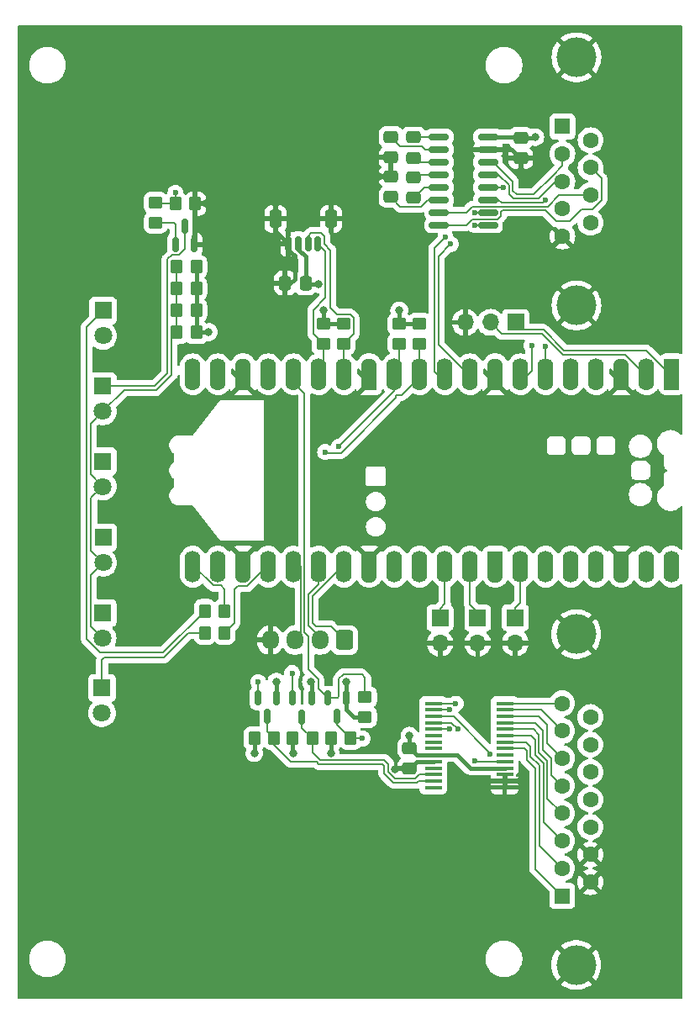
<source format=gtl>
G04 #@! TF.GenerationSoftware,KiCad,Pcbnew,8.0.6*
G04 #@! TF.CreationDate,2024-11-26T08:02:08+01:00*
G04 #@! TF.ProjectId,vt2_communicator,7674325f-636f-46d6-9d75-6e696361746f,rev?*
G04 #@! TF.SameCoordinates,Original*
G04 #@! TF.FileFunction,Copper,L1,Top*
G04 #@! TF.FilePolarity,Positive*
%FSLAX46Y46*%
G04 Gerber Fmt 4.6, Leading zero omitted, Abs format (unit mm)*
G04 Created by KiCad (PCBNEW 8.0.6) date 2024-11-26 08:02:08*
%MOMM*%
%LPD*%
G01*
G04 APERTURE LIST*
G04 Aperture macros list*
%AMRoundRect*
0 Rectangle with rounded corners*
0 $1 Rounding radius*
0 $2 $3 $4 $5 $6 $7 $8 $9 X,Y pos of 4 corners*
0 Add a 4 corners polygon primitive as box body*
4,1,4,$2,$3,$4,$5,$6,$7,$8,$9,$2,$3,0*
0 Add four circle primitives for the rounded corners*
1,1,$1+$1,$2,$3*
1,1,$1+$1,$4,$5*
1,1,$1+$1,$6,$7*
1,1,$1+$1,$8,$9*
0 Add four rect primitives between the rounded corners*
20,1,$1+$1,$2,$3,$4,$5,0*
20,1,$1+$1,$4,$5,$6,$7,0*
20,1,$1+$1,$6,$7,$8,$9,0*
20,1,$1+$1,$8,$9,$2,$3,0*%
%AMFreePoly0*
4,1,28,0.178017,0.779942,0.347107,0.720775,0.498792,0.625465,0.625465,0.498792,0.720775,0.347107,0.779942,0.178017,0.800000,0.000000,0.779942,-0.178017,0.720775,-0.347107,0.625465,-0.498792,0.498792,-0.625465,0.347107,-0.720775,0.178017,-0.779942,0.000000,-0.800000,-2.200000,-0.800000,-2.205014,-0.794986,-2.244504,-0.794986,-2.324698,-0.756366,-2.380194,-0.686777,-2.400000,-0.600000,
-2.400000,0.600000,-2.380194,0.686777,-2.324698,0.756366,-2.244504,0.794986,-2.205014,0.794986,-2.200000,0.800000,0.000000,0.800000,0.178017,0.779942,0.178017,0.779942,$1*%
%AMFreePoly1*
4,1,28,0.605014,0.794986,0.644504,0.794986,0.724698,0.756366,0.780194,0.686777,0.800000,0.600000,0.800000,-0.600000,0.780194,-0.686777,0.724698,-0.756366,0.644504,-0.794986,0.605014,-0.794986,0.600000,-0.800000,0.000000,-0.800000,-0.178017,-0.779942,-0.347107,-0.720775,-0.498792,-0.625465,-0.625465,-0.498792,-0.720775,-0.347107,-0.779942,-0.178017,-0.800000,0.000000,-0.779942,0.178017,
-0.720775,0.347107,-0.625465,0.498792,-0.498792,0.625465,-0.347107,0.720775,-0.178017,0.779942,0.000000,0.800000,0.600000,0.800000,0.605014,0.794986,0.605014,0.794986,$1*%
%AMFreePoly2*
4,1,29,0.605014,0.794986,0.644504,0.794986,0.724698,0.756366,0.780194,0.686777,0.800000,0.600000,0.800000,-0.600000,0.780194,-0.686777,0.724698,-0.756366,0.644504,-0.794986,0.605014,-0.794986,0.600000,-0.800000,0.000000,-0.800000,-1.600000,-0.800000,-1.778017,-0.779942,-1.947107,-0.720775,-2.098792,-0.625465,-2.225465,-0.498792,-2.320775,-0.347107,-2.379942,-0.178017,-2.400000,0.000000,
-2.379942,0.178017,-2.320775,0.347107,-2.225465,0.498792,-2.098792,0.625465,-1.947107,0.720775,-1.778017,0.779942,-1.600000,0.800000,0.600000,0.800000,0.605014,0.794986,0.605014,0.794986,$1*%
%AMFreePoly3*
4,1,28,0.178017,0.779942,0.347107,0.720775,0.498792,0.625465,0.625465,0.498792,0.720775,0.347107,0.779942,0.178017,0.800000,0.000000,0.779942,-0.178017,0.720775,-0.347107,0.625465,-0.498792,0.498792,-0.625465,0.347107,-0.720775,0.178017,-0.779942,0.000000,-0.800000,-0.600000,-0.800000,-0.605014,-0.794986,-0.644504,-0.794986,-0.724698,-0.756366,-0.780194,-0.686777,-0.800000,-0.600000,
-0.800000,0.600000,-0.780194,0.686777,-0.724698,0.756366,-0.644504,0.794986,-0.605014,0.794986,-0.600000,0.800000,0.000000,0.800000,0.178017,0.779942,0.178017,0.779942,$1*%
%AMFreePoly4*
4,1,29,1.778017,0.779942,1.947107,0.720775,2.098792,0.625465,2.225465,0.498792,2.320775,0.347107,2.379942,0.178017,2.400000,0.000000,2.379942,-0.178017,2.320775,-0.347107,2.225465,-0.498792,2.098792,-0.625465,1.947107,-0.720775,1.778017,-0.779942,1.600000,-0.800000,0.000000,-0.800000,-0.600000,-0.800000,-0.605014,-0.794986,-0.644504,-0.794986,-0.724698,-0.756366,-0.780194,-0.686777,
-0.800000,-0.600000,-0.800000,0.600000,-0.780194,0.686777,-0.724698,0.756366,-0.644504,0.794986,-0.605014,0.794986,-0.600000,0.800000,1.600000,0.800000,1.778017,0.779942,1.778017,0.779942,$1*%
G04 Aperture macros list end*
G04 #@! TA.AperFunction,SMDPad,CuDef*
%ADD10RoundRect,0.250000X-0.475000X0.337500X-0.475000X-0.337500X0.475000X-0.337500X0.475000X0.337500X0*%
G04 #@! TD*
G04 #@! TA.AperFunction,SMDPad,CuDef*
%ADD11RoundRect,0.250000X0.475000X-0.337500X0.475000X0.337500X-0.475000X0.337500X-0.475000X-0.337500X0*%
G04 #@! TD*
G04 #@! TA.AperFunction,SMDPad,CuDef*
%ADD12RoundRect,0.250000X-0.337500X-0.475000X0.337500X-0.475000X0.337500X0.475000X-0.337500X0.475000X0*%
G04 #@! TD*
G04 #@! TA.AperFunction,SMDPad,CuDef*
%ADD13RoundRect,0.250000X0.450000X-0.350000X0.450000X0.350000X-0.450000X0.350000X-0.450000X-0.350000X0*%
G04 #@! TD*
G04 #@! TA.AperFunction,ComponentPad*
%ADD14R,1.800000X1.800000*%
G04 #@! TD*
G04 #@! TA.AperFunction,ComponentPad*
%ADD15C,1.800000*%
G04 #@! TD*
G04 #@! TA.AperFunction,SMDPad,CuDef*
%ADD16RoundRect,0.250000X-0.350000X-0.450000X0.350000X-0.450000X0.350000X0.450000X-0.350000X0.450000X0*%
G04 #@! TD*
G04 #@! TA.AperFunction,SMDPad,CuDef*
%ADD17RoundRect,0.250000X0.350000X0.450000X-0.350000X0.450000X-0.350000X-0.450000X0.350000X-0.450000X0*%
G04 #@! TD*
G04 #@! TA.AperFunction,ComponentPad*
%ADD18R,1.700000X1.700000*%
G04 #@! TD*
G04 #@! TA.AperFunction,ComponentPad*
%ADD19O,1.700000X1.700000*%
G04 #@! TD*
G04 #@! TA.AperFunction,SMDPad,CuDef*
%ADD20RoundRect,0.150000X-0.150000X-0.625000X0.150000X-0.625000X0.150000X0.625000X-0.150000X0.625000X0*%
G04 #@! TD*
G04 #@! TA.AperFunction,SMDPad,CuDef*
%ADD21RoundRect,0.250000X-0.350000X-0.650000X0.350000X-0.650000X0.350000X0.650000X-0.350000X0.650000X0*%
G04 #@! TD*
G04 #@! TA.AperFunction,SMDPad,CuDef*
%ADD22RoundRect,0.250000X-0.450000X0.350000X-0.450000X-0.350000X0.450000X-0.350000X0.450000X0.350000X0*%
G04 #@! TD*
G04 #@! TA.AperFunction,ComponentPad*
%ADD23RoundRect,0.200000X-0.600000X0.600000X-0.600000X-0.600000X0.600000X-0.600000X0.600000X0.600000X0*%
G04 #@! TD*
G04 #@! TA.AperFunction,SMDPad,CuDef*
%ADD24FreePoly0,270.000000*%
G04 #@! TD*
G04 #@! TA.AperFunction,ComponentPad*
%ADD25C,1.600000*%
G04 #@! TD*
G04 #@! TA.AperFunction,SMDPad,CuDef*
%ADD26RoundRect,0.800000X-0.000010X0.800000X-0.000010X-0.800000X0.000010X-0.800000X0.000010X0.800000X0*%
G04 #@! TD*
G04 #@! TA.AperFunction,ComponentPad*
%ADD27FreePoly1,270.000000*%
G04 #@! TD*
G04 #@! TA.AperFunction,SMDPad,CuDef*
%ADD28FreePoly2,270.000000*%
G04 #@! TD*
G04 #@! TA.AperFunction,ComponentPad*
%ADD29FreePoly3,270.000000*%
G04 #@! TD*
G04 #@! TA.AperFunction,SMDPad,CuDef*
%ADD30FreePoly4,270.000000*%
G04 #@! TD*
G04 #@! TA.AperFunction,ComponentPad*
%ADD31C,4.000000*%
G04 #@! TD*
G04 #@! TA.AperFunction,ComponentPad*
%ADD32R,1.600000X1.600000*%
G04 #@! TD*
G04 #@! TA.AperFunction,SMDPad,CuDef*
%ADD33RoundRect,0.150000X-0.825000X-0.150000X0.825000X-0.150000X0.825000X0.150000X-0.825000X0.150000X0*%
G04 #@! TD*
G04 #@! TA.AperFunction,SMDPad,CuDef*
%ADD34R,1.750000X0.450000*%
G04 #@! TD*
G04 #@! TA.AperFunction,SMDPad,CuDef*
%ADD35RoundRect,0.150000X-0.150000X0.587500X-0.150000X-0.587500X0.150000X-0.587500X0.150000X0.587500X0*%
G04 #@! TD*
G04 #@! TA.AperFunction,ComponentPad*
%ADD36RoundRect,0.250000X0.600000X0.725000X-0.600000X0.725000X-0.600000X-0.725000X0.600000X-0.725000X0*%
G04 #@! TD*
G04 #@! TA.AperFunction,ComponentPad*
%ADD37O,1.700000X1.950000*%
G04 #@! TD*
G04 #@! TA.AperFunction,SMDPad,CuDef*
%ADD38RoundRect,0.150000X0.150000X-0.587500X0.150000X0.587500X-0.150000X0.587500X-0.150000X-0.587500X0*%
G04 #@! TD*
G04 #@! TA.AperFunction,ViaPad*
%ADD39C,0.600000*%
G04 #@! TD*
G04 #@! TA.AperFunction,ViaPad*
%ADD40C,0.800000*%
G04 #@! TD*
G04 #@! TA.AperFunction,Conductor*
%ADD41C,0.200000*%
G04 #@! TD*
G04 #@! TA.AperFunction,Conductor*
%ADD42C,0.400000*%
G04 #@! TD*
G04 APERTURE END LIST*
D10*
X191200000Y-51787500D03*
X191200000Y-53862500D03*
D11*
X178100000Y-57775000D03*
X178100000Y-55700000D03*
D12*
X167425000Y-66450000D03*
X169500000Y-66450000D03*
D13*
X154400000Y-60350000D03*
X154400000Y-58350000D03*
D14*
X149050000Y-99660000D03*
D15*
X149050000Y-102200000D03*
D16*
X168200000Y-112275000D03*
X170200000Y-112275000D03*
D17*
X158500000Y-67000000D03*
X156500000Y-67000000D03*
D11*
X180400000Y-53837500D03*
X180400000Y-51762500D03*
D18*
X186850000Y-100160000D03*
D19*
X186850000Y-102700000D03*
D14*
X149075000Y-76825000D03*
D15*
X149075000Y-79365000D03*
D14*
X149100000Y-69210000D03*
D15*
X149100000Y-71750000D03*
D17*
X158500000Y-71400000D03*
X156500000Y-71400000D03*
D20*
X167762500Y-62500000D03*
X168762500Y-62500000D03*
X169762500Y-62500000D03*
X170762500Y-62500000D03*
D21*
X166462500Y-59975000D03*
X172062500Y-59975000D03*
D22*
X171300000Y-70550000D03*
X171300000Y-72550000D03*
X178950000Y-70550000D03*
X178950000Y-72550000D03*
X173350000Y-70550000D03*
X173350000Y-72550000D03*
D14*
X149000000Y-107210000D03*
D15*
X149000000Y-109750000D03*
D23*
X206400000Y-76420000D03*
D24*
X206400000Y-76420000D03*
D25*
X203860000Y-76420000D03*
D26*
X203860000Y-75620000D03*
D27*
X201320000Y-76420000D03*
D28*
X201320000Y-76420000D03*
D25*
X198780000Y-76420000D03*
D26*
X198780000Y-75620000D03*
D25*
X196240000Y-76420000D03*
D26*
X196240000Y-75620000D03*
D25*
X193700000Y-76420000D03*
D26*
X193700000Y-75620000D03*
D25*
X191160000Y-76420000D03*
D26*
X191160000Y-75620000D03*
D27*
X188620000Y-76420000D03*
D28*
X188620000Y-76420000D03*
D25*
X186080000Y-76420000D03*
D26*
X186080000Y-75620000D03*
D25*
X183540000Y-76420000D03*
D26*
X183540000Y-75620000D03*
D25*
X181000000Y-76420000D03*
D26*
X181000000Y-75620000D03*
D25*
X178460000Y-76420000D03*
D26*
X178460000Y-75620000D03*
D27*
X175920000Y-76420000D03*
D28*
X175920000Y-76420000D03*
D25*
X173380000Y-76420000D03*
D26*
X173380000Y-75620000D03*
D25*
X170840000Y-76420000D03*
D26*
X170840000Y-75620000D03*
D25*
X168300000Y-76420000D03*
D26*
X168300000Y-75620000D03*
D25*
X165760000Y-76420000D03*
D26*
X165760000Y-75620000D03*
D27*
X163220000Y-76420000D03*
D28*
X163220000Y-76420000D03*
D25*
X160680000Y-76420000D03*
D26*
X160680000Y-75620000D03*
D25*
X158140000Y-76420000D03*
D26*
X158140000Y-75620000D03*
D25*
X158140000Y-94200000D03*
D26*
X158140000Y-95000000D03*
D25*
X160680000Y-94200000D03*
D26*
X160680000Y-95000000D03*
D29*
X163220000Y-94200000D03*
D30*
X163220000Y-94200000D03*
D25*
X165760000Y-94200000D03*
D26*
X165760000Y-95000000D03*
D25*
X168300000Y-94200000D03*
D26*
X168300000Y-95000000D03*
D25*
X170840000Y-94200000D03*
D26*
X170840000Y-95000000D03*
D25*
X173380000Y-94200000D03*
D26*
X173380000Y-95000000D03*
D29*
X175920000Y-94200000D03*
D30*
X175920000Y-94200000D03*
D25*
X178460000Y-94200000D03*
D26*
X178460000Y-95000000D03*
D25*
X181000000Y-94200000D03*
D26*
X181000000Y-95000000D03*
D25*
X183540000Y-94200000D03*
D26*
X183540000Y-95000000D03*
D25*
X186080000Y-94200000D03*
D26*
X186080000Y-95000000D03*
D29*
X188620000Y-94200000D03*
D30*
X188620000Y-94200000D03*
D25*
X191160000Y-94200000D03*
D26*
X191160000Y-95000000D03*
D25*
X193700000Y-94200000D03*
D26*
X193700000Y-95000000D03*
D25*
X196240000Y-94200000D03*
D26*
X196240000Y-95000000D03*
D25*
X198780000Y-94200000D03*
D26*
X198780000Y-95000000D03*
D29*
X201320000Y-94200000D03*
D30*
X201320000Y-94200000D03*
D25*
X203860000Y-94200000D03*
D26*
X203860000Y-95000000D03*
D25*
X206400000Y-94200000D03*
D26*
X206400000Y-95000000D03*
D18*
X190680000Y-70400000D03*
D19*
X188140000Y-70400000D03*
X185600000Y-70400000D03*
D18*
X190650000Y-100125000D03*
D19*
X190650000Y-102665000D03*
D10*
X178100000Y-51725000D03*
X178100000Y-53800000D03*
D31*
X196780000Y-135100000D03*
X196780000Y-101800000D03*
D32*
X195360000Y-128145000D03*
D25*
X195360000Y-125375000D03*
X195360000Y-122605000D03*
X195360000Y-119835000D03*
X195360000Y-117065000D03*
X195360000Y-114295000D03*
X195360000Y-111525000D03*
X195360000Y-108755000D03*
X198200000Y-126760000D03*
X198200000Y-123990000D03*
X198200000Y-121220000D03*
X198200000Y-118450000D03*
X198200000Y-115680000D03*
X198200000Y-112910000D03*
X198200000Y-110140000D03*
D22*
X181000000Y-70550000D03*
X181000000Y-72550000D03*
D16*
X164350000Y-112275000D03*
X166350000Y-112275000D03*
X172050000Y-112275000D03*
X174050000Y-112275000D03*
D31*
X196800000Y-68700000D03*
X196800000Y-43700000D03*
D32*
X195380000Y-50660000D03*
D25*
X195380000Y-53430000D03*
X195380000Y-56200000D03*
X195380000Y-58970000D03*
X195380000Y-61740000D03*
X198220000Y-52045000D03*
X198220000Y-54815000D03*
X198220000Y-57585000D03*
X198220000Y-60355000D03*
D33*
X182950000Y-51710000D03*
X182950000Y-52980000D03*
X182950000Y-54250000D03*
X182950000Y-55520000D03*
X182950000Y-56790000D03*
X182950000Y-58060000D03*
X182950000Y-59330000D03*
X182950000Y-60600000D03*
X187900000Y-60600000D03*
X187900000Y-59330000D03*
X187900000Y-58060000D03*
X187900000Y-56790000D03*
X187900000Y-55520000D03*
X187900000Y-54250000D03*
X187900000Y-52980000D03*
X187900000Y-51710000D03*
D16*
X159350000Y-99450000D03*
X161350000Y-99450000D03*
X159350000Y-101650000D03*
X161350000Y-101650000D03*
D34*
X182375000Y-108775000D03*
X182375000Y-109425000D03*
X182375000Y-110075000D03*
X182375000Y-110725000D03*
X182375000Y-111375000D03*
X182375000Y-112025000D03*
X182375000Y-112675000D03*
X182375000Y-113325000D03*
X182375000Y-113975000D03*
X182375000Y-114625000D03*
X182375000Y-115275000D03*
X182375000Y-115925000D03*
X182375000Y-116575000D03*
X182375000Y-117225000D03*
X189575000Y-117225000D03*
X189575000Y-116575000D03*
X189575000Y-115925000D03*
X189575000Y-115275000D03*
X189575000Y-114625000D03*
X189575000Y-113975000D03*
X189575000Y-113325000D03*
X189575000Y-112675000D03*
X189575000Y-112025000D03*
X189575000Y-111375000D03*
X189575000Y-110725000D03*
X189575000Y-110075000D03*
X189575000Y-109425000D03*
X189575000Y-108775000D03*
D17*
X158500000Y-64800000D03*
X156500000Y-64800000D03*
D35*
X166600000Y-108225000D03*
X164700000Y-108225000D03*
X165650000Y-110100000D03*
D13*
X175500000Y-110125000D03*
X175500000Y-108125000D03*
D35*
X173600000Y-108225000D03*
X171700000Y-108225000D03*
X172650000Y-110100000D03*
D10*
X180400000Y-55762500D03*
X180400000Y-57837500D03*
D14*
X149075000Y-84375000D03*
D15*
X149075000Y-86915000D03*
D18*
X183050000Y-100160000D03*
D19*
X183050000Y-102700000D03*
D17*
X158500000Y-69200000D03*
X156500000Y-69200000D03*
D10*
X179975000Y-113262500D03*
X179975000Y-115337500D03*
D36*
X173450000Y-102400000D03*
D37*
X170950000Y-102400000D03*
X168450000Y-102400000D03*
X165950000Y-102400000D03*
D35*
X170100000Y-108237500D03*
X168200000Y-108237500D03*
X169150000Y-110112500D03*
D16*
X156400000Y-58450000D03*
X158400000Y-58450000D03*
D38*
X156400000Y-62550000D03*
X158300000Y-62550000D03*
X157350000Y-60675000D03*
D14*
X149100000Y-92060000D03*
D15*
X149100000Y-94600000D03*
D39*
X168150000Y-105725000D03*
X172875000Y-82900000D03*
X193700000Y-72800000D03*
X193700000Y-58075000D03*
X186575000Y-59350000D03*
X183600000Y-61825000D03*
D40*
X168250000Y-113775000D03*
X179975000Y-112025000D03*
X172050000Y-113775000D03*
X164350000Y-113775000D03*
X159750000Y-71375000D03*
X178550000Y-115375000D03*
X191225000Y-55100000D03*
X176875000Y-55700000D03*
X167425000Y-69200000D03*
X191125000Y-116575000D03*
X159475000Y-58450000D03*
X166450000Y-58450000D03*
X192650000Y-51750000D03*
X178950000Y-69200000D03*
X170050000Y-106575000D03*
X171300000Y-69150000D03*
X173575000Y-106575000D03*
X166575000Y-106575000D03*
X170825000Y-66550000D03*
D39*
X184140000Y-62500000D03*
X186575000Y-60600000D03*
X164725000Y-106625000D03*
X171475735Y-83450735D03*
X192275000Y-72750000D03*
X189400000Y-56800000D03*
X156400000Y-57350000D03*
X184650000Y-108800000D03*
X188100000Y-113850000D03*
X184823527Y-111325000D03*
X184000000Y-109425000D03*
X183975000Y-111325000D03*
X175250000Y-112300000D03*
X186562258Y-114575000D03*
D41*
X178460000Y-76420000D02*
X178460000Y-77315000D01*
X178460000Y-77315000D02*
X172875000Y-82900000D01*
X168150000Y-105725000D02*
X168200000Y-105775000D01*
X178950000Y-75930000D02*
X178950000Y-72550000D01*
X168200000Y-105775000D02*
X168200000Y-108237500D01*
X178460000Y-76420000D02*
X178950000Y-75930000D01*
X171525000Y-63262500D02*
X171525000Y-67935050D01*
X170840000Y-76420000D02*
X171300000Y-75960000D01*
X171300000Y-75960000D02*
X171300000Y-72550000D01*
X170300000Y-71550000D02*
X171300000Y-72550000D01*
X170300000Y-69160050D02*
X170300000Y-71550000D01*
X171525000Y-67935050D02*
X170300000Y-69160050D01*
X170762500Y-62500000D02*
X171525000Y-63262500D01*
X161350000Y-97250000D02*
X161000000Y-96900000D01*
X161000000Y-96900000D02*
X160224364Y-96900000D01*
X160224364Y-96900000D02*
X158140000Y-94815636D01*
X161350000Y-99450000D02*
X161350000Y-97250000D01*
X158140000Y-94815636D02*
X158140000Y-94200000D01*
X193445000Y-58330000D02*
X193700000Y-58075000D01*
X188955000Y-58060000D02*
X189225000Y-58330000D01*
X189225000Y-58330000D02*
X193445000Y-58330000D01*
X187900000Y-58060000D02*
X188955000Y-58060000D01*
X193700000Y-76420000D02*
X193700000Y-72800000D01*
X182500000Y-62925000D02*
X183600000Y-61825000D01*
X182500000Y-75380000D02*
X182500000Y-62925000D01*
X183540000Y-76420000D02*
X182500000Y-75380000D01*
X187880000Y-59350000D02*
X187900000Y-59330000D01*
X186575000Y-59350000D02*
X187880000Y-59350000D01*
D42*
X168200000Y-112275000D02*
X168200000Y-113725000D01*
X179975000Y-112025000D02*
X179975000Y-113262500D01*
X186100000Y-115275000D02*
X189575000Y-115275000D01*
X158500000Y-71400000D02*
X159725000Y-71400000D01*
X179975000Y-113262500D02*
X180687500Y-113975000D01*
X159725000Y-71400000D02*
X159750000Y-71375000D01*
X164350000Y-112275000D02*
X164350000Y-113775000D01*
X158500000Y-71400000D02*
X158500000Y-69200000D01*
X158500000Y-69200000D02*
X158500000Y-67000000D01*
X180687500Y-113975000D02*
X182375000Y-113975000D01*
X182375000Y-113975000D02*
X184800000Y-113975000D01*
X158500000Y-64800000D02*
X158500000Y-67000000D01*
X168200000Y-113725000D02*
X168250000Y-113775000D01*
X172050000Y-112275000D02*
X172050000Y-113775000D01*
X184800000Y-113975000D02*
X186100000Y-115275000D01*
X179975000Y-115337500D02*
X178587500Y-115337500D01*
X189575000Y-116575000D02*
X191125000Y-116575000D01*
X189575000Y-117225000D02*
X189575000Y-116575000D01*
X180687500Y-114625000D02*
X179975000Y-115337500D01*
X191200000Y-55075000D02*
X191225000Y-55100000D01*
X168400000Y-66000000D02*
X168400000Y-63700000D01*
X182375000Y-114625000D02*
X180687500Y-114625000D01*
X166450000Y-58450000D02*
X166450000Y-59962500D01*
X158400000Y-58450000D02*
X158400000Y-62450000D01*
X178587500Y-115337500D02*
X178550000Y-115375000D01*
X168200000Y-63500000D02*
X168150000Y-63500000D01*
X166462500Y-59975000D02*
X172062500Y-59975000D01*
X167762500Y-63112500D02*
X167762500Y-62500000D01*
X178100000Y-55700000D02*
X176875000Y-55700000D01*
X158400000Y-62450000D02*
X158300000Y-62550000D01*
X178100000Y-53800000D02*
X178100000Y-55700000D01*
X189575000Y-115925000D02*
X189575000Y-116575000D01*
X166462500Y-59975000D02*
X166462500Y-61200000D01*
X166450000Y-59962500D02*
X166462500Y-59975000D01*
X167950000Y-66450000D02*
X168400000Y-66000000D01*
X158400000Y-58450000D02*
X159475000Y-58450000D01*
X190317500Y-52980000D02*
X191200000Y-53862500D01*
X168400000Y-63700000D02*
X168200000Y-63500000D01*
X168150000Y-63500000D02*
X167762500Y-63112500D01*
X167425000Y-66450000D02*
X167950000Y-66450000D01*
X166462500Y-61200000D02*
X167762500Y-62500000D01*
X191200000Y-53862500D02*
X191200000Y-55075000D01*
X187900000Y-52980000D02*
X190317500Y-52980000D01*
X167425000Y-66450000D02*
X167425000Y-69200000D01*
X170100000Y-108237500D02*
X170100000Y-106625000D01*
X181000000Y-70550000D02*
X178950000Y-70550000D01*
X191122500Y-51710000D02*
X191200000Y-51787500D01*
X169500000Y-63794474D02*
X169500000Y-66450000D01*
X168762500Y-62500000D02*
X168762500Y-63056974D01*
X187900000Y-51710000D02*
X191122500Y-51710000D01*
X173600000Y-106600000D02*
X173575000Y-106575000D01*
X171300000Y-70550000D02*
X171300000Y-69150000D01*
X191200000Y-51787500D02*
X192612500Y-51787500D01*
X178950000Y-70550000D02*
X178950000Y-69200000D01*
X173600000Y-108225000D02*
X173600000Y-106600000D01*
X174350000Y-110125000D02*
X175500000Y-110125000D01*
X192612500Y-51787500D02*
X192650000Y-51750000D01*
X170825000Y-66550000D02*
X169600000Y-66550000D01*
X166600000Y-108225000D02*
X166600000Y-106600000D01*
X166600000Y-106600000D02*
X166575000Y-106575000D01*
X169600000Y-66550000D02*
X169500000Y-66450000D01*
X173600000Y-108225000D02*
X173600000Y-109375000D01*
X170100000Y-106625000D02*
X170050000Y-106575000D01*
X168762500Y-63056974D02*
X169500000Y-63794474D01*
X171300000Y-70550000D02*
X173350000Y-70550000D01*
X173600000Y-109375000D02*
X174350000Y-110125000D01*
D41*
X171700000Y-108225000D02*
X172725000Y-108225000D01*
X175175000Y-105875000D02*
X173250000Y-105875000D01*
X172725000Y-108225000D02*
X172875000Y-108075000D01*
X169400000Y-77520000D02*
X168300000Y-76420000D01*
X170775000Y-107300000D02*
X170775000Y-106310050D01*
X169800000Y-105335050D02*
X169800000Y-101998654D01*
X173250000Y-105910050D02*
X173250000Y-105875000D01*
X172875000Y-108075000D02*
X172875000Y-106285050D01*
X169400000Y-101598654D02*
X169400000Y-77520000D01*
X169800000Y-101998654D02*
X169400000Y-101598654D01*
X175500000Y-106200000D02*
X175175000Y-105875000D01*
X170775000Y-106310050D02*
X169800000Y-105335050D01*
X175500000Y-108125000D02*
X175500000Y-106200000D01*
X171700000Y-108225000D02*
X170775000Y-107300000D01*
X172875000Y-106285050D02*
X173250000Y-105910050D01*
X170950000Y-102075000D02*
X169800000Y-100925000D01*
X170840000Y-94200000D02*
X170840000Y-96760000D01*
X170840000Y-96760000D02*
X169800000Y-97800000D01*
X170950000Y-102400000D02*
X170950000Y-102075000D01*
X169800000Y-100925000D02*
X169800000Y-97800000D01*
X195423530Y-73675000D02*
X194261765Y-72513235D01*
X189290000Y-71550000D02*
X188140000Y-70400000D01*
X203860000Y-75797292D02*
X201737708Y-73675000D01*
X194261765Y-72513235D02*
X193298529Y-71550000D01*
X193298529Y-71550000D02*
X189290000Y-71550000D01*
X201737708Y-73675000D02*
X195423530Y-73675000D01*
X203860000Y-76420000D02*
X203860000Y-75797292D01*
X182900000Y-72624364D02*
X182900000Y-63740000D01*
X182900000Y-63740000D02*
X184140000Y-62500000D01*
X186575000Y-60600000D02*
X187900000Y-60600000D01*
X186080000Y-75804364D02*
X182900000Y-72624364D01*
X186080000Y-76420000D02*
X186080000Y-75804364D01*
X164725000Y-108200000D02*
X164700000Y-108225000D01*
X178632843Y-77707843D02*
X178632843Y-77990686D01*
X181000000Y-76420000D02*
X180455000Y-76420000D01*
X173098529Y-83525000D02*
X171550000Y-83525000D01*
X180455000Y-76420000D02*
X179167157Y-77707843D01*
X164725000Y-106625000D02*
X164725000Y-108200000D01*
X178632843Y-77990686D02*
X173098529Y-83525000D01*
X179167157Y-77707843D02*
X178632843Y-77707843D01*
X181000000Y-76420000D02*
X181000000Y-72550000D01*
X171550000Y-83525000D02*
X171475735Y-83450735D01*
X183540000Y-98690000D02*
X183550000Y-98700000D01*
X183050000Y-99200000D02*
X183050000Y-100160000D01*
X183550000Y-98700000D02*
X183050000Y-99200000D01*
X183540000Y-94200000D02*
X183540000Y-98690000D01*
X192275000Y-75305000D02*
X192275000Y-72750000D01*
X191160000Y-76420000D02*
X192275000Y-75305000D01*
X187910000Y-56800000D02*
X187900000Y-56790000D01*
X189400000Y-56800000D02*
X187910000Y-56800000D01*
X172000000Y-68925000D02*
X172000000Y-63137500D01*
X173380000Y-76420000D02*
X173350000Y-76390000D01*
X171362500Y-62500000D02*
X171362500Y-61684448D01*
X171362500Y-61684448D02*
X171103052Y-61425000D01*
X173350000Y-72550000D02*
X174350000Y-71550000D01*
X171103052Y-61425000D02*
X170062501Y-61425000D01*
X169762500Y-61725001D02*
X169762500Y-62500000D01*
X174350000Y-69965256D02*
X174009744Y-69625000D01*
X173350000Y-76390000D02*
X173350000Y-72550000D01*
X170062501Y-61425000D02*
X169762500Y-61725001D01*
X174009744Y-69625000D02*
X172700000Y-69625000D01*
X172000000Y-63137500D02*
X171362500Y-62500000D01*
X174350000Y-71550000D02*
X174350000Y-69965256D01*
X172700000Y-69625000D02*
X172000000Y-68925000D01*
X186080000Y-98780000D02*
X186850000Y-99550000D01*
X186080000Y-94200000D02*
X186080000Y-98780000D01*
X186850000Y-99550000D02*
X186850000Y-100160000D01*
X162307708Y-100692292D02*
X162307708Y-97292292D01*
X165760000Y-94822708D02*
X165760000Y-94200000D01*
X162307708Y-97292292D02*
X162650000Y-96950000D01*
X163632708Y-96950000D02*
X165760000Y-94822708D01*
X161350000Y-101650000D02*
X162307708Y-100692292D01*
X162650000Y-96950000D02*
X163632708Y-96950000D01*
X168450000Y-102400000D02*
X168450000Y-102275000D01*
X168450000Y-102275000D02*
X169000000Y-101725000D01*
X169000000Y-94900000D02*
X168300000Y-94200000D01*
X169000000Y-101725000D02*
X169000000Y-94900000D01*
X190650000Y-99150000D02*
X190650000Y-100125000D01*
X191160000Y-94200000D02*
X191160000Y-98640000D01*
X191160000Y-98640000D02*
X190650000Y-99150000D01*
X182950000Y-54250000D02*
X180812500Y-54250000D01*
X180812500Y-54250000D02*
X180400000Y-53837500D01*
X203826028Y-73230392D02*
X206400000Y-75804364D01*
X206400000Y-75804364D02*
X206400000Y-76420000D01*
X191430000Y-71150000D02*
X193464216Y-71150000D01*
X195544608Y-73230392D02*
X203826028Y-73230392D01*
X193464216Y-71150000D02*
X195544608Y-73230392D01*
X190680000Y-70400000D02*
X191430000Y-71150000D01*
X170550000Y-101000000D02*
X170200000Y-100650000D01*
X170200000Y-100650000D02*
X170200000Y-97995636D01*
X173380000Y-94815636D02*
X173380000Y-94200000D01*
X173450000Y-102400000D02*
X172050000Y-101000000D01*
X170200000Y-97995636D02*
X173380000Y-94815636D01*
X172050000Y-101000000D02*
X170550000Y-101000000D01*
X182897500Y-51762500D02*
X182950000Y-51710000D01*
X180400000Y-51762500D02*
X182897500Y-51762500D01*
X156400000Y-58450000D02*
X156400000Y-57350000D01*
X154500000Y-58450000D02*
X154400000Y-58350000D01*
X156400000Y-58450000D02*
X154500000Y-58450000D01*
X177839582Y-94200000D02*
X178460000Y-94200000D01*
X181555000Y-52980000D02*
X181225000Y-52650000D01*
X182950000Y-52980000D02*
X181555000Y-52980000D01*
X178100000Y-51725000D02*
X179025000Y-52650000D01*
X179025000Y-52650000D02*
X181225000Y-52650000D01*
X181160000Y-58725000D02*
X181825000Y-58060000D01*
X182950000Y-58060000D02*
X181825000Y-58060000D01*
X179050000Y-58725000D02*
X181160000Y-58725000D01*
X178100000Y-57775000D02*
X179050000Y-58725000D01*
X182950000Y-55520000D02*
X180642500Y-55520000D01*
X180642500Y-55520000D02*
X180400000Y-55762500D01*
X181447500Y-56790000D02*
X182950000Y-56790000D01*
X180400000Y-57837500D02*
X181447500Y-56790000D01*
X149100000Y-69210000D02*
X147450000Y-70860000D01*
X148777943Y-103625000D02*
X155175000Y-103625000D01*
X147450000Y-70860000D02*
X147450000Y-102297057D01*
X147450000Y-102297057D02*
X148777943Y-103625000D01*
X155175000Y-103625000D02*
X159350000Y-99450000D01*
X149250000Y-104150000D02*
X155215686Y-104150000D01*
X157715686Y-101650000D02*
X159350000Y-101650000D01*
X149000000Y-104400000D02*
X149250000Y-104150000D01*
X155215686Y-104150000D02*
X157715686Y-101650000D01*
X149000000Y-107210000D02*
X149000000Y-104400000D01*
X147850000Y-101000000D02*
X147850000Y-95850000D01*
X147875000Y-80565000D02*
X149075000Y-79365000D01*
X149100000Y-94600000D02*
X147900000Y-93400000D01*
X149075000Y-86915000D02*
X147875000Y-85715000D01*
X147900000Y-88090000D02*
X149075000Y-86915000D01*
X151215000Y-77225000D02*
X154440686Y-77225000D01*
X149075000Y-79365000D02*
X151215000Y-77225000D01*
X154440686Y-77225000D02*
X156000000Y-75665686D01*
X156500000Y-64800000D02*
X156500000Y-67000000D01*
X156500000Y-69200000D02*
X156500000Y-67000000D01*
X147900000Y-93400000D02*
X147900000Y-88090000D01*
X147875000Y-85715000D02*
X147875000Y-80565000D01*
X156000000Y-75665686D02*
X156000000Y-71900000D01*
X147850000Y-95850000D02*
X149100000Y-94600000D01*
X156000000Y-71900000D02*
X156500000Y-71400000D01*
X149050000Y-102200000D02*
X147850000Y-101000000D01*
X156500000Y-71400000D02*
X156500000Y-69200000D01*
X155600000Y-75500000D02*
X155600000Y-64046948D01*
X149075000Y-76825000D02*
X154275000Y-76825000D01*
X156059448Y-63587500D02*
X156740552Y-63587500D01*
X156740552Y-63587500D02*
X157350000Y-62978052D01*
X154275000Y-76825000D02*
X155600000Y-75500000D01*
X155600000Y-64046948D02*
X156059448Y-63587500D01*
X157350000Y-62978052D02*
X157350000Y-60675000D01*
X199320000Y-58040636D02*
X198385636Y-58975000D01*
X189345000Y-59130000D02*
X189175000Y-59300000D01*
X196100000Y-60200000D02*
X194775000Y-60200000D01*
X198385636Y-58975000D02*
X197325000Y-58975000D01*
X189175000Y-59300000D02*
X189175000Y-59670552D01*
X198220000Y-54815000D02*
X199320000Y-55915000D01*
X194775000Y-60200000D02*
X193705000Y-59130000D01*
X193705000Y-59130000D02*
X189345000Y-59130000D01*
X189175000Y-59670552D02*
X188845552Y-60000000D01*
X185725000Y-60600000D02*
X186325000Y-60000000D01*
X199320000Y-55915000D02*
X199320000Y-58040636D01*
X182950000Y-60600000D02*
X185725000Y-60600000D01*
X188845552Y-60000000D02*
X186325000Y-60000000D01*
X197325000Y-58975000D02*
X196100000Y-60200000D01*
X190400000Y-57150000D02*
X190780000Y-57530000D01*
X188415685Y-54250000D02*
X189285685Y-55120000D01*
X187900000Y-54250000D02*
X188415685Y-54250000D01*
X195380000Y-54644365D02*
X195380000Y-53430000D01*
X189285686Y-55120000D02*
X190400000Y-56234314D01*
X194399682Y-55624682D02*
X195380000Y-54644365D01*
X189285685Y-55120000D02*
X189285686Y-55120000D01*
X192494364Y-57530000D02*
X194399682Y-55624682D01*
X190780000Y-57530000D02*
X192494364Y-57530000D01*
X190400000Y-56234314D02*
X190400000Y-57150000D01*
X185725000Y-59330000D02*
X182950000Y-59330000D01*
X198220000Y-57585000D02*
X195038529Y-57585000D01*
X186325000Y-58730000D02*
X185725000Y-59330000D01*
X193893529Y-58730000D02*
X186325000Y-58730000D01*
X195038529Y-57585000D02*
X193893529Y-58730000D01*
X193088235Y-57838235D02*
X192996471Y-57930000D01*
X190000000Y-57475000D02*
X190000000Y-56551471D01*
X194726470Y-56200000D02*
X195380000Y-56200000D01*
X190000000Y-56551471D02*
X188968529Y-55520000D01*
X190455000Y-57930000D02*
X190000000Y-57475000D01*
X192996471Y-57930000D02*
X190455000Y-57930000D01*
X188968529Y-55520000D02*
X187900000Y-55520000D01*
X193088235Y-57838235D02*
X194726470Y-56200000D01*
X193825000Y-110925000D02*
X193825000Y-112760000D01*
X189575000Y-110075000D02*
X192975000Y-110075000D01*
X193825000Y-112760000D02*
X195360000Y-114295000D01*
X192975000Y-110075000D02*
X193825000Y-110925000D01*
X184625000Y-108775000D02*
X184650000Y-108800000D01*
X182375000Y-108775000D02*
X184625000Y-108775000D01*
X194260000Y-115965000D02*
X195360000Y-117065000D01*
X193425000Y-111500000D02*
X193425000Y-113425000D01*
X192650000Y-110725000D02*
X193425000Y-111500000D01*
X194260000Y-114260000D02*
X194260000Y-115965000D01*
X189575000Y-110725000D02*
X192650000Y-110725000D01*
X193425000Y-113425000D02*
X194260000Y-114260000D01*
X189575000Y-109425000D02*
X193260000Y-109425000D01*
X193260000Y-109425000D02*
X195360000Y-111525000D01*
X189575000Y-108775000D02*
X195340000Y-108775000D01*
X195340000Y-108775000D02*
X195360000Y-108755000D01*
X184422056Y-110075000D02*
X188100000Y-113752944D01*
X188100000Y-113752944D02*
X188100000Y-113850000D01*
X182375000Y-110075000D02*
X184422056Y-110075000D01*
X193860000Y-118335000D02*
X195360000Y-119835000D01*
X193860000Y-114585000D02*
X193860000Y-118335000D01*
X192475000Y-111375000D02*
X193025000Y-111925000D01*
X193025000Y-113750000D02*
X193860000Y-114585000D01*
X189575000Y-111375000D02*
X192475000Y-111375000D01*
X193025000Y-111925000D02*
X193025000Y-113750000D01*
X189575000Y-112675000D02*
X191750000Y-112675000D01*
X192175000Y-114115686D02*
X193060000Y-115000686D01*
X193060000Y-123075000D02*
X195360000Y-125375000D01*
X191750000Y-112675000D02*
X192175000Y-113100000D01*
X192175000Y-113100000D02*
X192175000Y-114115686D01*
X193060000Y-115000686D02*
X193060000Y-123075000D01*
X193460000Y-120705000D02*
X195360000Y-122605000D01*
X193460000Y-114835000D02*
X193460000Y-120705000D01*
X189575000Y-112025000D02*
X192200000Y-112025000D01*
X192625000Y-114000000D02*
X193460000Y-114835000D01*
X192200000Y-112025000D02*
X192625000Y-112450000D01*
X192625000Y-112450000D02*
X192625000Y-114000000D01*
X184223527Y-110725000D02*
X184823527Y-111325000D01*
X182375000Y-110725000D02*
X184223527Y-110725000D01*
X192660000Y-115335000D02*
X192660000Y-125445000D01*
X192660000Y-125445000D02*
X195360000Y-128145000D01*
X191775000Y-113575000D02*
X191775000Y-114450000D01*
X191525000Y-113325000D02*
X191775000Y-113575000D01*
X191775000Y-114450000D02*
X192660000Y-115335000D01*
X189575000Y-113325000D02*
X191525000Y-113325000D01*
X182375000Y-109425000D02*
X184000000Y-109425000D01*
X182375000Y-111375000D02*
X183925000Y-111375000D01*
X183925000Y-111375000D02*
X183975000Y-111325000D01*
X156400000Y-60500000D02*
X156400000Y-62550000D01*
X156250000Y-60350000D02*
X156400000Y-60500000D01*
X154400000Y-60350000D02*
X156250000Y-60350000D01*
X180750430Y-116725000D02*
X178344364Y-116725000D01*
X177442157Y-115822793D02*
X177442157Y-115057843D01*
X166350000Y-112975000D02*
X166350000Y-112275000D01*
X170600000Y-114640685D02*
X168015685Y-114640685D01*
X177259314Y-114875000D02*
X170834314Y-114875000D01*
X178344364Y-116725000D02*
X177442157Y-115822793D01*
X170834314Y-114875000D02*
X170600000Y-114640685D01*
X177442157Y-115057843D02*
X177259314Y-114875000D01*
X180900430Y-116575000D02*
X180750430Y-116725000D01*
X165650000Y-110100000D02*
X165650000Y-111575000D01*
X168015685Y-114640685D02*
X166350000Y-112975000D01*
X182375000Y-116575000D02*
X180900430Y-116575000D01*
X165650000Y-111575000D02*
X166350000Y-112275000D01*
X177850000Y-115664950D02*
X178510050Y-116325000D01*
X169150000Y-110112500D02*
X169150000Y-111225000D01*
X171000000Y-114475000D02*
X177425000Y-114475000D01*
X170200000Y-113675000D02*
X171000000Y-114475000D01*
X180984744Y-115925000D02*
X182375000Y-115925000D01*
X180584744Y-116325000D02*
X180984744Y-115925000D01*
X169150000Y-111225000D02*
X170200000Y-112275000D01*
X177425000Y-114475000D02*
X177850000Y-114900000D01*
X178510050Y-116325000D02*
X180584744Y-116325000D01*
X177850000Y-114900000D02*
X177850000Y-115664950D01*
X170200000Y-112275000D02*
X170200000Y-113675000D01*
X172650000Y-110100000D02*
X172650000Y-110875000D01*
X175250000Y-112300000D02*
X174075000Y-112300000D01*
X172650000Y-110875000D02*
X174050000Y-112275000D01*
X174075000Y-112300000D02*
X174050000Y-112275000D01*
X186612258Y-114625000D02*
X186562258Y-114575000D01*
X189575000Y-114625000D02*
X186612258Y-114625000D01*
G04 #@! TA.AperFunction,Conductor*
G36*
X207442539Y-40520185D02*
G01*
X207488294Y-40572989D01*
X207499500Y-40624500D01*
X207499500Y-73476421D01*
X207479815Y-73543460D01*
X207427011Y-73589215D01*
X207357853Y-73599159D01*
X207330984Y-73592155D01*
X207224635Y-73551248D01*
X207201496Y-73542348D01*
X207112483Y-73522031D01*
X207030914Y-73510302D01*
X206984644Y-73514087D01*
X206974537Y-73514500D01*
X205868974Y-73514500D01*
X205851328Y-73513238D01*
X205849354Y-73512954D01*
X205830912Y-73510302D01*
X205687515Y-73522031D01*
X205598503Y-73542348D01*
X205519932Y-73567170D01*
X205519929Y-73567171D01*
X205395820Y-73639955D01*
X205324440Y-73696878D01*
X205324432Y-73696885D01*
X205317894Y-73703035D01*
X205255573Y-73734625D01*
X205186067Y-73727507D01*
X205145260Y-73700389D01*
X204313618Y-72868747D01*
X204313616Y-72868744D01*
X204194745Y-72749873D01*
X204194744Y-72749872D01*
X204107932Y-72699752D01*
X204107932Y-72699751D01*
X204107928Y-72699750D01*
X204057813Y-72670815D01*
X203905085Y-72629891D01*
X203746971Y-72629891D01*
X203739375Y-72629891D01*
X203739359Y-72629892D01*
X195844706Y-72629892D01*
X195777667Y-72610207D01*
X195757025Y-72593573D01*
X193951806Y-70788355D01*
X193951804Y-70788352D01*
X193832933Y-70669481D01*
X193832932Y-70669480D01*
X193719675Y-70604091D01*
X193719675Y-70604090D01*
X193719670Y-70604089D01*
X193708520Y-70597651D01*
X193696002Y-70590423D01*
X193657819Y-70580192D01*
X193543273Y-70549499D01*
X193385159Y-70549499D01*
X193377563Y-70549499D01*
X193377547Y-70549500D01*
X192154500Y-70549500D01*
X192087461Y-70529815D01*
X192041706Y-70477011D01*
X192030500Y-70425500D01*
X192030499Y-69502129D01*
X192030498Y-69502123D01*
X192030204Y-69499392D01*
X192024091Y-69442517D01*
X192022810Y-69439083D01*
X191973797Y-69307671D01*
X191973793Y-69307664D01*
X191887547Y-69192455D01*
X191887544Y-69192452D01*
X191772335Y-69106206D01*
X191772328Y-69106202D01*
X191637482Y-69055908D01*
X191637483Y-69055908D01*
X191577883Y-69049501D01*
X191577881Y-69049500D01*
X191577873Y-69049500D01*
X191577864Y-69049500D01*
X189782129Y-69049500D01*
X189782123Y-69049501D01*
X189722516Y-69055908D01*
X189587671Y-69106202D01*
X189587664Y-69106206D01*
X189472455Y-69192452D01*
X189472452Y-69192455D01*
X189386206Y-69307664D01*
X189386203Y-69307669D01*
X189337189Y-69439083D01*
X189295317Y-69495016D01*
X189229853Y-69519433D01*
X189161580Y-69504581D01*
X189133326Y-69483430D01*
X189011402Y-69361506D01*
X189011395Y-69361501D01*
X188817834Y-69225967D01*
X188817830Y-69225965D01*
X188762148Y-69200000D01*
X188603663Y-69126097D01*
X188603659Y-69126096D01*
X188603655Y-69126094D01*
X188375413Y-69064938D01*
X188375403Y-69064936D01*
X188140001Y-69044341D01*
X188139999Y-69044341D01*
X187904596Y-69064936D01*
X187904586Y-69064938D01*
X187676344Y-69126094D01*
X187676335Y-69126098D01*
X187462171Y-69225964D01*
X187462169Y-69225965D01*
X187268597Y-69361505D01*
X187101508Y-69528594D01*
X186971269Y-69714595D01*
X186916692Y-69758219D01*
X186847193Y-69765412D01*
X186784839Y-69733890D01*
X186768119Y-69714594D01*
X186638113Y-69528926D01*
X186638108Y-69528920D01*
X186471082Y-69361894D01*
X186277578Y-69226399D01*
X186063492Y-69126570D01*
X186063486Y-69126567D01*
X185850000Y-69069364D01*
X185850000Y-69966988D01*
X185792993Y-69934075D01*
X185665826Y-69900000D01*
X185534174Y-69900000D01*
X185407007Y-69934075D01*
X185350000Y-69966988D01*
X185350000Y-69069364D01*
X185349999Y-69069364D01*
X185136513Y-69126567D01*
X185136507Y-69126570D01*
X184922422Y-69226399D01*
X184922420Y-69226400D01*
X184728926Y-69361886D01*
X184728920Y-69361891D01*
X184561891Y-69528920D01*
X184561886Y-69528926D01*
X184426400Y-69722420D01*
X184426399Y-69722422D01*
X184326570Y-69936507D01*
X184326567Y-69936513D01*
X184269364Y-70149999D01*
X184269364Y-70150000D01*
X185166988Y-70150000D01*
X185134075Y-70207007D01*
X185100000Y-70334174D01*
X185100000Y-70465826D01*
X185134075Y-70592993D01*
X185166988Y-70650000D01*
X184269364Y-70650000D01*
X184326567Y-70863486D01*
X184326570Y-70863492D01*
X184426399Y-71077578D01*
X184561894Y-71271082D01*
X184728917Y-71438105D01*
X184922421Y-71573600D01*
X185136507Y-71673429D01*
X185136516Y-71673433D01*
X185350000Y-71730634D01*
X185350000Y-70833012D01*
X185407007Y-70865925D01*
X185534174Y-70900000D01*
X185665826Y-70900000D01*
X185792993Y-70865925D01*
X185850000Y-70833012D01*
X185850000Y-71730633D01*
X186063483Y-71673433D01*
X186063492Y-71673429D01*
X186277578Y-71573600D01*
X186471082Y-71438105D01*
X186638105Y-71271082D01*
X186768119Y-71085405D01*
X186822696Y-71041781D01*
X186892195Y-71034588D01*
X186954549Y-71066110D01*
X186971269Y-71085405D01*
X187101505Y-71271401D01*
X187268599Y-71438495D01*
X187314934Y-71470939D01*
X187462165Y-71574032D01*
X187462167Y-71574033D01*
X187462170Y-71574035D01*
X187676337Y-71673903D01*
X187904592Y-71735063D01*
X188092918Y-71751539D01*
X188139999Y-71755659D01*
X188140000Y-71755659D01*
X188140001Y-71755659D01*
X188179234Y-71752226D01*
X188375408Y-71735063D01*
X188503756Y-71700672D01*
X188573605Y-71702335D01*
X188623530Y-71732766D01*
X188921284Y-72030520D01*
X188921286Y-72030521D01*
X188921290Y-72030524D01*
X189058209Y-72109573D01*
X189058216Y-72109577D01*
X189210943Y-72150501D01*
X189210945Y-72150501D01*
X189376654Y-72150501D01*
X189376670Y-72150500D01*
X191481921Y-72150500D01*
X191548960Y-72170185D01*
X191594715Y-72222989D01*
X191604659Y-72292147D01*
X191586915Y-72340472D01*
X191549211Y-72400476D01*
X191489631Y-72570745D01*
X191489630Y-72570750D01*
X191469435Y-72749996D01*
X191469435Y-72750003D01*
X191489630Y-72929249D01*
X191489631Y-72929254D01*
X191549211Y-73099523D01*
X191645185Y-73252263D01*
X191647445Y-73255097D01*
X191648334Y-73257275D01*
X191648889Y-73258158D01*
X191648734Y-73258255D01*
X191673855Y-73319783D01*
X191674500Y-73332412D01*
X191674500Y-73449882D01*
X191654815Y-73516921D01*
X191602011Y-73562676D01*
X191532853Y-73572620D01*
X191518407Y-73569657D01*
X191386697Y-73534366D01*
X191386687Y-73534364D01*
X191216785Y-73519500D01*
X191216784Y-73519500D01*
X191103216Y-73519500D01*
X191103215Y-73519500D01*
X190933312Y-73534364D01*
X190933302Y-73534366D01*
X190713511Y-73593258D01*
X190713502Y-73593261D01*
X190507267Y-73689431D01*
X190507265Y-73689432D01*
X190320858Y-73819954D01*
X190159954Y-73980858D01*
X190029433Y-74167264D01*
X190029432Y-74167266D01*
X190013225Y-74202023D01*
X190005591Y-74218393D01*
X189959417Y-74270832D01*
X189892224Y-74289983D01*
X189825343Y-74269766D01*
X189781489Y-74219789D01*
X189772933Y-74202023D01*
X189677019Y-74049377D01*
X189606512Y-73960963D01*
X189479036Y-73833487D01*
X189390622Y-73762980D01*
X189237976Y-73667066D01*
X189136094Y-73618002D01*
X188965933Y-73558461D01*
X188965927Y-73558459D01*
X188855689Y-73533298D01*
X188855673Y-73533296D01*
X188676547Y-73513113D01*
X188563453Y-73513113D01*
X188384326Y-73533296D01*
X188384310Y-73533298D01*
X188274072Y-73558459D01*
X188274066Y-73558461D01*
X188103905Y-73618002D01*
X188002023Y-73667066D01*
X187849377Y-73762980D01*
X187760963Y-73833487D01*
X187633487Y-73960963D01*
X187562980Y-74049377D01*
X187467065Y-74202024D01*
X187458508Y-74219793D01*
X187411683Y-74271651D01*
X187344255Y-74289961D01*
X187277632Y-74268910D01*
X187234408Y-74218391D01*
X187226776Y-74202024D01*
X187210568Y-74167266D01*
X187080047Y-73980861D01*
X187080045Y-73980858D01*
X186919141Y-73819954D01*
X186732734Y-73689432D01*
X186732732Y-73689431D01*
X186526497Y-73593261D01*
X186526488Y-73593258D01*
X186306697Y-73534366D01*
X186306687Y-73534364D01*
X186136785Y-73519500D01*
X186136784Y-73519500D01*
X186023216Y-73519500D01*
X186023215Y-73519500D01*
X185853312Y-73534364D01*
X185853302Y-73534366D01*
X185633511Y-73593258D01*
X185633502Y-73593261D01*
X185427267Y-73689431D01*
X185427265Y-73689432D01*
X185240861Y-73819952D01*
X185180521Y-73880291D01*
X185119197Y-73913775D01*
X185049506Y-73908789D01*
X185005160Y-73880289D01*
X183536819Y-72411948D01*
X183503334Y-72350625D01*
X183500500Y-72324267D01*
X183500500Y-68699994D01*
X194295057Y-68699994D01*
X194295057Y-68700005D01*
X194314807Y-69013942D01*
X194314808Y-69013949D01*
X194373755Y-69322958D01*
X194470963Y-69622132D01*
X194470965Y-69622137D01*
X194604900Y-69906761D01*
X194604903Y-69906767D01*
X194773457Y-70172367D01*
X194773460Y-70172371D01*
X194864286Y-70282160D01*
X195505748Y-69640698D01*
X195579588Y-69742330D01*
X195757670Y-69920412D01*
X195859300Y-69994250D01*
X195214971Y-70638579D01*
X195214972Y-70638581D01*
X195457772Y-70814985D01*
X195457790Y-70814996D01*
X195733447Y-70966540D01*
X195733455Y-70966544D01*
X196025926Y-71082340D01*
X196330620Y-71160573D01*
X196330629Y-71160575D01*
X196642701Y-71199999D01*
X196642715Y-71200000D01*
X196957285Y-71200000D01*
X196957298Y-71199999D01*
X197269370Y-71160575D01*
X197269379Y-71160573D01*
X197574073Y-71082340D01*
X197866544Y-70966544D01*
X197866552Y-70966540D01*
X198142209Y-70814996D01*
X198142219Y-70814990D01*
X198385026Y-70638579D01*
X198385027Y-70638579D01*
X197740698Y-69994251D01*
X197842330Y-69920412D01*
X198020412Y-69742330D01*
X198094251Y-69640699D01*
X198735712Y-70282160D01*
X198826544Y-70172364D01*
X198995096Y-69906767D01*
X198995099Y-69906761D01*
X199129034Y-69622137D01*
X199129036Y-69622132D01*
X199226244Y-69322958D01*
X199285191Y-69013949D01*
X199285192Y-69013942D01*
X199304943Y-68700005D01*
X199304943Y-68699994D01*
X199285192Y-68386057D01*
X199285191Y-68386050D01*
X199226244Y-68077041D01*
X199129036Y-67777867D01*
X199129034Y-67777862D01*
X198995099Y-67493238D01*
X198995096Y-67493232D01*
X198826542Y-67227632D01*
X198826539Y-67227628D01*
X198735712Y-67117838D01*
X198094250Y-67759299D01*
X198020412Y-67657670D01*
X197842330Y-67479588D01*
X197740698Y-67405748D01*
X198385027Y-66761419D01*
X198385026Y-66761417D01*
X198142227Y-66585014D01*
X198142209Y-66585003D01*
X197866552Y-66433459D01*
X197866544Y-66433455D01*
X197574073Y-66317659D01*
X197269379Y-66239426D01*
X197269370Y-66239424D01*
X196957298Y-66200000D01*
X196642701Y-66200000D01*
X196330629Y-66239424D01*
X196330620Y-66239426D01*
X196025926Y-66317659D01*
X195733455Y-66433455D01*
X195733447Y-66433459D01*
X195457787Y-66585004D01*
X195457782Y-66585007D01*
X195214972Y-66761418D01*
X195214971Y-66761419D01*
X195859301Y-67405748D01*
X195757670Y-67479588D01*
X195579588Y-67657670D01*
X195505748Y-67759300D01*
X194864286Y-67117838D01*
X194864285Y-67117838D01*
X194773459Y-67227629D01*
X194773457Y-67227632D01*
X194604903Y-67493232D01*
X194604900Y-67493238D01*
X194470965Y-67777862D01*
X194470963Y-67777867D01*
X194373755Y-68077041D01*
X194314808Y-68386050D01*
X194314807Y-68386057D01*
X194295057Y-68699994D01*
X183500500Y-68699994D01*
X183500500Y-64040096D01*
X183520185Y-63973057D01*
X183536815Y-63952419D01*
X184158535Y-63330698D01*
X184219856Y-63297215D01*
X184232311Y-63295163D01*
X184319255Y-63285368D01*
X184489522Y-63225789D01*
X184642262Y-63129816D01*
X184769816Y-63002262D01*
X184865789Y-62849522D01*
X184925368Y-62679255D01*
X184933246Y-62609335D01*
X184945565Y-62500003D01*
X184945565Y-62499996D01*
X184925369Y-62320750D01*
X184925368Y-62320745D01*
X184897114Y-62240000D01*
X184865789Y-62150478D01*
X184859267Y-62140099D01*
X184769815Y-61997737D01*
X184642262Y-61870184D01*
X184489524Y-61774212D01*
X184489521Y-61774210D01*
X184469703Y-61767276D01*
X184412927Y-61726555D01*
X184387437Y-61664117D01*
X184385368Y-61645745D01*
X184325789Y-61475478D01*
X184272375Y-61390471D01*
X184253376Y-61323236D01*
X184273744Y-61256400D01*
X184327011Y-61211186D01*
X184377370Y-61200500D01*
X185638331Y-61200500D01*
X185638347Y-61200501D01*
X185645943Y-61200501D01*
X185804054Y-61200501D01*
X185804057Y-61200501D01*
X185923689Y-61168445D01*
X185993536Y-61170108D01*
X186043461Y-61200539D01*
X186072738Y-61229816D01*
X186142606Y-61273717D01*
X186209467Y-61315729D01*
X186225478Y-61325789D01*
X186347176Y-61368373D01*
X186395745Y-61385368D01*
X186395750Y-61385369D01*
X186574996Y-61405565D01*
X186575000Y-61405565D01*
X186575004Y-61405565D01*
X186754247Y-61385369D01*
X186754248Y-61385368D01*
X186754255Y-61385368D01*
X186796681Y-61370521D01*
X186866456Y-61366958D01*
X186872195Y-61368476D01*
X186972431Y-61397598D01*
X187009306Y-61400500D01*
X187009314Y-61400500D01*
X188790686Y-61400500D01*
X188790694Y-61400500D01*
X188827569Y-61397598D01*
X188827571Y-61397597D01*
X188827573Y-61397597D01*
X188884210Y-61381142D01*
X188985398Y-61351744D01*
X189126865Y-61268081D01*
X189243081Y-61151865D01*
X189326744Y-61010398D01*
X189372598Y-60852569D01*
X189375500Y-60815694D01*
X189375500Y-60384306D01*
X189375241Y-60381017D01*
X189389605Y-60312641D01*
X189411175Y-60283610D01*
X189533506Y-60161280D01*
X189533511Y-60161276D01*
X189543714Y-60151072D01*
X189543716Y-60151072D01*
X189655520Y-60039268D01*
X189717421Y-59932051D01*
X189731013Y-59908511D01*
X189734576Y-59902339D01*
X189734576Y-59902338D01*
X189734577Y-59902337D01*
X189755994Y-59822405D01*
X189792359Y-59762746D01*
X189855206Y-59732217D01*
X189875769Y-59730500D01*
X193404903Y-59730500D01*
X193471942Y-59750185D01*
X193492583Y-59766818D01*
X194406284Y-60680520D01*
X194406286Y-60680521D01*
X194406290Y-60680524D01*
X194543209Y-60759573D01*
X194543216Y-60759577D01*
X194695943Y-60800501D01*
X194695945Y-60800501D01*
X194742692Y-60800501D01*
X194809731Y-60820186D01*
X194830373Y-60836820D01*
X195250590Y-61257037D01*
X195187007Y-61274075D01*
X195072993Y-61339901D01*
X194979901Y-61432993D01*
X194914075Y-61547007D01*
X194897037Y-61610589D01*
X194300974Y-61014526D01*
X194300973Y-61014526D01*
X194249868Y-61087512D01*
X194249866Y-61087516D01*
X194153734Y-61293673D01*
X194153730Y-61293682D01*
X194094860Y-61513389D01*
X194094858Y-61513400D01*
X194075034Y-61739997D01*
X194075034Y-61740002D01*
X194094858Y-61966599D01*
X194094860Y-61966610D01*
X194153730Y-62186317D01*
X194153735Y-62186331D01*
X194249863Y-62392478D01*
X194300974Y-62465472D01*
X194897037Y-61869409D01*
X194914075Y-61932993D01*
X194979901Y-62047007D01*
X195072993Y-62140099D01*
X195187007Y-62205925D01*
X195250590Y-62222962D01*
X194654526Y-62819025D01*
X194727513Y-62870132D01*
X194727521Y-62870136D01*
X194933668Y-62966264D01*
X194933682Y-62966269D01*
X195153389Y-63025139D01*
X195153400Y-63025141D01*
X195379998Y-63044966D01*
X195380002Y-63044966D01*
X195606599Y-63025141D01*
X195606610Y-63025139D01*
X195826317Y-62966269D01*
X195826331Y-62966264D01*
X196032478Y-62870136D01*
X196105471Y-62819024D01*
X195509409Y-62222962D01*
X195572993Y-62205925D01*
X195687007Y-62140099D01*
X195780099Y-62047007D01*
X195845925Y-61932993D01*
X195862962Y-61869409D01*
X196459024Y-62465471D01*
X196510136Y-62392478D01*
X196606264Y-62186331D01*
X196606269Y-62186317D01*
X196665139Y-61966610D01*
X196665141Y-61966599D01*
X196684966Y-61740002D01*
X196684966Y-61739997D01*
X196665141Y-61513400D01*
X196665139Y-61513389D01*
X196606269Y-61293682D01*
X196606265Y-61293673D01*
X196510134Y-61087517D01*
X196379658Y-60901181D01*
X196378979Y-60900371D01*
X196378791Y-60899942D01*
X196376556Y-60896750D01*
X196377197Y-60896300D01*
X196350968Y-60836362D01*
X196362010Y-60767370D01*
X196408598Y-60715300D01*
X196411931Y-60713304D01*
X196468716Y-60680520D01*
X196580520Y-60568716D01*
X196580520Y-60568714D01*
X196590724Y-60558511D01*
X196590728Y-60558506D01*
X196716823Y-60432410D01*
X196778144Y-60398927D01*
X196847836Y-60403911D01*
X196903769Y-60445783D01*
X196928030Y-60509285D01*
X196934364Y-60581687D01*
X196934366Y-60581697D01*
X196993258Y-60801488D01*
X196993261Y-60801497D01*
X197089431Y-61007732D01*
X197089432Y-61007734D01*
X197219954Y-61194141D01*
X197380858Y-61355045D01*
X197394370Y-61364506D01*
X197567266Y-61485568D01*
X197773504Y-61581739D01*
X197993308Y-61640635D01*
X198155230Y-61654801D01*
X198219998Y-61660468D01*
X198220000Y-61660468D01*
X198220002Y-61660468D01*
X198276673Y-61655509D01*
X198446692Y-61640635D01*
X198666496Y-61581739D01*
X198872734Y-61485568D01*
X199059139Y-61355047D01*
X199220047Y-61194139D01*
X199350568Y-61007734D01*
X199446739Y-60801496D01*
X199505635Y-60581692D01*
X199525468Y-60355000D01*
X199524805Y-60347426D01*
X199510998Y-60189606D01*
X199505635Y-60128308D01*
X199446739Y-59908504D01*
X199350568Y-59702266D01*
X199220047Y-59515861D01*
X199220045Y-59515858D01*
X199059138Y-59354951D01*
X199054994Y-59351474D01*
X199055903Y-59350389D01*
X199016450Y-59301032D01*
X199009256Y-59231533D01*
X199040779Y-59169178D01*
X199043485Y-59166384D01*
X199678506Y-58531364D01*
X199678511Y-58531360D01*
X199688714Y-58521156D01*
X199688716Y-58521156D01*
X199800520Y-58409352D01*
X199868397Y-58291785D01*
X199879577Y-58272421D01*
X199920500Y-58119694D01*
X199920500Y-57961579D01*
X199920500Y-56004059D01*
X199920501Y-56004046D01*
X199920501Y-55835945D01*
X199920501Y-55835943D01*
X199879577Y-55683215D01*
X199809719Y-55562218D01*
X199801087Y-55547266D01*
X199800520Y-55546283D01*
X199684397Y-55430160D01*
X199684374Y-55430139D01*
X199511941Y-55257706D01*
X199478456Y-55196383D01*
X199479847Y-55137931D01*
X199487437Y-55109606D01*
X199505635Y-55041692D01*
X199523484Y-54837681D01*
X199525468Y-54815001D01*
X199525468Y-54814998D01*
X199511942Y-54660396D01*
X199505635Y-54588308D01*
X199446739Y-54368504D01*
X199350568Y-54162266D01*
X199220047Y-53975861D01*
X199220045Y-53975858D01*
X199059141Y-53814954D01*
X198872734Y-53684432D01*
X198872732Y-53684431D01*
X198666497Y-53588261D01*
X198666488Y-53588258D01*
X198523703Y-53550000D01*
X198522862Y-53549774D01*
X198463202Y-53513410D01*
X198432673Y-53450563D01*
X198440968Y-53381188D01*
X198485453Y-53327310D01*
X198522862Y-53310225D01*
X198666496Y-53271739D01*
X198872734Y-53175568D01*
X199059139Y-53045047D01*
X199220047Y-52884139D01*
X199350568Y-52697734D01*
X199446739Y-52491496D01*
X199505635Y-52271692D01*
X199525468Y-52045000D01*
X199505635Y-51818308D01*
X199446739Y-51598504D01*
X199350568Y-51392266D01*
X199228396Y-51217785D01*
X199220045Y-51205858D01*
X199059141Y-51044954D01*
X198872734Y-50914432D01*
X198872732Y-50914431D01*
X198666497Y-50818261D01*
X198666488Y-50818258D01*
X198446697Y-50759366D01*
X198446693Y-50759365D01*
X198446692Y-50759365D01*
X198446691Y-50759364D01*
X198446686Y-50759364D01*
X198220002Y-50739532D01*
X198219998Y-50739532D01*
X197993313Y-50759364D01*
X197993302Y-50759366D01*
X197773511Y-50818258D01*
X197773502Y-50818261D01*
X197567267Y-50914431D01*
X197567265Y-50914432D01*
X197380858Y-51044954D01*
X197219954Y-51205858D01*
X197089432Y-51392265D01*
X197089431Y-51392267D01*
X196993261Y-51598502D01*
X196993258Y-51598511D01*
X196934366Y-51818302D01*
X196934364Y-51818313D01*
X196914532Y-52044998D01*
X196914532Y-52045001D01*
X196934364Y-52271686D01*
X196934366Y-52271697D01*
X196993258Y-52491488D01*
X196993261Y-52491497D01*
X197089431Y-52697732D01*
X197089432Y-52697734D01*
X197219954Y-52884141D01*
X197380858Y-53045045D01*
X197380861Y-53045047D01*
X197567266Y-53175568D01*
X197773504Y-53271739D01*
X197773509Y-53271740D01*
X197773511Y-53271741D01*
X197917136Y-53310225D01*
X197976797Y-53346590D01*
X198007326Y-53409437D01*
X197999031Y-53478812D01*
X197954546Y-53532690D01*
X197917136Y-53549775D01*
X197773511Y-53588258D01*
X197773502Y-53588261D01*
X197567267Y-53684431D01*
X197567265Y-53684432D01*
X197380858Y-53814954D01*
X197219954Y-53975858D01*
X197089432Y-54162265D01*
X197089431Y-54162267D01*
X196993261Y-54368502D01*
X196993258Y-54368511D01*
X196934366Y-54588302D01*
X196934364Y-54588313D01*
X196914532Y-54814998D01*
X196914532Y-54815001D01*
X196934364Y-55041686D01*
X196934366Y-55041697D01*
X196993258Y-55261488D01*
X196993261Y-55261497D01*
X197089431Y-55467732D01*
X197089432Y-55467734D01*
X197219954Y-55654141D01*
X197380858Y-55815045D01*
X197380861Y-55815047D01*
X197567266Y-55945568D01*
X197773504Y-56041739D01*
X197773509Y-56041740D01*
X197773511Y-56041741D01*
X197917136Y-56080225D01*
X197976797Y-56116590D01*
X198007326Y-56179437D01*
X197999031Y-56248812D01*
X197954546Y-56302690D01*
X197917136Y-56319775D01*
X197773511Y-56358258D01*
X197773502Y-56358261D01*
X197567267Y-56454431D01*
X197567265Y-56454432D01*
X197380858Y-56584954D01*
X197219954Y-56745858D01*
X197152115Y-56842745D01*
X197089881Y-56931624D01*
X197035307Y-56975248D01*
X196988308Y-56984500D01*
X196643766Y-56984500D01*
X196576727Y-56964815D01*
X196530972Y-56912011D01*
X196521028Y-56842853D01*
X196531384Y-56808095D01*
X196557271Y-56752579D01*
X196606739Y-56646496D01*
X196665635Y-56426692D01*
X196685468Y-56200000D01*
X196684549Y-56189500D01*
X196674797Y-56078031D01*
X196665635Y-55973308D01*
X196620916Y-55806415D01*
X196606741Y-55753511D01*
X196606738Y-55753502D01*
X196573962Y-55683215D01*
X196510568Y-55547266D01*
X196380047Y-55360861D01*
X196380045Y-55360858D01*
X196219141Y-55199954D01*
X196032731Y-55069430D01*
X195994059Y-55051397D01*
X195941620Y-55005224D01*
X195922468Y-54938030D01*
X195937187Y-54883962D01*
X195936465Y-54883663D01*
X195938812Y-54877994D01*
X195939081Y-54877009D01*
X195939575Y-54876152D01*
X195939574Y-54876152D01*
X195939577Y-54876149D01*
X195978598Y-54730520D01*
X195978598Y-54730519D01*
X195978601Y-54730519D01*
X195978601Y-54730506D01*
X195980500Y-54723423D01*
X195980500Y-54661692D01*
X196000185Y-54594653D01*
X196033374Y-54560119D01*
X196219139Y-54430047D01*
X196380047Y-54269139D01*
X196510568Y-54082734D01*
X196606739Y-53876496D01*
X196665635Y-53656692D01*
X196685468Y-53430000D01*
X196681197Y-53381188D01*
X196674989Y-53310225D01*
X196665635Y-53203308D01*
X196606739Y-52983504D01*
X196510568Y-52777266D01*
X196380047Y-52590861D01*
X196380045Y-52590858D01*
X196219141Y-52429954D01*
X196032734Y-52299432D01*
X196032732Y-52299431D01*
X195826497Y-52203261D01*
X195821402Y-52201407D01*
X195822159Y-52199325D01*
X195770617Y-52167908D01*
X195740088Y-52105061D01*
X195748383Y-52035686D01*
X195792869Y-51981808D01*
X195859421Y-51960534D01*
X195862352Y-51960499D01*
X196227872Y-51960499D01*
X196287483Y-51954091D01*
X196422331Y-51903796D01*
X196537546Y-51817546D01*
X196623796Y-51702331D01*
X196674091Y-51567483D01*
X196680500Y-51507873D01*
X196680499Y-49812128D01*
X196674091Y-49752517D01*
X196623796Y-49617669D01*
X196623795Y-49617668D01*
X196623793Y-49617664D01*
X196537547Y-49502455D01*
X196537544Y-49502452D01*
X196422335Y-49416206D01*
X196422328Y-49416202D01*
X196287482Y-49365908D01*
X196287483Y-49365908D01*
X196227883Y-49359501D01*
X196227881Y-49359500D01*
X196227873Y-49359500D01*
X196227864Y-49359500D01*
X194532129Y-49359500D01*
X194532123Y-49359501D01*
X194472516Y-49365908D01*
X194337671Y-49416202D01*
X194337664Y-49416206D01*
X194222455Y-49502452D01*
X194222452Y-49502455D01*
X194136206Y-49617664D01*
X194136202Y-49617671D01*
X194085908Y-49752517D01*
X194079501Y-49812116D01*
X194079501Y-49812123D01*
X194079500Y-49812135D01*
X194079500Y-51507870D01*
X194079501Y-51507876D01*
X194085908Y-51567483D01*
X194136202Y-51702328D01*
X194136206Y-51702335D01*
X194222452Y-51817544D01*
X194222455Y-51817547D01*
X194337664Y-51903793D01*
X194337671Y-51903797D01*
X194472517Y-51954091D01*
X194472516Y-51954091D01*
X194479444Y-51954835D01*
X194532127Y-51960500D01*
X194897628Y-51960499D01*
X194964665Y-51980183D01*
X195010420Y-52032987D01*
X195020364Y-52102146D01*
X194991339Y-52165701D01*
X194938063Y-52199939D01*
X194938598Y-52201407D01*
X194933502Y-52203261D01*
X194727267Y-52299431D01*
X194727265Y-52299432D01*
X194540858Y-52429954D01*
X194379954Y-52590858D01*
X194249432Y-52777265D01*
X194249431Y-52777267D01*
X194153261Y-52983502D01*
X194153258Y-52983511D01*
X194094366Y-53203302D01*
X194094364Y-53203313D01*
X194074532Y-53429998D01*
X194074532Y-53430001D01*
X194094364Y-53656686D01*
X194094366Y-53656697D01*
X194153258Y-53876488D01*
X194153261Y-53876497D01*
X194249431Y-54082732D01*
X194249432Y-54082734D01*
X194379954Y-54269141D01*
X194540861Y-54430048D01*
X194545006Y-54433526D01*
X194544097Y-54434609D01*
X194583552Y-54483976D01*
X194590740Y-54553475D01*
X194559213Y-54615828D01*
X194556481Y-54618647D01*
X194030966Y-55144162D01*
X192281948Y-56893181D01*
X192220625Y-56926666D01*
X192194267Y-56929500D01*
X191124500Y-56929500D01*
X191057461Y-56909815D01*
X191011706Y-56857011D01*
X191000500Y-56805500D01*
X191000500Y-56323373D01*
X191000501Y-56323360D01*
X191000501Y-56155259D01*
X191000501Y-56155257D01*
X190959577Y-56002529D01*
X190917932Y-55930398D01*
X190880520Y-55865598D01*
X190768716Y-55753794D01*
X190768715Y-55753793D01*
X190764385Y-55749463D01*
X190764374Y-55749453D01*
X189773276Y-54758355D01*
X189773273Y-54758351D01*
X189773273Y-54758352D01*
X189766206Y-54751285D01*
X189766206Y-54751284D01*
X189654402Y-54639480D01*
X189654401Y-54639479D01*
X189650071Y-54635149D01*
X189650060Y-54635139D01*
X189411819Y-54396898D01*
X189378334Y-54335575D01*
X189375500Y-54309217D01*
X189375500Y-54249986D01*
X189975001Y-54249986D01*
X189985494Y-54352697D01*
X190040641Y-54519119D01*
X190040643Y-54519124D01*
X190132684Y-54668345D01*
X190256654Y-54792315D01*
X190405875Y-54884356D01*
X190405880Y-54884358D01*
X190572302Y-54939505D01*
X190572309Y-54939506D01*
X190675019Y-54949999D01*
X190949999Y-54949999D01*
X191450000Y-54949999D01*
X191724972Y-54949999D01*
X191724986Y-54949998D01*
X191827697Y-54939505D01*
X191994119Y-54884358D01*
X191994124Y-54884356D01*
X192143345Y-54792315D01*
X192267315Y-54668345D01*
X192359356Y-54519124D01*
X192359358Y-54519119D01*
X192414505Y-54352697D01*
X192414506Y-54352690D01*
X192424999Y-54249986D01*
X192425000Y-54249973D01*
X192425000Y-54112500D01*
X191450000Y-54112500D01*
X191450000Y-54949999D01*
X190949999Y-54949999D01*
X190950000Y-54949998D01*
X190950000Y-54112500D01*
X189975001Y-54112500D01*
X189975001Y-54249986D01*
X189375500Y-54249986D01*
X189375500Y-54034313D01*
X189375499Y-54034298D01*
X189372598Y-53997432D01*
X189372597Y-53997426D01*
X189326745Y-53839606D01*
X189326744Y-53839603D01*
X189326744Y-53839602D01*
X189243081Y-53698135D01*
X189243078Y-53698132D01*
X189238298Y-53691969D01*
X189240635Y-53690155D01*
X189213798Y-53641050D01*
X189218756Y-53571356D01*
X189239554Y-53538998D01*
X189237903Y-53537717D01*
X189242686Y-53531550D01*
X189326281Y-53390198D01*
X189372100Y-53232486D01*
X189372295Y-53230001D01*
X189372295Y-53230000D01*
X186427705Y-53230000D01*
X186427704Y-53230001D01*
X186427899Y-53232486D01*
X186473718Y-53390198D01*
X186557314Y-53531552D01*
X186562100Y-53537722D01*
X186559640Y-53539629D01*
X186586210Y-53588288D01*
X186581226Y-53657980D01*
X186560162Y-53690781D01*
X186561699Y-53691974D01*
X186556915Y-53698140D01*
X186473255Y-53839603D01*
X186473254Y-53839606D01*
X186427402Y-53997426D01*
X186427401Y-53997432D01*
X186424500Y-54034298D01*
X186424500Y-54465701D01*
X186427401Y-54502567D01*
X186427402Y-54502573D01*
X186473254Y-54660393D01*
X186473255Y-54660396D01*
X186556917Y-54801862D01*
X186561702Y-54808031D01*
X186559256Y-54809927D01*
X186585857Y-54858642D01*
X186580873Y-54928334D01*
X186560069Y-54960703D01*
X186561702Y-54961969D01*
X186556917Y-54968137D01*
X186473255Y-55109603D01*
X186473254Y-55109606D01*
X186427402Y-55267426D01*
X186427401Y-55267432D01*
X186424500Y-55304298D01*
X186424500Y-55735701D01*
X186427401Y-55772567D01*
X186427402Y-55772573D01*
X186473254Y-55930393D01*
X186473255Y-55930396D01*
X186473256Y-55930398D01*
X186484849Y-55950000D01*
X186556917Y-56071862D01*
X186561702Y-56078031D01*
X186559256Y-56079927D01*
X186585857Y-56128642D01*
X186580873Y-56198334D01*
X186560069Y-56230703D01*
X186561702Y-56231969D01*
X186556917Y-56238137D01*
X186473255Y-56379603D01*
X186473254Y-56379606D01*
X186427402Y-56537426D01*
X186427401Y-56537432D01*
X186424500Y-56574298D01*
X186424500Y-57005701D01*
X186427401Y-57042567D01*
X186427402Y-57042573D01*
X186473254Y-57200393D01*
X186473255Y-57200396D01*
X186556917Y-57341862D01*
X186561702Y-57348031D01*
X186559256Y-57349927D01*
X186585857Y-57398642D01*
X186580873Y-57468334D01*
X186560069Y-57500703D01*
X186561702Y-57501969D01*
X186556917Y-57508137D01*
X186473255Y-57649603D01*
X186473254Y-57649606D01*
X186427402Y-57807426D01*
X186427401Y-57807432D01*
X186424500Y-57844298D01*
X186424500Y-58005500D01*
X186404815Y-58072539D01*
X186352011Y-58118294D01*
X186300500Y-58129500D01*
X186245943Y-58129500D01*
X186093213Y-58170423D01*
X186054352Y-58192861D01*
X186054351Y-58192861D01*
X185956287Y-58249477D01*
X185956282Y-58249481D01*
X185893197Y-58312567D01*
X185844480Y-58361284D01*
X185844478Y-58361286D01*
X185663385Y-58542380D01*
X185512584Y-58693181D01*
X185451261Y-58726666D01*
X185424903Y-58729500D01*
X184440907Y-58729500D01*
X184373868Y-58709815D01*
X184328113Y-58657011D01*
X184318169Y-58587853D01*
X184334175Y-58542380D01*
X184362504Y-58494477D01*
X184376744Y-58470398D01*
X184420095Y-58321186D01*
X184422597Y-58312573D01*
X184422598Y-58312567D01*
X184425500Y-58275694D01*
X184425500Y-57844306D01*
X184422598Y-57807431D01*
X184376744Y-57649602D01*
X184293081Y-57508135D01*
X184293078Y-57508132D01*
X184288298Y-57501969D01*
X184290750Y-57500066D01*
X184264155Y-57451421D01*
X184269104Y-57381726D01*
X184289940Y-57349304D01*
X184288298Y-57348031D01*
X184293075Y-57341870D01*
X184293081Y-57341865D01*
X184376744Y-57200398D01*
X184422598Y-57042569D01*
X184425500Y-57005694D01*
X184425500Y-56574306D01*
X184422598Y-56537431D01*
X184414675Y-56510161D01*
X184388287Y-56419334D01*
X184376744Y-56379602D01*
X184293081Y-56238135D01*
X184293078Y-56238132D01*
X184288298Y-56231969D01*
X184290750Y-56230066D01*
X184264155Y-56181421D01*
X184269104Y-56111726D01*
X184289940Y-56079304D01*
X184288298Y-56078031D01*
X184293075Y-56071870D01*
X184293081Y-56071865D01*
X184376744Y-55930398D01*
X184422598Y-55772569D01*
X184425500Y-55735694D01*
X184425500Y-55304306D01*
X184422598Y-55267431D01*
X184420871Y-55261488D01*
X184376745Y-55109606D01*
X184376744Y-55109603D01*
X184376744Y-55109602D01*
X184293081Y-54968135D01*
X184293078Y-54968132D01*
X184288298Y-54961969D01*
X184290750Y-54960066D01*
X184264155Y-54911421D01*
X184269104Y-54841726D01*
X184289940Y-54809304D01*
X184288298Y-54808031D01*
X184293075Y-54801870D01*
X184293081Y-54801865D01*
X184376744Y-54660398D01*
X184422598Y-54502569D01*
X184425500Y-54465694D01*
X184425500Y-54034306D01*
X184422598Y-53997431D01*
X184416331Y-53975861D01*
X184376745Y-53839606D01*
X184376744Y-53839603D01*
X184376744Y-53839602D01*
X184293081Y-53698135D01*
X184293078Y-53698132D01*
X184288298Y-53691969D01*
X184290750Y-53690066D01*
X184264155Y-53641421D01*
X184269104Y-53571726D01*
X184289940Y-53539304D01*
X184288298Y-53538031D01*
X184293075Y-53531870D01*
X184293081Y-53531865D01*
X184376744Y-53390398D01*
X184422598Y-53232569D01*
X184425500Y-53195694D01*
X184425500Y-52764306D01*
X184422598Y-52727431D01*
X184421104Y-52722289D01*
X184376745Y-52569606D01*
X184376744Y-52569603D01*
X184376744Y-52569602D01*
X184293081Y-52428135D01*
X184293078Y-52428132D01*
X184288298Y-52421969D01*
X184290750Y-52420066D01*
X184264155Y-52371421D01*
X184269104Y-52301726D01*
X184289940Y-52269304D01*
X184288298Y-52268031D01*
X184293075Y-52261870D01*
X184293081Y-52261865D01*
X184376744Y-52120398D01*
X184422598Y-51962569D01*
X184425500Y-51925694D01*
X184425500Y-51494306D01*
X184425499Y-51494298D01*
X186424500Y-51494298D01*
X186424500Y-51925701D01*
X186427401Y-51962567D01*
X186427402Y-51962573D01*
X186473254Y-52120393D01*
X186473255Y-52120396D01*
X186556917Y-52261862D01*
X186561702Y-52268031D01*
X186559369Y-52269840D01*
X186586210Y-52318995D01*
X186581226Y-52388687D01*
X186560470Y-52421021D01*
X186562097Y-52422283D01*
X186557313Y-52428449D01*
X186473718Y-52569801D01*
X186427899Y-52727513D01*
X186427704Y-52729998D01*
X186427705Y-52730000D01*
X189372295Y-52730000D01*
X189372295Y-52729998D01*
X189372100Y-52727511D01*
X189372099Y-52727505D01*
X189326077Y-52569095D01*
X189326276Y-52499225D01*
X189364218Y-52440555D01*
X189427857Y-52411712D01*
X189445153Y-52410500D01*
X189950111Y-52410500D01*
X190017150Y-52430185D01*
X190055647Y-52469401D01*
X190095585Y-52534151D01*
X190118669Y-52571577D01*
X190132288Y-52593656D01*
X190256344Y-52717712D01*
X190259628Y-52719737D01*
X190259653Y-52719753D01*
X190261445Y-52721746D01*
X190262011Y-52722193D01*
X190261934Y-52722289D01*
X190306379Y-52771699D01*
X190317603Y-52840661D01*
X190289761Y-52904744D01*
X190259665Y-52930826D01*
X190256660Y-52932679D01*
X190256655Y-52932683D01*
X190132684Y-53056654D01*
X190040643Y-53205875D01*
X190040641Y-53205880D01*
X189985494Y-53372302D01*
X189985493Y-53372309D01*
X189975000Y-53475013D01*
X189975000Y-53612500D01*
X192424999Y-53612500D01*
X192424999Y-53475028D01*
X192424998Y-53475013D01*
X192414505Y-53372302D01*
X192359358Y-53205880D01*
X192359356Y-53205875D01*
X192267315Y-53056654D01*
X192143344Y-52932683D01*
X192143341Y-52932681D01*
X192140339Y-52930829D01*
X192138713Y-52929021D01*
X192137677Y-52928202D01*
X192137817Y-52928024D01*
X192093617Y-52878880D01*
X192082397Y-52809917D01*
X192110243Y-52745836D01*
X192140344Y-52719754D01*
X192143656Y-52717712D01*
X192226924Y-52634443D01*
X192288243Y-52600961D01*
X192357935Y-52605945D01*
X192365035Y-52608846D01*
X192370193Y-52611142D01*
X192370197Y-52611144D01*
X192555354Y-52650500D01*
X192555355Y-52650500D01*
X192744644Y-52650500D01*
X192744646Y-52650500D01*
X192929803Y-52611144D01*
X193102730Y-52534151D01*
X193255871Y-52422888D01*
X193382533Y-52282216D01*
X193477179Y-52118284D01*
X193535674Y-51938256D01*
X193555460Y-51750000D01*
X193535674Y-51561744D01*
X193477179Y-51381716D01*
X193382533Y-51217784D01*
X193255871Y-51077112D01*
X193227311Y-51056362D01*
X193102734Y-50965851D01*
X193102729Y-50965848D01*
X192929807Y-50888857D01*
X192929802Y-50888855D01*
X192781286Y-50857288D01*
X192744646Y-50849500D01*
X192555354Y-50849500D01*
X192522897Y-50856398D01*
X192370197Y-50888855D01*
X192370195Y-50888856D01*
X192313143Y-50914258D01*
X192243893Y-50923542D01*
X192180617Y-50893914D01*
X192175027Y-50888659D01*
X192143657Y-50857289D01*
X192143656Y-50857288D01*
X191994334Y-50765186D01*
X191827797Y-50710001D01*
X191827795Y-50710000D01*
X191725010Y-50699500D01*
X190674998Y-50699500D01*
X190674980Y-50699501D01*
X190572203Y-50710000D01*
X190572200Y-50710001D01*
X190405668Y-50765185D01*
X190405663Y-50765187D01*
X190256342Y-50857289D01*
X190140451Y-50973181D01*
X190079128Y-51006666D01*
X190052770Y-51009500D01*
X189105969Y-51009500D01*
X189042848Y-50992232D01*
X189024437Y-50981344D01*
X188985398Y-50958256D01*
X188985397Y-50958255D01*
X188985396Y-50958255D01*
X188985393Y-50958254D01*
X188827573Y-50912402D01*
X188827567Y-50912401D01*
X188790701Y-50909500D01*
X188790694Y-50909500D01*
X187009306Y-50909500D01*
X187009298Y-50909500D01*
X186972432Y-50912401D01*
X186972426Y-50912402D01*
X186814606Y-50958254D01*
X186814603Y-50958255D01*
X186673137Y-51041917D01*
X186673129Y-51041923D01*
X186556923Y-51158129D01*
X186556917Y-51158137D01*
X186473255Y-51299603D01*
X186473254Y-51299606D01*
X186427402Y-51457426D01*
X186427401Y-51457432D01*
X186424500Y-51494298D01*
X184425499Y-51494298D01*
X184422598Y-51457431D01*
X184403665Y-51392265D01*
X184376745Y-51299606D01*
X184376744Y-51299603D01*
X184376744Y-51299602D01*
X184293081Y-51158135D01*
X184293079Y-51158133D01*
X184293076Y-51158129D01*
X184176870Y-51041923D01*
X184176862Y-51041917D01*
X184098681Y-50995681D01*
X184035398Y-50958256D01*
X184035397Y-50958255D01*
X184035396Y-50958255D01*
X184035393Y-50958254D01*
X183877573Y-50912402D01*
X183877567Y-50912401D01*
X183840701Y-50909500D01*
X183840694Y-50909500D01*
X182059306Y-50909500D01*
X182059298Y-50909500D01*
X182022432Y-50912401D01*
X182022426Y-50912402D01*
X181864606Y-50958254D01*
X181864603Y-50958255D01*
X181723137Y-51041917D01*
X181723127Y-51041924D01*
X181708690Y-51056362D01*
X181647366Y-51089846D01*
X181577675Y-51084860D01*
X181521742Y-51042987D01*
X181515472Y-51033776D01*
X181467712Y-50956344D01*
X181343656Y-50832288D01*
X181194334Y-50740186D01*
X181027797Y-50685001D01*
X181027795Y-50685000D01*
X180925010Y-50674500D01*
X179874998Y-50674500D01*
X179874980Y-50674501D01*
X179772203Y-50685000D01*
X179772200Y-50685001D01*
X179605668Y-50740185D01*
X179605663Y-50740187D01*
X179456345Y-50832287D01*
X179355466Y-50933166D01*
X179294143Y-50966650D01*
X179224451Y-50961666D01*
X179170515Y-50922390D01*
X179167714Y-50918847D01*
X179167712Y-50918844D01*
X179043656Y-50794788D01*
X178894334Y-50702686D01*
X178727797Y-50647501D01*
X178727795Y-50647500D01*
X178625010Y-50637000D01*
X177574998Y-50637000D01*
X177574980Y-50637001D01*
X177472203Y-50647500D01*
X177472200Y-50647501D01*
X177305668Y-50702685D01*
X177305663Y-50702687D01*
X177156342Y-50794789D01*
X177032289Y-50918842D01*
X176940187Y-51068163D01*
X176940185Y-51068168D01*
X176934654Y-51084860D01*
X176885001Y-51234703D01*
X176885001Y-51234704D01*
X176885000Y-51234704D01*
X176874500Y-51337483D01*
X176874500Y-52112501D01*
X176874501Y-52112519D01*
X176885000Y-52215296D01*
X176885001Y-52215299D01*
X176940185Y-52381831D01*
X176940187Y-52381836D01*
X176968746Y-52428137D01*
X177032288Y-52531156D01*
X177156344Y-52655212D01*
X177159628Y-52657237D01*
X177159653Y-52657253D01*
X177161445Y-52659246D01*
X177162011Y-52659693D01*
X177161934Y-52659789D01*
X177206379Y-52709199D01*
X177217603Y-52778161D01*
X177189761Y-52842244D01*
X177159665Y-52868326D01*
X177156660Y-52870179D01*
X177156655Y-52870183D01*
X177032684Y-52994154D01*
X176940643Y-53143375D01*
X176940641Y-53143380D01*
X176885494Y-53309802D01*
X176885493Y-53309809D01*
X176875000Y-53412513D01*
X176875000Y-53550000D01*
X178226000Y-53550000D01*
X178293039Y-53569685D01*
X178338794Y-53622489D01*
X178350000Y-53674000D01*
X178350000Y-55826000D01*
X178330315Y-55893039D01*
X178277511Y-55938794D01*
X178226000Y-55950000D01*
X176875001Y-55950000D01*
X176875001Y-56087486D01*
X176885494Y-56190197D01*
X176940641Y-56356619D01*
X176940643Y-56356624D01*
X177032684Y-56505845D01*
X177156655Y-56629816D01*
X177156659Y-56629819D01*
X177159656Y-56631668D01*
X177161279Y-56633472D01*
X177162323Y-56634298D01*
X177162181Y-56634476D01*
X177206381Y-56683616D01*
X177217602Y-56752579D01*
X177189759Y-56816661D01*
X177159661Y-56842741D01*
X177156349Y-56844783D01*
X177156343Y-56844788D01*
X177032289Y-56968842D01*
X176940187Y-57118163D01*
X176940186Y-57118166D01*
X176885001Y-57284703D01*
X176885001Y-57284704D01*
X176885000Y-57284704D01*
X176874500Y-57387483D01*
X176874500Y-58162501D01*
X176874501Y-58162519D01*
X176885000Y-58265296D01*
X176885001Y-58265299D01*
X176940185Y-58431831D01*
X176940187Y-58431836D01*
X176975069Y-58488388D01*
X177032288Y-58581156D01*
X177156344Y-58705212D01*
X177305666Y-58797314D01*
X177472203Y-58852499D01*
X177574991Y-58863000D01*
X178287402Y-58862999D01*
X178354441Y-58882683D01*
X178375083Y-58899318D01*
X178565139Y-59089374D01*
X178565149Y-59089385D01*
X178569479Y-59093715D01*
X178569480Y-59093716D01*
X178681284Y-59205520D01*
X178757462Y-59249501D01*
X178818215Y-59284577D01*
X178970943Y-59325501D01*
X178970946Y-59325501D01*
X179136653Y-59325501D01*
X179136669Y-59325500D01*
X181073331Y-59325500D01*
X181073347Y-59325501D01*
X181080943Y-59325501D01*
X181239053Y-59325501D01*
X181239057Y-59325501D01*
X181318409Y-59304238D01*
X181388255Y-59305901D01*
X181446118Y-59345063D01*
X181473623Y-59409291D01*
X181474500Y-59424013D01*
X181474500Y-59545701D01*
X181477401Y-59582567D01*
X181477402Y-59582573D01*
X181523254Y-59740393D01*
X181523255Y-59740396D01*
X181523256Y-59740398D01*
X181529044Y-59750185D01*
X181606917Y-59881862D01*
X181611702Y-59888031D01*
X181609256Y-59889927D01*
X181635857Y-59938642D01*
X181630873Y-60008334D01*
X181610069Y-60040703D01*
X181611702Y-60041969D01*
X181606917Y-60048137D01*
X181523255Y-60189603D01*
X181523254Y-60189606D01*
X181477402Y-60347426D01*
X181477401Y-60347432D01*
X181474500Y-60384298D01*
X181474500Y-60815701D01*
X181477401Y-60852567D01*
X181477402Y-60852573D01*
X181523254Y-61010393D01*
X181523255Y-61010396D01*
X181523256Y-61010398D01*
X181525697Y-61014526D01*
X181606917Y-61151862D01*
X181606923Y-61151870D01*
X181723129Y-61268076D01*
X181723133Y-61268079D01*
X181723135Y-61268081D01*
X181864602Y-61351744D01*
X181897205Y-61361216D01*
X182022426Y-61397597D01*
X182022429Y-61397597D01*
X182022431Y-61397598D01*
X182059306Y-61400500D01*
X182725685Y-61400500D01*
X182792724Y-61420185D01*
X182838479Y-61472989D01*
X182848423Y-61542147D01*
X182842727Y-61565454D01*
X182814630Y-61645750D01*
X182804837Y-61732668D01*
X182777770Y-61797082D01*
X182769298Y-61806465D01*
X182131286Y-62444478D01*
X182019481Y-62556282D01*
X182019479Y-62556284D01*
X181997951Y-62593573D01*
X181988851Y-62609336D01*
X181940423Y-62693215D01*
X181899499Y-62845943D01*
X181899499Y-62845945D01*
X181899499Y-63014046D01*
X181899500Y-63014059D01*
X181899500Y-69386598D01*
X181879815Y-69453637D01*
X181827011Y-69499392D01*
X181757853Y-69509336D01*
X181736497Y-69504304D01*
X181602799Y-69460001D01*
X181602795Y-69460000D01*
X181500010Y-69449500D01*
X180499998Y-69449500D01*
X180499980Y-69449501D01*
X180397203Y-69460000D01*
X180397200Y-69460001D01*
X180230668Y-69515185D01*
X180230663Y-69515187D01*
X180081342Y-69607289D01*
X180062681Y-69625951D01*
X180001358Y-69659436D01*
X179931666Y-69654452D01*
X179887319Y-69625951D01*
X179868654Y-69607286D01*
X179868649Y-69607282D01*
X179864842Y-69604934D01*
X179818119Y-69552985D01*
X179806899Y-69484022D01*
X179812008Y-69461089D01*
X179835674Y-69388256D01*
X179855460Y-69200000D01*
X179835674Y-69011744D01*
X179777179Y-68831716D01*
X179682533Y-68667784D01*
X179555871Y-68527112D01*
X179555870Y-68527111D01*
X179402734Y-68415851D01*
X179402729Y-68415848D01*
X179229807Y-68338857D01*
X179229802Y-68338855D01*
X179084001Y-68307865D01*
X179044646Y-68299500D01*
X178855354Y-68299500D01*
X178822897Y-68306398D01*
X178670197Y-68338855D01*
X178670192Y-68338857D01*
X178497270Y-68415848D01*
X178497265Y-68415851D01*
X178344129Y-68527111D01*
X178217466Y-68667785D01*
X178122821Y-68831715D01*
X178122818Y-68831722D01*
X178071982Y-68988181D01*
X178064326Y-69011744D01*
X178044540Y-69200000D01*
X178064326Y-69388256D01*
X178064327Y-69388259D01*
X178087988Y-69461081D01*
X178089983Y-69530922D01*
X178053902Y-69590755D01*
X178035157Y-69604935D01*
X178031349Y-69607283D01*
X178031343Y-69607288D01*
X177907289Y-69731342D01*
X177815187Y-69880663D01*
X177815185Y-69880668D01*
X177813352Y-69886200D01*
X177760001Y-70047203D01*
X177760001Y-70047204D01*
X177760000Y-70047204D01*
X177749500Y-70149983D01*
X177749500Y-70950001D01*
X177749501Y-70950019D01*
X177760000Y-71052796D01*
X177760001Y-71052799D01*
X177770806Y-71085405D01*
X177815186Y-71219334D01*
X177861054Y-71293699D01*
X177907289Y-71368657D01*
X178000951Y-71462319D01*
X178034436Y-71523642D01*
X178029452Y-71593334D01*
X178000951Y-71637681D01*
X177907289Y-71731342D01*
X177815187Y-71880663D01*
X177815186Y-71880666D01*
X177760001Y-72047203D01*
X177760001Y-72047204D01*
X177760000Y-72047204D01*
X177749500Y-72149983D01*
X177749500Y-72950001D01*
X177749501Y-72950019D01*
X177760000Y-73052796D01*
X177760001Y-73052799D01*
X177815185Y-73219331D01*
X177815187Y-73219336D01*
X177907289Y-73368657D01*
X177969022Y-73430390D01*
X178002507Y-73491713D01*
X177997523Y-73561405D01*
X177955651Y-73617338D01*
X177933746Y-73630453D01*
X177807267Y-73689431D01*
X177807265Y-73689432D01*
X177620858Y-73819954D01*
X177459954Y-73980858D01*
X177329433Y-74167264D01*
X177329432Y-74167266D01*
X177313225Y-74202023D01*
X177305591Y-74218393D01*
X177259417Y-74270832D01*
X177192224Y-74289983D01*
X177125343Y-74269766D01*
X177081489Y-74219789D01*
X177072933Y-74202023D01*
X176977019Y-74049377D01*
X176906512Y-73960963D01*
X176779036Y-73833487D01*
X176690622Y-73762980D01*
X176537976Y-73667066D01*
X176436094Y-73618002D01*
X176265933Y-73558461D01*
X176265927Y-73558459D01*
X176155689Y-73533298D01*
X176155673Y-73533296D01*
X175976547Y-73513113D01*
X175863453Y-73513113D01*
X175684326Y-73533296D01*
X175684310Y-73533298D01*
X175574072Y-73558459D01*
X175574066Y-73558461D01*
X175403905Y-73618002D01*
X175302023Y-73667066D01*
X175149377Y-73762980D01*
X175060963Y-73833487D01*
X174933487Y-73960963D01*
X174862980Y-74049377D01*
X174767065Y-74202024D01*
X174758508Y-74219793D01*
X174711683Y-74271651D01*
X174644255Y-74289961D01*
X174577632Y-74268910D01*
X174534408Y-74218391D01*
X174526776Y-74202024D01*
X174510568Y-74167266D01*
X174380047Y-73980861D01*
X174380045Y-73980858D01*
X174219141Y-73819954D01*
X174148294Y-73770347D01*
X174104669Y-73715771D01*
X174097475Y-73646272D01*
X174128997Y-73583917D01*
X174154316Y-73563236D01*
X174268656Y-73492712D01*
X174392712Y-73368656D01*
X174484814Y-73219334D01*
X174539999Y-73052797D01*
X174550500Y-72950009D01*
X174550499Y-72250097D01*
X174570183Y-72183059D01*
X174586818Y-72162417D01*
X174639662Y-72109573D01*
X174830520Y-71918716D01*
X174909577Y-71781784D01*
X174950501Y-71629057D01*
X174950501Y-71470942D01*
X174950501Y-71463339D01*
X174950500Y-71463329D01*
X174950500Y-70054316D01*
X174950501Y-70054303D01*
X174950501Y-69886200D01*
X174949018Y-69880666D01*
X174909577Y-69733472D01*
X174903196Y-69722420D01*
X174830524Y-69596546D01*
X174830518Y-69596538D01*
X174378461Y-69144481D01*
X174378456Y-69144477D01*
X174268521Y-69081007D01*
X174268519Y-69081006D01*
X174268496Y-69080993D01*
X174257542Y-69074668D01*
X174241530Y-69065423D01*
X174241531Y-69065423D01*
X174162851Y-69044341D01*
X174088801Y-69024499D01*
X173930687Y-69024499D01*
X173923091Y-69024499D01*
X173923075Y-69024500D01*
X173000097Y-69024500D01*
X172933058Y-69004815D01*
X172912416Y-68988181D01*
X172636819Y-68712584D01*
X172603334Y-68651261D01*
X172600500Y-68624903D01*
X172600500Y-63058445D01*
X172600500Y-63058443D01*
X172567298Y-62934530D01*
X172559577Y-62905715D01*
X172525067Y-62845943D01*
X172525067Y-62845941D01*
X172480524Y-62768790D01*
X172480521Y-62768786D01*
X172480520Y-62768784D01*
X172368716Y-62656980D01*
X172368715Y-62656979D01*
X172364385Y-62652649D01*
X172364374Y-62652639D01*
X171999319Y-62287584D01*
X171965834Y-62226261D01*
X171963000Y-62199903D01*
X171963000Y-61773507D01*
X171963001Y-61773494D01*
X171963001Y-61605393D01*
X171963001Y-61605391D01*
X171922077Y-61452663D01*
X171890285Y-61397598D01*
X171877238Y-61374999D01*
X172312500Y-61374999D01*
X172462472Y-61374999D01*
X172462486Y-61374998D01*
X172565197Y-61364505D01*
X172731619Y-61309358D01*
X172731624Y-61309356D01*
X172880845Y-61217315D01*
X173004815Y-61093345D01*
X173096856Y-60944124D01*
X173096858Y-60944119D01*
X173152005Y-60777697D01*
X173152006Y-60777690D01*
X173162499Y-60674986D01*
X173162500Y-60674973D01*
X173162500Y-60225000D01*
X172312500Y-60225000D01*
X172312500Y-61374999D01*
X171877238Y-61374999D01*
X171843020Y-61315732D01*
X171843019Y-61315731D01*
X171843018Y-61315729D01*
X171838124Y-61309351D01*
X171812930Y-61244182D01*
X171812500Y-61233865D01*
X171812500Y-60225000D01*
X170962501Y-60225000D01*
X170962501Y-60674981D01*
X170963821Y-60687896D01*
X170951052Y-60756589D01*
X170903173Y-60807474D01*
X170840463Y-60824500D01*
X169983440Y-60824500D01*
X169956254Y-60831784D01*
X169956255Y-60831785D01*
X169830715Y-60865423D01*
X169830710Y-60865426D01*
X169693791Y-60944475D01*
X169693783Y-60944481D01*
X169393786Y-61244479D01*
X169393766Y-61244499D01*
X169391562Y-61246702D01*
X169358673Y-61269049D01*
X169358814Y-61269287D01*
X169355043Y-61271516D01*
X169353158Y-61272798D01*
X169352109Y-61273251D01*
X169325618Y-61288918D01*
X169257893Y-61306098D01*
X169199380Y-61288917D01*
X169172898Y-61273256D01*
X169172896Y-61273255D01*
X169172894Y-61273254D01*
X169015073Y-61227402D01*
X169015067Y-61227401D01*
X168978201Y-61224500D01*
X168978194Y-61224500D01*
X168546806Y-61224500D01*
X168546798Y-61224500D01*
X168509932Y-61227401D01*
X168509926Y-61227402D01*
X168352105Y-61273254D01*
X168352095Y-61273258D01*
X168325127Y-61289207D01*
X168257402Y-61306388D01*
X168198888Y-61289207D01*
X168172696Y-61273717D01*
X168172693Y-61273716D01*
X168014994Y-61227900D01*
X168014997Y-61227900D01*
X168012500Y-61227703D01*
X168012500Y-61590950D01*
X168007576Y-61625545D01*
X167964902Y-61772426D01*
X167964901Y-61772432D01*
X167962000Y-61809298D01*
X167962000Y-63190701D01*
X167964901Y-63227567D01*
X167964902Y-63227573D01*
X168007576Y-63374455D01*
X168012500Y-63409050D01*
X168012500Y-63772295D01*
X168012501Y-63772295D01*
X168014986Y-63772100D01*
X168172699Y-63726281D01*
X168198886Y-63710794D01*
X168266610Y-63693610D01*
X168325128Y-63710791D01*
X168352102Y-63726744D01*
X168447696Y-63754516D01*
X168500779Y-63785910D01*
X168763181Y-64048312D01*
X168796666Y-64109635D01*
X168799500Y-64135993D01*
X168799500Y-65247911D01*
X168779815Y-65314950D01*
X168740598Y-65353449D01*
X168693844Y-65382287D01*
X168569788Y-65506343D01*
X168569783Y-65506349D01*
X168567741Y-65509661D01*
X168565747Y-65511453D01*
X168565307Y-65512011D01*
X168565211Y-65511935D01*
X168515791Y-65556383D01*
X168446828Y-65567602D01*
X168382747Y-65539755D01*
X168356668Y-65509656D01*
X168354819Y-65506659D01*
X168354816Y-65506655D01*
X168230845Y-65382684D01*
X168081624Y-65290643D01*
X168081619Y-65290641D01*
X167915197Y-65235494D01*
X167915190Y-65235493D01*
X167812486Y-65225000D01*
X167675000Y-65225000D01*
X167675000Y-67674999D01*
X167812472Y-67674999D01*
X167812486Y-67674998D01*
X167915197Y-67664505D01*
X168081619Y-67609358D01*
X168081624Y-67609356D01*
X168230845Y-67517315D01*
X168354818Y-67393342D01*
X168356665Y-67390348D01*
X168358469Y-67388724D01*
X168359298Y-67387677D01*
X168359476Y-67387818D01*
X168408610Y-67343621D01*
X168477573Y-67332396D01*
X168541656Y-67360236D01*
X168567743Y-67390341D01*
X168569788Y-67393656D01*
X168693844Y-67517712D01*
X168843166Y-67609814D01*
X169009703Y-67664999D01*
X169112491Y-67675500D01*
X169887508Y-67675499D01*
X169887516Y-67675498D01*
X169887519Y-67675498D01*
X169943802Y-67669748D01*
X169990297Y-67664999D01*
X170156834Y-67609814D01*
X170306156Y-67517712D01*
X170393275Y-67430592D01*
X170454594Y-67397110D01*
X170524286Y-67402094D01*
X170531388Y-67404996D01*
X170545197Y-67411144D01*
X170730354Y-67450500D01*
X170730355Y-67450500D01*
X170800500Y-67450500D01*
X170867539Y-67470185D01*
X170913294Y-67522989D01*
X170924500Y-67574500D01*
X170924500Y-67634952D01*
X170904815Y-67701991D01*
X170888181Y-67722633D01*
X169819481Y-68791332D01*
X169819479Y-68791335D01*
X169769361Y-68878144D01*
X169769359Y-68878146D01*
X169740425Y-68928259D01*
X169740424Y-68928260D01*
X169740423Y-68928265D01*
X169699499Y-69080993D01*
X169699499Y-69080995D01*
X169699499Y-69249096D01*
X169699500Y-69249109D01*
X169699500Y-71463330D01*
X169699499Y-71463348D01*
X169699499Y-71629054D01*
X169699498Y-71629054D01*
X169740424Y-71781789D01*
X169740425Y-71781790D01*
X169763030Y-71820942D01*
X169763031Y-71820944D01*
X169819475Y-71918709D01*
X169819481Y-71918717D01*
X169938349Y-72037585D01*
X169938355Y-72037590D01*
X170063181Y-72162416D01*
X170096666Y-72223739D01*
X170099500Y-72250097D01*
X170099500Y-72950001D01*
X170099501Y-72950019D01*
X170110000Y-73052796D01*
X170110001Y-73052799D01*
X170165185Y-73219331D01*
X170165187Y-73219336D01*
X170257289Y-73368657D01*
X170328562Y-73439930D01*
X170362047Y-73501253D01*
X170357063Y-73570945D01*
X170315191Y-73626878D01*
X170293287Y-73639993D01*
X170187264Y-73689433D01*
X170000858Y-73819954D01*
X169839954Y-73980858D01*
X169709432Y-74167265D01*
X169709431Y-74167267D01*
X169682382Y-74225275D01*
X169636209Y-74277714D01*
X169569016Y-74296866D01*
X169502135Y-74276650D01*
X169457618Y-74225275D01*
X169446776Y-74202024D01*
X169430568Y-74167266D01*
X169300047Y-73980861D01*
X169300045Y-73980858D01*
X169139141Y-73819954D01*
X168952734Y-73689432D01*
X168952732Y-73689431D01*
X168746497Y-73593261D01*
X168746488Y-73593258D01*
X168526697Y-73534366D01*
X168526687Y-73534364D01*
X168356785Y-73519500D01*
X168356784Y-73519500D01*
X168243216Y-73519500D01*
X168243215Y-73519500D01*
X168073312Y-73534364D01*
X168073302Y-73534366D01*
X167853511Y-73593258D01*
X167853502Y-73593261D01*
X167647267Y-73689431D01*
X167647265Y-73689432D01*
X167460858Y-73819954D01*
X167299954Y-73980858D01*
X167169432Y-74167265D01*
X167169431Y-74167267D01*
X167142382Y-74225275D01*
X167096209Y-74277714D01*
X167029016Y-74296866D01*
X166962135Y-74276650D01*
X166917618Y-74225275D01*
X166906776Y-74202024D01*
X166890568Y-74167266D01*
X166760047Y-73980861D01*
X166760045Y-73980858D01*
X166599141Y-73819954D01*
X166412734Y-73689432D01*
X166412732Y-73689431D01*
X166206497Y-73593261D01*
X166206488Y-73593258D01*
X165986697Y-73534366D01*
X165986687Y-73534364D01*
X165816785Y-73519500D01*
X165816784Y-73519500D01*
X165703216Y-73519500D01*
X165703215Y-73519500D01*
X165533312Y-73534364D01*
X165533302Y-73534366D01*
X165313511Y-73593258D01*
X165313502Y-73593261D01*
X165107267Y-73689431D01*
X165107265Y-73689432D01*
X164920858Y-73819954D01*
X164759954Y-73980858D01*
X164629433Y-74167264D01*
X164629432Y-74167266D01*
X164613225Y-74202023D01*
X164605591Y-74218393D01*
X164559417Y-74270832D01*
X164492224Y-74289983D01*
X164425343Y-74269766D01*
X164381489Y-74219789D01*
X164372933Y-74202023D01*
X164277019Y-74049377D01*
X164206512Y-73960963D01*
X164079036Y-73833487D01*
X163990622Y-73762980D01*
X163837976Y-73667066D01*
X163736094Y-73618002D01*
X163565933Y-73558461D01*
X163565927Y-73558459D01*
X163455689Y-73533298D01*
X163455673Y-73533296D01*
X163276547Y-73513113D01*
X163163453Y-73513113D01*
X162984326Y-73533296D01*
X162984310Y-73533298D01*
X162874072Y-73558459D01*
X162874066Y-73558461D01*
X162703905Y-73618002D01*
X162602023Y-73667066D01*
X162449377Y-73762980D01*
X162360963Y-73833487D01*
X162233487Y-73960963D01*
X162162980Y-74049377D01*
X162067065Y-74202024D01*
X162058508Y-74219793D01*
X162011683Y-74271651D01*
X161944255Y-74289961D01*
X161877632Y-74268910D01*
X161834408Y-74218391D01*
X161826776Y-74202024D01*
X161810568Y-74167266D01*
X161680047Y-73980861D01*
X161680045Y-73980858D01*
X161519141Y-73819954D01*
X161332734Y-73689432D01*
X161332732Y-73689431D01*
X161126497Y-73593261D01*
X161126488Y-73593258D01*
X160906697Y-73534366D01*
X160906687Y-73534364D01*
X160736785Y-73519500D01*
X160736784Y-73519500D01*
X160623216Y-73519500D01*
X160623215Y-73519500D01*
X160453312Y-73534364D01*
X160453302Y-73534366D01*
X160233511Y-73593258D01*
X160233502Y-73593261D01*
X160027267Y-73689431D01*
X160027265Y-73689432D01*
X159840858Y-73819954D01*
X159679954Y-73980858D01*
X159549432Y-74167265D01*
X159549431Y-74167267D01*
X159522382Y-74225275D01*
X159476209Y-74277714D01*
X159409016Y-74296866D01*
X159342135Y-74276650D01*
X159297618Y-74225275D01*
X159286776Y-74202024D01*
X159270568Y-74167266D01*
X159140047Y-73980861D01*
X159140045Y-73980858D01*
X158979141Y-73819954D01*
X158792734Y-73689432D01*
X158792732Y-73689431D01*
X158586497Y-73593261D01*
X158586488Y-73593258D01*
X158366697Y-73534366D01*
X158366687Y-73534364D01*
X158196785Y-73519500D01*
X158196784Y-73519500D01*
X158083216Y-73519500D01*
X158083215Y-73519500D01*
X157913312Y-73534364D01*
X157913302Y-73534366D01*
X157693511Y-73593258D01*
X157693502Y-73593261D01*
X157487267Y-73689431D01*
X157487265Y-73689432D01*
X157300858Y-73819954D01*
X157139954Y-73980858D01*
X157009432Y-74167265D01*
X157009431Y-74167267D01*
X156913261Y-74373502D01*
X156913258Y-74373511D01*
X156854366Y-74593302D01*
X156854364Y-74593312D01*
X156848028Y-74665740D01*
X156822575Y-74730808D01*
X156765984Y-74771787D01*
X156696223Y-74775665D01*
X156635438Y-74741211D01*
X156602931Y-74679364D01*
X156600500Y-74654932D01*
X156600500Y-72724499D01*
X156620185Y-72657460D01*
X156672989Y-72611705D01*
X156724500Y-72600499D01*
X156900002Y-72600499D01*
X156900008Y-72600499D01*
X157002797Y-72589999D01*
X157169334Y-72534814D01*
X157318656Y-72442712D01*
X157412319Y-72349049D01*
X157473642Y-72315564D01*
X157543334Y-72320548D01*
X157587681Y-72349049D01*
X157681344Y-72442712D01*
X157830666Y-72534814D01*
X157997203Y-72589999D01*
X158099991Y-72600500D01*
X158900008Y-72600499D01*
X158900016Y-72600498D01*
X158900019Y-72600498D01*
X158956302Y-72594748D01*
X159002797Y-72589999D01*
X159169334Y-72534814D01*
X159318656Y-72442712D01*
X159442712Y-72318656D01*
X159445023Y-72314908D01*
X159496966Y-72268179D01*
X159565928Y-72256951D01*
X159576332Y-72258703D01*
X159655354Y-72275500D01*
X159655355Y-72275500D01*
X159844644Y-72275500D01*
X159844646Y-72275500D01*
X160029803Y-72236144D01*
X160202730Y-72159151D01*
X160355871Y-72047888D01*
X160482533Y-71907216D01*
X160577179Y-71743284D01*
X160635674Y-71563256D01*
X160655460Y-71375000D01*
X160635674Y-71186744D01*
X160577179Y-71006716D01*
X160482533Y-70842784D01*
X160355871Y-70702112D01*
X160355870Y-70702111D01*
X160202734Y-70590851D01*
X160202729Y-70590848D01*
X160029807Y-70513857D01*
X160029802Y-70513855D01*
X159856459Y-70477011D01*
X159844646Y-70474500D01*
X159655354Y-70474500D01*
X159576400Y-70491282D01*
X159540196Y-70498977D01*
X159470528Y-70493660D01*
X159426735Y-70465367D01*
X159349049Y-70387681D01*
X159315564Y-70326358D01*
X159320548Y-70256666D01*
X159349049Y-70212319D01*
X159389004Y-70172364D01*
X159442712Y-70118656D01*
X159534814Y-69969334D01*
X159589999Y-69802797D01*
X159600500Y-69700009D01*
X159600499Y-68699992D01*
X159589999Y-68597203D01*
X159534814Y-68430666D01*
X159442712Y-68281344D01*
X159349049Y-68187681D01*
X159315564Y-68126358D01*
X159320548Y-68056666D01*
X159349049Y-68012319D01*
X159442712Y-67918656D01*
X159534814Y-67769334D01*
X159589999Y-67602797D01*
X159600500Y-67500009D01*
X159600499Y-66974986D01*
X166337501Y-66974986D01*
X166347994Y-67077697D01*
X166403141Y-67244119D01*
X166403143Y-67244124D01*
X166495184Y-67393345D01*
X166619154Y-67517315D01*
X166768375Y-67609356D01*
X166768380Y-67609358D01*
X166934802Y-67664505D01*
X166934809Y-67664506D01*
X167037519Y-67674999D01*
X167174999Y-67674999D01*
X167175000Y-67674998D01*
X167175000Y-66700000D01*
X166337501Y-66700000D01*
X166337501Y-66974986D01*
X159600499Y-66974986D01*
X159600499Y-66499992D01*
X159589999Y-66397203D01*
X159534814Y-66230666D01*
X159442712Y-66081344D01*
X159349049Y-65987681D01*
X159315564Y-65926358D01*
X159315660Y-65925013D01*
X166337500Y-65925013D01*
X166337500Y-66200000D01*
X167175000Y-66200000D01*
X167175000Y-65225000D01*
X167037527Y-65225000D01*
X167037512Y-65225001D01*
X166934802Y-65235494D01*
X166768380Y-65290641D01*
X166768375Y-65290643D01*
X166619154Y-65382684D01*
X166495184Y-65506654D01*
X166403143Y-65655875D01*
X166403141Y-65655880D01*
X166347994Y-65822302D01*
X166347993Y-65822309D01*
X166337500Y-65925013D01*
X159315660Y-65925013D01*
X159320548Y-65856666D01*
X159349049Y-65812319D01*
X159442712Y-65718656D01*
X159534814Y-65569334D01*
X159589999Y-65402797D01*
X159600500Y-65300009D01*
X159600499Y-64299992D01*
X159589999Y-64197203D01*
X159534814Y-64030666D01*
X159442712Y-63881344D01*
X159318656Y-63757288D01*
X159215417Y-63693610D01*
X159169336Y-63665187D01*
X159169335Y-63665186D01*
X159169334Y-63665186D01*
X159084400Y-63637041D01*
X159026957Y-63597269D01*
X159000134Y-63532753D01*
X159012449Y-63463977D01*
X159016675Y-63456214D01*
X159051281Y-63397698D01*
X159051283Y-63397693D01*
X159097099Y-63239995D01*
X159097100Y-63239989D01*
X159099999Y-63203149D01*
X159100000Y-63203134D01*
X159100000Y-63190649D01*
X166962500Y-63190649D01*
X166965399Y-63227489D01*
X166965400Y-63227495D01*
X167011216Y-63385193D01*
X167011217Y-63385196D01*
X167094814Y-63526552D01*
X167094821Y-63526561D01*
X167210938Y-63642678D01*
X167210947Y-63642685D01*
X167352301Y-63726281D01*
X167510014Y-63772100D01*
X167510011Y-63772100D01*
X167512498Y-63772295D01*
X167512500Y-63772295D01*
X167512500Y-62750000D01*
X166962500Y-62750000D01*
X166962500Y-63190649D01*
X159100000Y-63190649D01*
X159100000Y-62800000D01*
X158174000Y-62800000D01*
X158106961Y-62780315D01*
X158061206Y-62727511D01*
X158050000Y-62676000D01*
X158050000Y-62300000D01*
X158550000Y-62300000D01*
X159100000Y-62300000D01*
X159100000Y-61896865D01*
X159099999Y-61896850D01*
X159097100Y-61860010D01*
X159097099Y-61860004D01*
X159051283Y-61702306D01*
X159051282Y-61702303D01*
X158967685Y-61560947D01*
X158967678Y-61560938D01*
X158851561Y-61444821D01*
X158851550Y-61444813D01*
X158710196Y-61361217D01*
X158710193Y-61361216D01*
X158552494Y-61315400D01*
X158552497Y-61315400D01*
X158550000Y-61315203D01*
X158550000Y-62300000D01*
X158050000Y-62300000D01*
X158050000Y-61644314D01*
X158067267Y-61581194D01*
X158101744Y-61522898D01*
X158141701Y-61385368D01*
X158147597Y-61365073D01*
X158147598Y-61365067D01*
X158148239Y-61356919D01*
X158150500Y-61328194D01*
X158150500Y-60674986D01*
X165362501Y-60674986D01*
X165372994Y-60777697D01*
X165428141Y-60944119D01*
X165428143Y-60944124D01*
X165520184Y-61093345D01*
X165644154Y-61217315D01*
X165793375Y-61309356D01*
X165793380Y-61309358D01*
X165959802Y-61364505D01*
X165959809Y-61364506D01*
X166062519Y-61374999D01*
X166212499Y-61374999D01*
X166712500Y-61374999D01*
X166862472Y-61374999D01*
X166862486Y-61374998D01*
X166927338Y-61368373D01*
X166996031Y-61381142D01*
X167046915Y-61429023D01*
X167063836Y-61496813D01*
X167046672Y-61554851D01*
X167011219Y-61614799D01*
X167011216Y-61614806D01*
X166965400Y-61772504D01*
X166965399Y-61772510D01*
X166962500Y-61809350D01*
X166962500Y-62250000D01*
X167512500Y-62250000D01*
X167512500Y-61227703D01*
X167495008Y-61211540D01*
X167487378Y-61209940D01*
X167437605Y-61160905D01*
X167422243Y-61092745D01*
X167440452Y-61035570D01*
X167496853Y-60944130D01*
X167496858Y-60944119D01*
X167552005Y-60777697D01*
X167552006Y-60777690D01*
X167562499Y-60674986D01*
X167562500Y-60674973D01*
X167562500Y-60225000D01*
X166712500Y-60225000D01*
X166712500Y-61374999D01*
X166212499Y-61374999D01*
X166212500Y-61374998D01*
X166212500Y-60225000D01*
X165362501Y-60225000D01*
X165362501Y-60674986D01*
X158150500Y-60674986D01*
X158150500Y-60021806D01*
X158147598Y-59984931D01*
X158141807Y-59965000D01*
X158101745Y-59827106D01*
X158101744Y-59827102D01*
X158101741Y-59827097D01*
X158098647Y-59819946D01*
X158100357Y-59819205D01*
X158085640Y-59761204D01*
X158107799Y-59694942D01*
X158121874Y-59678125D01*
X158150000Y-59649999D01*
X158650000Y-59649999D01*
X158799972Y-59649999D01*
X158799986Y-59649998D01*
X158902697Y-59639505D01*
X159069119Y-59584358D01*
X159069124Y-59584356D01*
X159218345Y-59492315D01*
X159342315Y-59368345D01*
X159399883Y-59275013D01*
X165362500Y-59275013D01*
X165362500Y-59725000D01*
X166212500Y-59725000D01*
X166712500Y-59725000D01*
X167562499Y-59725000D01*
X167562499Y-59275028D01*
X167562498Y-59275013D01*
X170962500Y-59275013D01*
X170962500Y-59725000D01*
X171812500Y-59725000D01*
X172312500Y-59725000D01*
X173162499Y-59725000D01*
X173162499Y-59275028D01*
X173162498Y-59275013D01*
X173152005Y-59172302D01*
X173096858Y-59005880D01*
X173096856Y-59005875D01*
X173004815Y-58856654D01*
X172880845Y-58732684D01*
X172731624Y-58640643D01*
X172731619Y-58640641D01*
X172565197Y-58585494D01*
X172565190Y-58585493D01*
X172462486Y-58575000D01*
X172312500Y-58575000D01*
X172312500Y-59725000D01*
X171812500Y-59725000D01*
X171812500Y-58575000D01*
X171662527Y-58575000D01*
X171662512Y-58575001D01*
X171559802Y-58585494D01*
X171393380Y-58640641D01*
X171393375Y-58640643D01*
X171244154Y-58732684D01*
X171120184Y-58856654D01*
X171028143Y-59005875D01*
X171028141Y-59005880D01*
X170972994Y-59172302D01*
X170972993Y-59172309D01*
X170962500Y-59275013D01*
X167562498Y-59275013D01*
X167552005Y-59172302D01*
X167496858Y-59005880D01*
X167496856Y-59005875D01*
X167404815Y-58856654D01*
X167280845Y-58732684D01*
X167131624Y-58640643D01*
X167131619Y-58640641D01*
X166965197Y-58585494D01*
X166965190Y-58585493D01*
X166862486Y-58575000D01*
X166712500Y-58575000D01*
X166712500Y-59725000D01*
X166212500Y-59725000D01*
X166212500Y-58575000D01*
X166062527Y-58575000D01*
X166062512Y-58575001D01*
X165959802Y-58585494D01*
X165793380Y-58640641D01*
X165793375Y-58640643D01*
X165644154Y-58732684D01*
X165520184Y-58856654D01*
X165428143Y-59005875D01*
X165428141Y-59005880D01*
X165372994Y-59172302D01*
X165372993Y-59172309D01*
X165362500Y-59275013D01*
X159399883Y-59275013D01*
X159434356Y-59219124D01*
X159434358Y-59219119D01*
X159489505Y-59052697D01*
X159489506Y-59052690D01*
X159499999Y-58949986D01*
X159500000Y-58949973D01*
X159500000Y-58700000D01*
X158650000Y-58700000D01*
X158650000Y-59649999D01*
X158150000Y-59649999D01*
X158150000Y-58200000D01*
X158650000Y-58200000D01*
X159499999Y-58200000D01*
X159499999Y-57950028D01*
X159499998Y-57950013D01*
X159489505Y-57847302D01*
X159434358Y-57680880D01*
X159434356Y-57680875D01*
X159342315Y-57531654D01*
X159218345Y-57407684D01*
X159069124Y-57315643D01*
X159069119Y-57315641D01*
X158902697Y-57260494D01*
X158902690Y-57260493D01*
X158799986Y-57250000D01*
X158650000Y-57250000D01*
X158650000Y-58200000D01*
X158150000Y-58200000D01*
X158150000Y-57250000D01*
X158000027Y-57250000D01*
X158000012Y-57250001D01*
X157897302Y-57260494D01*
X157730880Y-57315641D01*
X157730875Y-57315643D01*
X157581657Y-57407682D01*
X157488034Y-57501305D01*
X157426710Y-57534789D01*
X157357019Y-57529805D01*
X157312673Y-57501305D01*
X157241857Y-57430489D01*
X157208373Y-57369165D01*
X157206319Y-57356691D01*
X157185369Y-57170750D01*
X157185368Y-57170745D01*
X157173953Y-57138122D01*
X157125789Y-57000478D01*
X157115749Y-56984500D01*
X157086582Y-56938080D01*
X157029816Y-56847738D01*
X156902262Y-56720184D01*
X156864044Y-56696170D01*
X156749523Y-56624211D01*
X156579254Y-56564631D01*
X156579249Y-56564630D01*
X156400004Y-56544435D01*
X156399996Y-56544435D01*
X156220750Y-56564630D01*
X156220745Y-56564631D01*
X156050476Y-56624211D01*
X155897737Y-56720184D01*
X155770184Y-56847737D01*
X155674211Y-57000476D01*
X155614631Y-57170745D01*
X155614630Y-57170749D01*
X155593680Y-57356693D01*
X155566613Y-57421107D01*
X155558141Y-57430490D01*
X155537681Y-57450950D01*
X155476358Y-57484435D01*
X155406666Y-57479451D01*
X155362320Y-57450951D01*
X155318657Y-57407289D01*
X155318656Y-57407288D01*
X155169334Y-57315186D01*
X155002797Y-57260001D01*
X155002795Y-57260000D01*
X154900010Y-57249500D01*
X153899998Y-57249500D01*
X153899980Y-57249501D01*
X153797203Y-57260000D01*
X153797200Y-57260001D01*
X153630668Y-57315185D01*
X153630663Y-57315187D01*
X153481342Y-57407289D01*
X153357289Y-57531342D01*
X153265187Y-57680663D01*
X153265185Y-57680668D01*
X153261667Y-57691285D01*
X153210001Y-57847203D01*
X153210001Y-57847204D01*
X153210000Y-57847204D01*
X153199500Y-57949983D01*
X153199500Y-58750001D01*
X153199501Y-58750019D01*
X153210000Y-58852796D01*
X153210001Y-58852799D01*
X153265185Y-59019331D01*
X153265187Y-59019336D01*
X153357289Y-59168657D01*
X153450951Y-59262319D01*
X153484436Y-59323642D01*
X153479452Y-59393334D01*
X153450951Y-59437681D01*
X153357289Y-59531342D01*
X153265187Y-59680663D01*
X153265185Y-59680668D01*
X153242150Y-59750185D01*
X153210001Y-59847203D01*
X153210001Y-59847204D01*
X153210000Y-59847204D01*
X153199500Y-59949983D01*
X153199500Y-60750001D01*
X153199501Y-60750019D01*
X153210000Y-60852796D01*
X153210001Y-60852799D01*
X153261341Y-61007732D01*
X153265186Y-61019334D01*
X153357288Y-61168656D01*
X153481344Y-61292712D01*
X153630666Y-61384814D01*
X153797203Y-61439999D01*
X153899991Y-61450500D01*
X154900008Y-61450499D01*
X154900016Y-61450498D01*
X154900019Y-61450498D01*
X154986233Y-61441691D01*
X155002797Y-61439999D01*
X155169334Y-61384814D01*
X155318656Y-61292712D01*
X155442712Y-61168656D01*
X155534814Y-61019334D01*
X155534815Y-61019331D01*
X155538605Y-61013187D01*
X155540399Y-61014293D01*
X155579687Y-60969663D01*
X155645908Y-60950500D01*
X155675500Y-60950500D01*
X155742539Y-60970185D01*
X155788294Y-61022989D01*
X155799500Y-61074500D01*
X155799500Y-61441691D01*
X155779815Y-61508730D01*
X155763181Y-61529372D01*
X155731923Y-61560629D01*
X155731917Y-61560637D01*
X155648255Y-61702103D01*
X155648254Y-61702106D01*
X155602402Y-61859926D01*
X155602401Y-61859932D01*
X155599500Y-61896798D01*
X155599500Y-63146849D01*
X155579815Y-63213888D01*
X155563181Y-63234530D01*
X155224214Y-63573496D01*
X155224215Y-63573497D01*
X155119478Y-63678234D01*
X155100680Y-63710794D01*
X155073730Y-63757474D01*
X155040423Y-63815163D01*
X154999499Y-63967891D01*
X154999499Y-63967893D01*
X154999499Y-64135993D01*
X154999500Y-64136007D01*
X154999500Y-75199903D01*
X154979815Y-75266942D01*
X154963181Y-75287584D01*
X154062584Y-76188181D01*
X154001261Y-76221666D01*
X153974903Y-76224500D01*
X150599499Y-76224500D01*
X150532460Y-76204815D01*
X150486705Y-76152011D01*
X150475499Y-76100500D01*
X150475499Y-75877129D01*
X150475498Y-75877123D01*
X150469091Y-75817516D01*
X150418797Y-75682671D01*
X150418793Y-75682664D01*
X150332547Y-75567455D01*
X150332544Y-75567452D01*
X150217335Y-75481206D01*
X150217328Y-75481202D01*
X150082482Y-75430908D01*
X150082483Y-75430908D01*
X150022883Y-75424501D01*
X150022881Y-75424500D01*
X150022873Y-75424500D01*
X150022865Y-75424500D01*
X148174500Y-75424500D01*
X148107461Y-75404815D01*
X148061706Y-75352011D01*
X148050500Y-75300500D01*
X148050500Y-72961503D01*
X148070185Y-72894464D01*
X148122989Y-72848709D01*
X148192147Y-72838765D01*
X148250661Y-72863649D01*
X148331374Y-72926470D01*
X148535497Y-73036936D01*
X148649487Y-73076068D01*
X148755015Y-73112297D01*
X148755017Y-73112297D01*
X148755019Y-73112298D01*
X148983951Y-73150500D01*
X148983952Y-73150500D01*
X149216048Y-73150500D01*
X149216049Y-73150500D01*
X149444981Y-73112298D01*
X149664503Y-73036936D01*
X149868626Y-72926470D01*
X149909748Y-72894464D01*
X149981310Y-72838765D01*
X150051784Y-72783913D01*
X150208979Y-72613153D01*
X150335924Y-72418849D01*
X150429157Y-72206300D01*
X150486134Y-71981305D01*
X150491320Y-71918717D01*
X150505300Y-71750006D01*
X150505300Y-71749993D01*
X150486135Y-71518702D01*
X150486133Y-71518691D01*
X150429157Y-71293699D01*
X150335924Y-71081151D01*
X150208983Y-70886852D01*
X150208980Y-70886849D01*
X150208979Y-70886847D01*
X150114195Y-70783884D01*
X150083275Y-70721232D01*
X150091135Y-70651806D01*
X150135283Y-70597651D01*
X150162095Y-70583722D01*
X150242326Y-70553798D01*
X150242326Y-70553797D01*
X150242331Y-70553796D01*
X150357546Y-70467546D01*
X150443796Y-70352331D01*
X150494091Y-70217483D01*
X150500500Y-70157873D01*
X150500499Y-68262128D01*
X150494091Y-68202517D01*
X150450563Y-68085813D01*
X150443797Y-68067671D01*
X150443793Y-68067664D01*
X150357547Y-67952455D01*
X150357544Y-67952452D01*
X150242335Y-67866206D01*
X150242328Y-67866202D01*
X150107482Y-67815908D01*
X150107483Y-67815908D01*
X150047883Y-67809501D01*
X150047881Y-67809500D01*
X150047873Y-67809500D01*
X150047864Y-67809500D01*
X148152129Y-67809500D01*
X148152123Y-67809501D01*
X148092516Y-67815908D01*
X147957671Y-67866202D01*
X147957664Y-67866206D01*
X147842455Y-67952452D01*
X147842452Y-67952455D01*
X147756206Y-68067664D01*
X147756202Y-68067671D01*
X147705908Y-68202517D01*
X147699501Y-68262116D01*
X147699501Y-68262123D01*
X147699500Y-68262135D01*
X147699500Y-69709902D01*
X147679815Y-69776941D01*
X147663181Y-69797583D01*
X146969481Y-70491282D01*
X146969475Y-70491290D01*
X146921996Y-70573528D01*
X146921996Y-70573529D01*
X146890423Y-70628214D01*
X146890423Y-70628215D01*
X146849499Y-70780943D01*
X146849499Y-70780945D01*
X146849499Y-70949046D01*
X146849500Y-70949059D01*
X146849500Y-102210387D01*
X146849499Y-102210405D01*
X146849499Y-102376111D01*
X146849498Y-102376111D01*
X146890423Y-102528842D01*
X146911624Y-102565564D01*
X146913410Y-102568656D01*
X146953782Y-102638583D01*
X146969479Y-102665771D01*
X146969481Y-102665774D01*
X147088349Y-102784642D01*
X147088355Y-102784647D01*
X148293082Y-103989374D01*
X148293103Y-103989397D01*
X148396456Y-104092750D01*
X148429941Y-104154073D01*
X148428550Y-104212524D01*
X148399499Y-104320943D01*
X148399499Y-104489046D01*
X148399500Y-104489059D01*
X148399500Y-105685500D01*
X148379815Y-105752539D01*
X148327011Y-105798294D01*
X148275501Y-105809500D01*
X148052130Y-105809500D01*
X148052123Y-105809501D01*
X147992516Y-105815908D01*
X147857671Y-105866202D01*
X147857664Y-105866206D01*
X147742455Y-105952452D01*
X147742452Y-105952455D01*
X147656206Y-106067664D01*
X147656202Y-106067671D01*
X147605908Y-106202517D01*
X147602847Y-106230992D01*
X147599501Y-106262123D01*
X147599500Y-106262135D01*
X147599500Y-108157870D01*
X147599501Y-108157876D01*
X147605908Y-108217483D01*
X147656202Y-108352328D01*
X147656206Y-108352335D01*
X147742452Y-108467544D01*
X147742455Y-108467547D01*
X147857664Y-108553793D01*
X147857673Y-108553798D01*
X147937904Y-108583722D01*
X147993838Y-108625593D01*
X148018256Y-108691057D01*
X148003405Y-108759330D01*
X147985802Y-108783886D01*
X147891019Y-108886849D01*
X147764075Y-109081151D01*
X147670842Y-109293699D01*
X147613866Y-109518691D01*
X147613864Y-109518702D01*
X147594700Y-109749993D01*
X147594700Y-109750006D01*
X147613864Y-109981297D01*
X147613866Y-109981308D01*
X147670842Y-110206300D01*
X147764075Y-110418848D01*
X147891016Y-110613147D01*
X147891019Y-110613151D01*
X147891021Y-110613153D01*
X148048216Y-110783913D01*
X148048219Y-110783915D01*
X148048222Y-110783918D01*
X148231365Y-110926464D01*
X148231371Y-110926468D01*
X148231374Y-110926470D01*
X148340960Y-110985775D01*
X148403176Y-111019445D01*
X148435497Y-111036936D01*
X148547204Y-111075285D01*
X148655015Y-111112297D01*
X148655017Y-111112297D01*
X148655019Y-111112298D01*
X148883951Y-111150500D01*
X148883952Y-111150500D01*
X149116048Y-111150500D01*
X149116049Y-111150500D01*
X149344981Y-111112298D01*
X149564503Y-111036936D01*
X149768626Y-110926470D01*
X149951784Y-110783913D01*
X150108979Y-110613153D01*
X150235924Y-110418849D01*
X150329157Y-110206300D01*
X150386134Y-109981305D01*
X150391768Y-109913313D01*
X150405300Y-109750006D01*
X150405300Y-109749993D01*
X150386135Y-109518702D01*
X150386133Y-109518691D01*
X150329157Y-109293699D01*
X150235924Y-109081151D01*
X150108983Y-108886852D01*
X150108980Y-108886849D01*
X150108979Y-108886847D01*
X150014195Y-108783884D01*
X149983275Y-108721232D01*
X149991135Y-108651806D01*
X150035283Y-108597651D01*
X150062095Y-108583722D01*
X150142326Y-108553798D01*
X150142326Y-108553797D01*
X150142331Y-108553796D01*
X150257546Y-108467546D01*
X150343796Y-108352331D01*
X150394091Y-108217483D01*
X150400500Y-108157873D01*
X150400499Y-106262128D01*
X150394091Y-106202517D01*
X150391042Y-106194343D01*
X150343797Y-106067671D01*
X150343793Y-106067664D01*
X150257547Y-105952455D01*
X150257544Y-105952452D01*
X150142335Y-105866206D01*
X150142328Y-105866202D01*
X150007482Y-105815908D01*
X150007483Y-105815908D01*
X149947883Y-105809501D01*
X149947881Y-105809500D01*
X149947873Y-105809500D01*
X149947865Y-105809500D01*
X149724500Y-105809500D01*
X149657461Y-105789815D01*
X149611706Y-105737011D01*
X149600500Y-105685500D01*
X149600500Y-104874500D01*
X149620185Y-104807461D01*
X149672989Y-104761706D01*
X149724500Y-104750500D01*
X155129017Y-104750500D01*
X155129033Y-104750501D01*
X155136629Y-104750501D01*
X155294740Y-104750501D01*
X155294743Y-104750501D01*
X155447471Y-104709577D01*
X155497590Y-104680639D01*
X155584402Y-104630520D01*
X155696206Y-104518716D01*
X155696206Y-104518714D01*
X155706414Y-104508507D01*
X155706415Y-104508504D01*
X157928102Y-102286819D01*
X157989425Y-102253334D01*
X158015783Y-102250500D01*
X158169699Y-102250500D01*
X158236738Y-102270185D01*
X158282493Y-102322989D01*
X158287403Y-102335492D01*
X158313480Y-102414187D01*
X158315185Y-102419331D01*
X158315187Y-102419336D01*
X158334100Y-102449999D01*
X158407288Y-102568656D01*
X158531344Y-102692712D01*
X158680666Y-102784814D01*
X158847203Y-102839999D01*
X158949991Y-102850500D01*
X159750008Y-102850499D01*
X159750016Y-102850498D01*
X159750019Y-102850498D01*
X159827041Y-102842630D01*
X159852797Y-102839999D01*
X160019334Y-102784814D01*
X160168656Y-102692712D01*
X160262319Y-102599049D01*
X160323642Y-102565564D01*
X160393334Y-102570548D01*
X160437681Y-102599049D01*
X160531344Y-102692712D01*
X160680666Y-102784814D01*
X160847203Y-102839999D01*
X160949991Y-102850500D01*
X161750008Y-102850499D01*
X161750016Y-102850498D01*
X161750019Y-102850498D01*
X161827041Y-102842630D01*
X161852797Y-102839999D01*
X162019334Y-102784814D01*
X162168656Y-102692712D01*
X162292712Y-102568656D01*
X162384814Y-102419334D01*
X162439999Y-102252797D01*
X162450500Y-102150009D01*
X162450499Y-101450097D01*
X162470183Y-101383059D01*
X162486818Y-101362417D01*
X162615348Y-101233887D01*
X162788228Y-101061008D01*
X162867285Y-100924076D01*
X162908209Y-100771349D01*
X162908209Y-100613234D01*
X162908209Y-100605639D01*
X162908208Y-100605621D01*
X162908208Y-97674500D01*
X162927893Y-97607461D01*
X162980697Y-97561706D01*
X163032208Y-97550500D01*
X163546039Y-97550500D01*
X163546055Y-97550501D01*
X163553651Y-97550501D01*
X163711762Y-97550501D01*
X163711765Y-97550501D01*
X163864493Y-97509577D01*
X163951095Y-97459577D01*
X163951099Y-97459575D01*
X164001417Y-97430524D01*
X164001416Y-97430524D01*
X164001424Y-97430520D01*
X164113228Y-97318716D01*
X164113228Y-97318714D01*
X164123432Y-97308511D01*
X164123436Y-97308506D01*
X164688698Y-96743243D01*
X164750019Y-96709760D01*
X164819711Y-96714744D01*
X164864058Y-96743245D01*
X164920858Y-96800045D01*
X164920861Y-96800047D01*
X165107266Y-96930568D01*
X165313504Y-97026739D01*
X165533308Y-97085635D01*
X165703214Y-97100499D01*
X165703215Y-97100500D01*
X165703216Y-97100500D01*
X165816785Y-97100500D01*
X165816785Y-97100499D01*
X165986692Y-97085635D01*
X166206496Y-97026739D01*
X166412734Y-96930568D01*
X166599139Y-96800047D01*
X166760047Y-96639139D01*
X166890568Y-96452734D01*
X166917618Y-96394724D01*
X166963790Y-96342285D01*
X167030983Y-96323133D01*
X167097865Y-96343348D01*
X167142381Y-96394724D01*
X167153224Y-96417975D01*
X167169429Y-96452728D01*
X167169432Y-96452734D01*
X167299954Y-96639141D01*
X167460858Y-96800045D01*
X167460861Y-96800047D01*
X167647266Y-96930568D01*
X167853504Y-97026739D01*
X168073308Y-97085635D01*
X168243214Y-97100499D01*
X168243215Y-97100500D01*
X168275500Y-97100500D01*
X168342539Y-97120185D01*
X168388294Y-97172989D01*
X168399500Y-97224500D01*
X168399500Y-100809758D01*
X168379815Y-100876797D01*
X168327011Y-100922552D01*
X168294898Y-100932231D01*
X168133760Y-100957753D01*
X168133757Y-100957754D01*
X167933312Y-101022883D01*
X167931585Y-101023444D01*
X167742179Y-101119951D01*
X167570213Y-101244890D01*
X167419894Y-101395209D01*
X167419890Y-101395214D01*
X167300008Y-101560218D01*
X167244678Y-101602884D01*
X167175065Y-101608863D01*
X167113270Y-101576257D01*
X167099372Y-101560218D01*
X166979727Y-101395540D01*
X166979723Y-101395535D01*
X166829464Y-101245276D01*
X166829459Y-101245272D01*
X166657557Y-101120379D01*
X166468215Y-101023903D01*
X166266124Y-100958241D01*
X166200000Y-100947768D01*
X166200000Y-101995854D01*
X166133343Y-101957370D01*
X166012535Y-101925000D01*
X165887465Y-101925000D01*
X165766657Y-101957370D01*
X165700000Y-101995854D01*
X165700000Y-100947768D01*
X165699999Y-100947768D01*
X165633875Y-100958241D01*
X165431784Y-101023903D01*
X165242442Y-101120379D01*
X165070540Y-101245272D01*
X165070535Y-101245276D01*
X164920276Y-101395535D01*
X164920272Y-101395540D01*
X164795379Y-101567442D01*
X164698904Y-101756782D01*
X164633242Y-101958869D01*
X164633242Y-101958872D01*
X164602970Y-102150000D01*
X165545854Y-102150000D01*
X165507370Y-102216657D01*
X165475000Y-102337465D01*
X165475000Y-102462535D01*
X165507370Y-102583343D01*
X165545854Y-102650000D01*
X164602970Y-102650000D01*
X164633242Y-102841127D01*
X164633242Y-102841130D01*
X164698904Y-103043217D01*
X164795379Y-103232557D01*
X164920272Y-103404459D01*
X164920276Y-103404464D01*
X165070535Y-103554723D01*
X165070540Y-103554727D01*
X165242442Y-103679620D01*
X165431782Y-103776095D01*
X165633871Y-103841757D01*
X165700000Y-103852231D01*
X165700000Y-102804145D01*
X165766657Y-102842630D01*
X165887465Y-102875000D01*
X166012535Y-102875000D01*
X166133343Y-102842630D01*
X166200000Y-102804145D01*
X166200000Y-103852230D01*
X166266126Y-103841757D01*
X166266129Y-103841757D01*
X166468217Y-103776095D01*
X166657557Y-103679620D01*
X166829459Y-103554727D01*
X166829464Y-103554723D01*
X166979721Y-103404466D01*
X167099371Y-103239781D01*
X167154701Y-103197115D01*
X167224314Y-103191136D01*
X167286110Y-103223741D01*
X167300008Y-103239781D01*
X167419890Y-103404785D01*
X167419894Y-103404790D01*
X167570213Y-103555109D01*
X167742179Y-103680048D01*
X167742181Y-103680049D01*
X167742184Y-103680051D01*
X167931588Y-103776557D01*
X168133757Y-103842246D01*
X168343713Y-103875500D01*
X168343714Y-103875500D01*
X168556286Y-103875500D01*
X168556287Y-103875500D01*
X168766243Y-103842246D01*
X168968412Y-103776557D01*
X169019204Y-103750676D01*
X169087873Y-103737780D01*
X169152614Y-103764055D01*
X169192871Y-103821161D01*
X169199500Y-103861161D01*
X169199500Y-105248380D01*
X169199499Y-105248398D01*
X169199499Y-105414104D01*
X169199498Y-105414104D01*
X169199499Y-105414107D01*
X169240423Y-105566835D01*
X169260008Y-105600757D01*
X169269358Y-105616950D01*
X169269359Y-105616954D01*
X169269360Y-105616954D01*
X169319479Y-105703764D01*
X169319481Y-105703767D01*
X169395839Y-105780125D01*
X169429324Y-105841448D01*
X169424340Y-105911140D01*
X169400309Y-105950777D01*
X169317466Y-106042785D01*
X169222821Y-106206715D01*
X169222818Y-106206722D01*
X169168431Y-106374109D01*
X169164326Y-106386744D01*
X169144540Y-106575000D01*
X169164326Y-106763256D01*
X169164327Y-106763259D01*
X169222818Y-106943277D01*
X169222821Y-106943284D01*
X169317466Y-107107215D01*
X169367649Y-107162948D01*
X169397880Y-107225940D01*
X169399500Y-107245921D01*
X169399500Y-107269030D01*
X169382232Y-107332150D01*
X169348257Y-107389599D01*
X169348254Y-107389606D01*
X169302402Y-107547426D01*
X169302401Y-107547432D01*
X169299500Y-107584298D01*
X169299500Y-108750500D01*
X169279815Y-108817539D01*
X169227011Y-108863294D01*
X169175500Y-108874500D01*
X169124500Y-108874500D01*
X169057461Y-108854815D01*
X169011706Y-108802011D01*
X169000500Y-108750500D01*
X169000500Y-107584313D01*
X169000499Y-107584298D01*
X168999515Y-107571798D01*
X168997598Y-107547431D01*
X168993966Y-107534931D01*
X168951745Y-107389606D01*
X168951744Y-107389603D01*
X168951744Y-107389602D01*
X168868081Y-107248135D01*
X168868079Y-107248133D01*
X168868076Y-107248129D01*
X168836819Y-107216872D01*
X168803334Y-107155549D01*
X168800500Y-107129191D01*
X168800500Y-106230067D01*
X168819507Y-106164094D01*
X168875788Y-106074524D01*
X168878187Y-106067669D01*
X168935368Y-105904255D01*
X168935369Y-105904249D01*
X168955565Y-105725003D01*
X168955565Y-105724996D01*
X168935369Y-105545750D01*
X168935368Y-105545745D01*
X168882438Y-105394480D01*
X168875789Y-105375478D01*
X168779816Y-105222738D01*
X168652262Y-105095184D01*
X168638147Y-105086315D01*
X168499523Y-104999211D01*
X168329254Y-104939631D01*
X168329249Y-104939630D01*
X168150004Y-104919435D01*
X168149996Y-104919435D01*
X167970750Y-104939630D01*
X167970745Y-104939631D01*
X167800476Y-104999211D01*
X167647737Y-105095184D01*
X167520184Y-105222737D01*
X167424211Y-105375476D01*
X167364631Y-105545745D01*
X167364630Y-105545750D01*
X167344435Y-105724996D01*
X167344435Y-105725005D01*
X167349253Y-105767770D01*
X167337198Y-105836591D01*
X167289848Y-105887970D01*
X167222238Y-105905594D01*
X167155832Y-105883867D01*
X167153148Y-105881970D01*
X167027734Y-105790851D01*
X167027729Y-105790848D01*
X166854807Y-105713857D01*
X166854802Y-105713855D01*
X166709001Y-105682865D01*
X166669646Y-105674500D01*
X166480354Y-105674500D01*
X166447897Y-105681398D01*
X166295197Y-105713855D01*
X166295192Y-105713857D01*
X166122270Y-105790848D01*
X166122265Y-105790851D01*
X165969129Y-105902111D01*
X165842466Y-106042785D01*
X165747821Y-106206715D01*
X165747818Y-106206722D01*
X165706800Y-106332964D01*
X165667362Y-106390640D01*
X165603004Y-106417838D01*
X165534157Y-106405923D01*
X165482682Y-106358679D01*
X165471827Y-106335601D01*
X165461671Y-106306578D01*
X165450789Y-106275478D01*
X165354816Y-106122738D01*
X165227262Y-105995184D01*
X165184338Y-105968213D01*
X165074523Y-105899211D01*
X164904254Y-105839631D01*
X164904249Y-105839630D01*
X164725004Y-105819435D01*
X164724996Y-105819435D01*
X164545750Y-105839630D01*
X164545745Y-105839631D01*
X164375476Y-105899211D01*
X164222737Y-105995184D01*
X164095184Y-106122737D01*
X163999211Y-106275476D01*
X163939631Y-106445745D01*
X163939630Y-106445750D01*
X163919435Y-106624996D01*
X163919435Y-106625003D01*
X163939630Y-106804249D01*
X163939631Y-106804254D01*
X163999211Y-106974524D01*
X164059978Y-107071232D01*
X164078979Y-107138469D01*
X164058612Y-107205304D01*
X164042669Y-107224884D01*
X164031921Y-107235631D01*
X164031917Y-107235637D01*
X163948255Y-107377103D01*
X163948254Y-107377106D01*
X163902402Y-107534926D01*
X163902401Y-107534932D01*
X163899500Y-107571798D01*
X163899500Y-108878201D01*
X163902401Y-108915067D01*
X163902402Y-108915073D01*
X163948254Y-109072893D01*
X163948255Y-109072896D01*
X163948256Y-109072898D01*
X163971738Y-109112604D01*
X164031917Y-109214362D01*
X164031923Y-109214370D01*
X164148129Y-109330576D01*
X164148133Y-109330579D01*
X164148135Y-109330581D01*
X164289602Y-109414244D01*
X164331224Y-109426336D01*
X164447426Y-109460097D01*
X164447429Y-109460097D01*
X164447431Y-109460098D01*
X164484306Y-109463000D01*
X164725500Y-109463000D01*
X164792539Y-109482685D01*
X164838294Y-109535489D01*
X164849500Y-109587000D01*
X164849500Y-110753201D01*
X164852401Y-110790067D01*
X164852402Y-110790073D01*
X164889375Y-110917332D01*
X164889176Y-110987201D01*
X164851234Y-111045871D01*
X164787596Y-111074715D01*
X164757699Y-111075285D01*
X164750023Y-111074501D01*
X164750014Y-111074500D01*
X164750009Y-111074500D01*
X164750003Y-111074500D01*
X163949998Y-111074500D01*
X163949980Y-111074501D01*
X163847203Y-111085000D01*
X163847200Y-111085001D01*
X163680668Y-111140185D01*
X163680663Y-111140187D01*
X163531342Y-111232289D01*
X163407289Y-111356342D01*
X163315187Y-111505663D01*
X163315185Y-111505668D01*
X163312215Y-111514631D01*
X163260001Y-111672203D01*
X163260001Y-111672204D01*
X163260000Y-111672204D01*
X163249500Y-111774983D01*
X163249500Y-112775001D01*
X163249501Y-112775019D01*
X163260000Y-112877796D01*
X163260001Y-112877799D01*
X163297026Y-112989532D01*
X163315186Y-113044334D01*
X163405380Y-113190563D01*
X163407289Y-113193657D01*
X163493007Y-113279375D01*
X163526492Y-113340698D01*
X163523257Y-113405374D01*
X163485718Y-113520908D01*
X163464326Y-113586744D01*
X163444540Y-113775000D01*
X163464326Y-113963256D01*
X163464327Y-113963259D01*
X163522818Y-114143277D01*
X163522821Y-114143284D01*
X163617467Y-114307216D01*
X163706256Y-114405826D01*
X163744129Y-114447888D01*
X163897265Y-114559148D01*
X163897270Y-114559151D01*
X164070192Y-114636142D01*
X164070197Y-114636144D01*
X164255354Y-114675500D01*
X164255355Y-114675500D01*
X164444644Y-114675500D01*
X164444646Y-114675500D01*
X164629803Y-114636144D01*
X164802730Y-114559151D01*
X164955871Y-114447888D01*
X165082533Y-114307216D01*
X165177179Y-114143284D01*
X165235674Y-113963256D01*
X165255460Y-113775000D01*
X165235674Y-113586744D01*
X165177179Y-113406716D01*
X165176743Y-113405374D01*
X165174748Y-113335533D01*
X165206993Y-113279375D01*
X165262319Y-113224049D01*
X165323642Y-113190564D01*
X165393334Y-113195548D01*
X165437681Y-113224049D01*
X165531344Y-113317712D01*
X165680666Y-113409814D01*
X165847203Y-113464999D01*
X165949991Y-113475500D01*
X165950004Y-113475499D01*
X165953140Y-113475660D01*
X165953131Y-113475820D01*
X165953133Y-113475821D01*
X165953130Y-113475844D01*
X165953099Y-113476448D01*
X166016907Y-113495162D01*
X166037583Y-113511818D01*
X167530824Y-115005059D01*
X167530834Y-115005070D01*
X167535164Y-115009400D01*
X167535165Y-115009401D01*
X167646969Y-115121205D01*
X167714147Y-115159989D01*
X167733780Y-115171324D01*
X167733782Y-115171326D01*
X167783898Y-115200261D01*
X167783900Y-115200262D01*
X167936627Y-115241185D01*
X167936628Y-115241185D01*
X170299901Y-115241185D01*
X170366940Y-115260870D01*
X170387582Y-115277504D01*
X170465598Y-115355520D01*
X170465600Y-115355521D01*
X170465604Y-115355524D01*
X170527415Y-115391210D01*
X170602530Y-115434577D01*
X170639489Y-115444480D01*
X170755256Y-115475501D01*
X170755257Y-115475501D01*
X170920966Y-115475501D01*
X170920982Y-115475500D01*
X176717657Y-115475500D01*
X176784696Y-115495185D01*
X176830451Y-115547989D01*
X176841657Y-115599500D01*
X176841657Y-115736123D01*
X176841656Y-115736141D01*
X176841656Y-115901847D01*
X176841655Y-115901847D01*
X176882580Y-116054579D01*
X176882581Y-116054580D01*
X176904887Y-116093215D01*
X176961638Y-116191510D01*
X177080506Y-116310378D01*
X177080512Y-116310383D01*
X177859503Y-117089374D01*
X177859513Y-117089385D01*
X177863843Y-117093715D01*
X177863844Y-117093716D01*
X177975648Y-117205520D01*
X177975650Y-117205521D01*
X177975654Y-117205524D01*
X178095294Y-117274597D01*
X178112580Y-117284577D01*
X178224383Y-117314534D01*
X178265306Y-117325500D01*
X178265307Y-117325500D01*
X180663761Y-117325500D01*
X180663777Y-117325501D01*
X180671373Y-117325501D01*
X180829484Y-117325501D01*
X180829487Y-117325501D01*
X180843406Y-117321771D01*
X180913253Y-117323432D01*
X180971116Y-117362592D01*
X180998623Y-117426820D01*
X180999500Y-117441543D01*
X180999500Y-117497869D01*
X180999501Y-117497876D01*
X181005908Y-117557483D01*
X181056202Y-117692328D01*
X181056206Y-117692335D01*
X181142452Y-117807544D01*
X181142455Y-117807547D01*
X181257664Y-117893793D01*
X181257671Y-117893797D01*
X181392517Y-117944091D01*
X181392516Y-117944091D01*
X181399444Y-117944835D01*
X181452127Y-117950500D01*
X183297872Y-117950499D01*
X183357483Y-117944091D01*
X183492331Y-117893796D01*
X183607546Y-117807546D01*
X183693796Y-117692331D01*
X183744091Y-117557483D01*
X183750500Y-117497873D01*
X183750500Y-117497844D01*
X188200000Y-117497844D01*
X188206401Y-117557372D01*
X188206403Y-117557379D01*
X188256645Y-117692086D01*
X188256649Y-117692093D01*
X188342809Y-117807187D01*
X188342812Y-117807190D01*
X188457906Y-117893350D01*
X188457913Y-117893354D01*
X188592620Y-117943596D01*
X188592627Y-117943598D01*
X188652155Y-117949999D01*
X188652172Y-117950000D01*
X189350000Y-117950000D01*
X189800000Y-117950000D01*
X190497828Y-117950000D01*
X190497844Y-117949999D01*
X190557372Y-117943598D01*
X190557379Y-117943596D01*
X190692086Y-117893354D01*
X190692093Y-117893350D01*
X190807187Y-117807190D01*
X190807190Y-117807187D01*
X190893350Y-117692093D01*
X190893354Y-117692086D01*
X190943596Y-117557379D01*
X190943598Y-117557372D01*
X190949999Y-117497844D01*
X190950000Y-117497827D01*
X190950000Y-117450000D01*
X189800000Y-117450000D01*
X189800000Y-117950000D01*
X189350000Y-117950000D01*
X189350000Y-117450000D01*
X188200000Y-117450000D01*
X188200000Y-117497844D01*
X183750500Y-117497844D01*
X183750499Y-116952128D01*
X183750498Y-116952111D01*
X183746320Y-116913253D01*
X183746320Y-116886747D01*
X183750500Y-116847873D01*
X183750500Y-116847835D01*
X188200000Y-116847835D01*
X188204183Y-116886748D01*
X188204183Y-116913252D01*
X188200000Y-116952164D01*
X188200000Y-117000000D01*
X189350000Y-117000000D01*
X189800000Y-117000000D01*
X190950000Y-117000000D01*
X190950000Y-116952179D01*
X190949999Y-116952168D01*
X190945815Y-116913258D01*
X190945815Y-116886742D01*
X190949999Y-116847831D01*
X190950000Y-116847821D01*
X190950000Y-116800000D01*
X189800000Y-116800000D01*
X189800000Y-117000000D01*
X189350000Y-117000000D01*
X189350000Y-116800000D01*
X188200000Y-116800000D01*
X188200000Y-116847835D01*
X183750500Y-116847835D01*
X183750499Y-116302128D01*
X183750498Y-116302111D01*
X183746320Y-116263253D01*
X183746320Y-116236747D01*
X183750500Y-116197873D01*
X183750499Y-115652128D01*
X183750498Y-115652111D01*
X183746320Y-115613253D01*
X183746320Y-115586747D01*
X183750500Y-115547873D01*
X183750499Y-115002128D01*
X183746067Y-114960898D01*
X183746068Y-114934393D01*
X183749999Y-114897833D01*
X183750000Y-114897819D01*
X183750000Y-114799500D01*
X183769685Y-114732461D01*
X183822489Y-114686706D01*
X183874000Y-114675500D01*
X184458481Y-114675500D01*
X184525520Y-114695185D01*
X184546162Y-114711819D01*
X185653453Y-115819111D01*
X185653454Y-115819112D01*
X185768192Y-115895777D01*
X185884122Y-115943796D01*
X185895672Y-115948580D01*
X185895676Y-115948580D01*
X185895677Y-115948581D01*
X186031003Y-115975500D01*
X186031006Y-115975500D01*
X186031007Y-115975500D01*
X188076000Y-115975500D01*
X188143039Y-115995185D01*
X188188794Y-116047989D01*
X188200000Y-116099500D01*
X188200000Y-116197835D01*
X188204183Y-116236748D01*
X188204183Y-116263252D01*
X188200000Y-116302164D01*
X188200000Y-116350000D01*
X189350000Y-116350000D01*
X189350000Y-116124499D01*
X189369685Y-116057460D01*
X189422489Y-116011705D01*
X189473997Y-116000499D01*
X189676001Y-116000499D01*
X189743039Y-116020184D01*
X189788794Y-116072988D01*
X189800000Y-116124499D01*
X189800000Y-116350000D01*
X190950000Y-116350000D01*
X190950000Y-116302179D01*
X190949999Y-116302168D01*
X190945815Y-116263258D01*
X190945815Y-116236742D01*
X190949999Y-116197831D01*
X190950000Y-116197821D01*
X190950000Y-116150000D01*
X190789435Y-116150000D01*
X190722396Y-116130315D01*
X190676641Y-116077511D01*
X190666697Y-116008353D01*
X190695722Y-115944797D01*
X190715124Y-115926734D01*
X190773432Y-115883083D01*
X190807546Y-115857546D01*
X190878016Y-115763410D01*
X190888289Y-115749688D01*
X190936105Y-115713894D01*
X190950000Y-115700000D01*
X190950000Y-115652182D01*
X190949999Y-115652164D01*
X190946068Y-115615602D01*
X190946068Y-115589094D01*
X190950500Y-115547873D01*
X190950499Y-115002128D01*
X190950499Y-115002127D01*
X190950498Y-115002111D01*
X190946320Y-114963253D01*
X190946320Y-114936747D01*
X190950500Y-114897873D01*
X190950499Y-114634949D01*
X190970183Y-114567912D01*
X191022987Y-114522157D01*
X191092146Y-114512213D01*
X191155701Y-114541238D01*
X191193476Y-114600016D01*
X191194273Y-114602854D01*
X191215423Y-114681785D01*
X191215424Y-114681786D01*
X191229856Y-114706785D01*
X191229857Y-114706786D01*
X191294475Y-114818709D01*
X191294481Y-114818717D01*
X191413349Y-114937585D01*
X191413355Y-114937590D01*
X192023181Y-115547416D01*
X192056666Y-115608739D01*
X192059500Y-115635097D01*
X192059500Y-125358330D01*
X192059499Y-125358348D01*
X192059499Y-125524054D01*
X192059498Y-125524054D01*
X192100423Y-125676785D01*
X192129358Y-125726900D01*
X192129359Y-125726904D01*
X192129360Y-125726904D01*
X192179479Y-125813714D01*
X192179481Y-125813717D01*
X192298349Y-125932585D01*
X192298355Y-125932590D01*
X194023181Y-127657416D01*
X194056666Y-127718739D01*
X194059500Y-127745097D01*
X194059500Y-128992870D01*
X194059501Y-128992876D01*
X194065908Y-129052483D01*
X194116202Y-129187328D01*
X194116206Y-129187335D01*
X194202452Y-129302544D01*
X194202455Y-129302547D01*
X194317664Y-129388793D01*
X194317671Y-129388797D01*
X194452517Y-129439091D01*
X194452516Y-129439091D01*
X194459444Y-129439835D01*
X194512127Y-129445500D01*
X196207872Y-129445499D01*
X196267483Y-129439091D01*
X196402331Y-129388796D01*
X196517546Y-129302546D01*
X196603796Y-129187331D01*
X196654091Y-129052483D01*
X196660500Y-128992873D01*
X196660499Y-127297128D01*
X196654091Y-127237517D01*
X196649767Y-127225925D01*
X196603797Y-127102671D01*
X196603793Y-127102664D01*
X196517547Y-126987455D01*
X196517544Y-126987452D01*
X196402335Y-126901206D01*
X196402328Y-126901202D01*
X196267482Y-126850908D01*
X196267483Y-126850908D01*
X196207883Y-126844501D01*
X196207881Y-126844500D01*
X196207873Y-126844500D01*
X196207865Y-126844500D01*
X195842375Y-126844500D01*
X195775336Y-126824815D01*
X195729581Y-126772011D01*
X195719637Y-126702853D01*
X195748662Y-126639297D01*
X195801936Y-126605060D01*
X195801402Y-126603593D01*
X195806489Y-126601740D01*
X195806496Y-126601739D01*
X196012734Y-126505568D01*
X196199139Y-126375047D01*
X196360047Y-126214139D01*
X196490568Y-126027734D01*
X196586739Y-125821496D01*
X196645635Y-125601692D01*
X196665468Y-125375000D01*
X196661197Y-125326188D01*
X196651581Y-125216269D01*
X196645635Y-125148308D01*
X196586739Y-124928504D01*
X196490568Y-124722266D01*
X196360047Y-124535861D01*
X196360045Y-124535858D01*
X196199141Y-124374954D01*
X196012734Y-124244432D01*
X196012732Y-124244431D01*
X195806497Y-124148261D01*
X195806488Y-124148258D01*
X195683966Y-124115429D01*
X195662862Y-124109774D01*
X195603202Y-124073410D01*
X195572673Y-124010563D01*
X195580968Y-123941188D01*
X195625453Y-123887310D01*
X195662862Y-123870225D01*
X195806496Y-123831739D01*
X196012734Y-123735568D01*
X196199139Y-123605047D01*
X196360047Y-123444139D01*
X196490568Y-123257734D01*
X196586739Y-123051496D01*
X196645635Y-122831692D01*
X196665468Y-122605000D01*
X196663691Y-122584694D01*
X196656506Y-122502567D01*
X196645635Y-122378308D01*
X196586739Y-122158504D01*
X196490568Y-121952266D01*
X196360047Y-121765861D01*
X196360045Y-121765858D01*
X196199141Y-121604954D01*
X196012734Y-121474432D01*
X196012732Y-121474431D01*
X195806497Y-121378261D01*
X195806488Y-121378258D01*
X195683966Y-121345429D01*
X195662862Y-121339774D01*
X195603202Y-121303410D01*
X195572673Y-121240563D01*
X195580968Y-121171188D01*
X195625453Y-121117310D01*
X195662862Y-121100225D01*
X195806496Y-121061739D01*
X196012734Y-120965568D01*
X196199139Y-120835047D01*
X196360047Y-120674139D01*
X196490568Y-120487734D01*
X196586739Y-120281496D01*
X196645635Y-120061692D01*
X196665468Y-119835000D01*
X196661197Y-119786188D01*
X196645635Y-119608313D01*
X196645635Y-119608308D01*
X196586739Y-119388504D01*
X196490568Y-119182266D01*
X196360047Y-118995861D01*
X196360045Y-118995858D01*
X196199141Y-118834954D01*
X196012734Y-118704432D01*
X196012732Y-118704431D01*
X195806497Y-118608261D01*
X195806488Y-118608258D01*
X195683966Y-118575429D01*
X195662862Y-118569774D01*
X195603202Y-118533410D01*
X195572673Y-118470563D01*
X195580968Y-118401188D01*
X195625453Y-118347310D01*
X195662862Y-118330225D01*
X195806496Y-118291739D01*
X196012734Y-118195568D01*
X196199139Y-118065047D01*
X196360047Y-117904139D01*
X196490568Y-117717734D01*
X196586739Y-117511496D01*
X196645635Y-117291692D01*
X196665468Y-117065000D01*
X196661197Y-117016188D01*
X196649872Y-116886738D01*
X196645635Y-116838308D01*
X196586739Y-116618504D01*
X196490568Y-116412266D01*
X196360047Y-116225861D01*
X196360045Y-116225858D01*
X196199141Y-116064954D01*
X196012734Y-115934432D01*
X196012732Y-115934431D01*
X195806497Y-115838261D01*
X195806488Y-115838258D01*
X195683966Y-115805429D01*
X195662862Y-115799774D01*
X195603202Y-115763410D01*
X195572673Y-115700563D01*
X195580968Y-115631188D01*
X195625453Y-115577310D01*
X195662862Y-115560225D01*
X195806496Y-115521739D01*
X196012734Y-115425568D01*
X196199139Y-115295047D01*
X196360047Y-115134139D01*
X196490568Y-114947734D01*
X196586739Y-114741496D01*
X196645635Y-114521692D01*
X196665468Y-114295000D01*
X196661197Y-114246188D01*
X196656775Y-114195635D01*
X196645635Y-114068308D01*
X196593704Y-113874499D01*
X196586741Y-113848511D01*
X196586738Y-113848502D01*
X196574202Y-113821618D01*
X196490568Y-113642266D01*
X196373797Y-113475498D01*
X196360045Y-113455858D01*
X196199141Y-113294954D01*
X196012734Y-113164432D01*
X196012732Y-113164431D01*
X195806497Y-113068261D01*
X195806488Y-113068258D01*
X195683966Y-113035429D01*
X195662862Y-113029774D01*
X195603202Y-112993410D01*
X195572673Y-112930563D01*
X195580968Y-112861188D01*
X195625453Y-112807310D01*
X195662862Y-112790225D01*
X195806496Y-112751739D01*
X196012734Y-112655568D01*
X196199139Y-112525047D01*
X196360047Y-112364139D01*
X196490568Y-112177734D01*
X196586739Y-111971496D01*
X196645635Y-111751692D01*
X196665468Y-111525000D01*
X196663776Y-111505666D01*
X196650342Y-111352111D01*
X196645635Y-111298308D01*
X196586739Y-111078504D01*
X196490568Y-110872266D01*
X196360047Y-110685861D01*
X196360045Y-110685858D01*
X196199141Y-110524954D01*
X196012734Y-110394432D01*
X196012732Y-110394431D01*
X195806497Y-110298261D01*
X195806488Y-110298258D01*
X195683966Y-110265429D01*
X195662862Y-110259774D01*
X195603202Y-110223410D01*
X195572673Y-110160563D01*
X195575132Y-110139998D01*
X196894532Y-110139998D01*
X196894532Y-110140001D01*
X196914364Y-110366686D01*
X196914366Y-110366697D01*
X196973258Y-110586488D01*
X196973261Y-110586497D01*
X197069431Y-110792732D01*
X197069432Y-110792734D01*
X197199954Y-110979141D01*
X197360858Y-111140045D01*
X197407693Y-111172839D01*
X197547266Y-111270568D01*
X197753504Y-111366739D01*
X197753509Y-111366740D01*
X197753511Y-111366741D01*
X197897136Y-111405225D01*
X197956797Y-111441590D01*
X197987326Y-111504437D01*
X197979031Y-111573812D01*
X197934546Y-111627690D01*
X197897136Y-111644775D01*
X197753511Y-111683258D01*
X197753502Y-111683261D01*
X197547267Y-111779431D01*
X197547265Y-111779432D01*
X197360858Y-111909954D01*
X197199954Y-112070858D01*
X197069432Y-112257265D01*
X197069431Y-112257267D01*
X196973261Y-112463502D01*
X196973258Y-112463511D01*
X196914366Y-112683302D01*
X196914364Y-112683313D01*
X196894532Y-112909998D01*
X196894532Y-112910001D01*
X196914364Y-113136686D01*
X196914366Y-113136697D01*
X196973258Y-113356488D01*
X196973261Y-113356497D01*
X197069431Y-113562732D01*
X197069432Y-113562734D01*
X197199954Y-113749141D01*
X197360858Y-113910045D01*
X197360861Y-113910047D01*
X197547266Y-114040568D01*
X197753504Y-114136739D01*
X197753509Y-114136740D01*
X197753511Y-114136741D01*
X197897136Y-114175225D01*
X197956797Y-114211590D01*
X197987326Y-114274437D01*
X197979031Y-114343812D01*
X197934546Y-114397690D01*
X197897136Y-114414775D01*
X197753511Y-114453258D01*
X197753502Y-114453261D01*
X197547267Y-114549431D01*
X197547265Y-114549432D01*
X197360858Y-114679954D01*
X197199954Y-114840858D01*
X197069432Y-115027265D01*
X197069431Y-115027267D01*
X196973261Y-115233502D01*
X196973258Y-115233511D01*
X196914366Y-115453302D01*
X196914364Y-115453313D01*
X196894532Y-115679998D01*
X196894532Y-115680001D01*
X196914364Y-115906686D01*
X196914366Y-115906697D01*
X196973258Y-116126488D01*
X196973261Y-116126497D01*
X197069431Y-116332732D01*
X197069432Y-116332734D01*
X197199954Y-116519141D01*
X197360858Y-116680045D01*
X197360861Y-116680047D01*
X197547266Y-116810568D01*
X197753504Y-116906739D01*
X197753509Y-116906740D01*
X197753511Y-116906741D01*
X197897136Y-116945225D01*
X197956797Y-116981590D01*
X197987326Y-117044437D01*
X197979031Y-117113812D01*
X197934546Y-117167690D01*
X197897136Y-117184775D01*
X197753511Y-117223258D01*
X197753502Y-117223261D01*
X197547267Y-117319431D01*
X197547265Y-117319432D01*
X197360858Y-117449954D01*
X197199954Y-117610858D01*
X197069432Y-117797265D01*
X197069431Y-117797267D01*
X196973261Y-118003502D01*
X196973258Y-118003511D01*
X196914366Y-118223302D01*
X196914364Y-118223313D01*
X196894532Y-118449998D01*
X196894532Y-118450001D01*
X196914364Y-118676686D01*
X196914366Y-118676697D01*
X196973258Y-118896488D01*
X196973261Y-118896497D01*
X197069431Y-119102732D01*
X197069432Y-119102734D01*
X197199954Y-119289141D01*
X197360858Y-119450045D01*
X197360861Y-119450047D01*
X197547266Y-119580568D01*
X197753504Y-119676739D01*
X197753509Y-119676740D01*
X197753511Y-119676741D01*
X197897136Y-119715225D01*
X197956797Y-119751590D01*
X197987326Y-119814437D01*
X197979031Y-119883812D01*
X197934546Y-119937690D01*
X197897136Y-119954775D01*
X197753511Y-119993258D01*
X197753502Y-119993261D01*
X197547267Y-120089431D01*
X197547265Y-120089432D01*
X197360858Y-120219954D01*
X197199954Y-120380858D01*
X197069432Y-120567265D01*
X197069431Y-120567267D01*
X196973261Y-120773502D01*
X196973258Y-120773511D01*
X196914366Y-120993302D01*
X196914364Y-120993313D01*
X196894532Y-121219998D01*
X196894532Y-121220001D01*
X196914364Y-121446686D01*
X196914366Y-121446697D01*
X196973258Y-121666488D01*
X196973261Y-121666497D01*
X197069431Y-121872732D01*
X197069432Y-121872734D01*
X197199954Y-122059141D01*
X197360858Y-122220045D01*
X197360861Y-122220047D01*
X197547266Y-122350568D01*
X197753504Y-122446739D01*
X197898102Y-122485483D01*
X197957761Y-122521848D01*
X197988291Y-122584694D01*
X197979997Y-122654070D01*
X197935512Y-122707948D01*
X197898102Y-122725033D01*
X197753680Y-122763731D01*
X197753673Y-122763734D01*
X197547516Y-122859866D01*
X197547512Y-122859868D01*
X197474526Y-122910973D01*
X197474526Y-122910974D01*
X198070590Y-123507037D01*
X198007007Y-123524075D01*
X197892993Y-123589901D01*
X197799901Y-123682993D01*
X197734075Y-123797007D01*
X197717037Y-123860589D01*
X197120974Y-123264526D01*
X197120973Y-123264526D01*
X197069868Y-123337512D01*
X197069866Y-123337516D01*
X196973734Y-123543673D01*
X196973730Y-123543682D01*
X196914860Y-123763389D01*
X196914858Y-123763400D01*
X196895034Y-123989997D01*
X196895034Y-123990002D01*
X196914858Y-124216599D01*
X196914860Y-124216610D01*
X196973730Y-124436317D01*
X196973735Y-124436331D01*
X197069863Y-124642478D01*
X197120974Y-124715472D01*
X197717037Y-124119409D01*
X197734075Y-124182993D01*
X197799901Y-124297007D01*
X197892993Y-124390099D01*
X198007007Y-124455925D01*
X198070590Y-124472962D01*
X197474526Y-125069025D01*
X197547513Y-125120132D01*
X197547521Y-125120136D01*
X197753668Y-125216264D01*
X197753679Y-125216268D01*
X197899068Y-125255225D01*
X197958728Y-125291590D01*
X197989257Y-125354437D01*
X197980962Y-125423813D01*
X197936477Y-125477690D01*
X197899068Y-125494775D01*
X197753679Y-125533731D01*
X197753673Y-125533734D01*
X197547516Y-125629866D01*
X197547512Y-125629868D01*
X197474526Y-125680973D01*
X197474526Y-125680974D01*
X198070590Y-126277037D01*
X198007007Y-126294075D01*
X197892993Y-126359901D01*
X197799901Y-126452993D01*
X197734075Y-126567007D01*
X197717037Y-126630589D01*
X197120974Y-126034526D01*
X197120973Y-126034526D01*
X197069868Y-126107512D01*
X197069866Y-126107516D01*
X196973734Y-126313673D01*
X196973730Y-126313682D01*
X196914860Y-126533389D01*
X196914858Y-126533400D01*
X196895034Y-126759997D01*
X196895034Y-126760002D01*
X196914858Y-126986599D01*
X196914860Y-126986610D01*
X196973730Y-127206317D01*
X196973735Y-127206331D01*
X197069863Y-127412478D01*
X197120974Y-127485472D01*
X197717037Y-126889409D01*
X197734075Y-126952993D01*
X197799901Y-127067007D01*
X197892993Y-127160099D01*
X198007007Y-127225925D01*
X198070590Y-127242962D01*
X197474526Y-127839025D01*
X197547513Y-127890132D01*
X197547521Y-127890136D01*
X197753668Y-127986264D01*
X197753682Y-127986269D01*
X197973389Y-128045139D01*
X197973400Y-128045141D01*
X198199998Y-128064966D01*
X198200002Y-128064966D01*
X198426599Y-128045141D01*
X198426610Y-128045139D01*
X198646317Y-127986269D01*
X198646331Y-127986264D01*
X198852478Y-127890136D01*
X198925471Y-127839024D01*
X198329409Y-127242962D01*
X198392993Y-127225925D01*
X198507007Y-127160099D01*
X198600099Y-127067007D01*
X198665925Y-126952993D01*
X198682962Y-126889409D01*
X199279024Y-127485471D01*
X199330136Y-127412478D01*
X199426264Y-127206331D01*
X199426269Y-127206317D01*
X199485139Y-126986610D01*
X199485141Y-126986599D01*
X199504966Y-126760002D01*
X199504966Y-126759997D01*
X199485141Y-126533400D01*
X199485139Y-126533389D01*
X199426269Y-126313682D01*
X199426264Y-126313668D01*
X199330136Y-126107521D01*
X199330132Y-126107513D01*
X199279025Y-126034526D01*
X198682962Y-126630589D01*
X198665925Y-126567007D01*
X198600099Y-126452993D01*
X198507007Y-126359901D01*
X198392993Y-126294075D01*
X198329410Y-126277037D01*
X198925472Y-125680974D01*
X198852478Y-125629863D01*
X198646331Y-125533735D01*
X198646317Y-125533730D01*
X198500932Y-125494775D01*
X198441271Y-125458410D01*
X198410742Y-125395563D01*
X198419037Y-125326188D01*
X198463522Y-125272310D01*
X198500932Y-125255225D01*
X198646317Y-125216269D01*
X198646331Y-125216264D01*
X198852478Y-125120136D01*
X198925471Y-125069024D01*
X198329409Y-124472962D01*
X198392993Y-124455925D01*
X198507007Y-124390099D01*
X198600099Y-124297007D01*
X198665925Y-124182993D01*
X198682962Y-124119409D01*
X199279024Y-124715471D01*
X199330136Y-124642478D01*
X199426264Y-124436331D01*
X199426269Y-124436317D01*
X199485139Y-124216610D01*
X199485141Y-124216599D01*
X199504966Y-123990002D01*
X199504966Y-123989997D01*
X199485141Y-123763400D01*
X199485139Y-123763389D01*
X199426269Y-123543682D01*
X199426264Y-123543668D01*
X199330136Y-123337521D01*
X199330132Y-123337513D01*
X199279025Y-123264526D01*
X198682962Y-123860589D01*
X198665925Y-123797007D01*
X198600099Y-123682993D01*
X198507007Y-123589901D01*
X198392993Y-123524075D01*
X198329410Y-123507037D01*
X198925472Y-122910974D01*
X198852478Y-122859863D01*
X198646331Y-122763735D01*
X198646319Y-122763731D01*
X198501897Y-122725033D01*
X198442237Y-122688668D01*
X198411708Y-122625821D01*
X198420003Y-122556445D01*
X198464488Y-122502567D01*
X198501894Y-122485484D01*
X198646496Y-122446739D01*
X198852734Y-122350568D01*
X199039139Y-122220047D01*
X199200047Y-122059139D01*
X199330568Y-121872734D01*
X199426739Y-121666496D01*
X199485635Y-121446692D01*
X199505468Y-121220000D01*
X199501197Y-121171188D01*
X199485635Y-120993313D01*
X199485635Y-120993308D01*
X199426739Y-120773504D01*
X199330568Y-120567266D01*
X199200047Y-120380861D01*
X199200045Y-120380858D01*
X199039141Y-120219954D01*
X198852734Y-120089432D01*
X198852732Y-120089431D01*
X198646497Y-119993261D01*
X198646488Y-119993258D01*
X198523966Y-119960429D01*
X198502862Y-119954774D01*
X198443202Y-119918410D01*
X198412673Y-119855563D01*
X198420968Y-119786188D01*
X198465453Y-119732310D01*
X198502862Y-119715225D01*
X198646496Y-119676739D01*
X198852734Y-119580568D01*
X199039139Y-119450047D01*
X199200047Y-119289139D01*
X199330568Y-119102734D01*
X199426739Y-118896496D01*
X199485635Y-118676692D01*
X199505468Y-118450000D01*
X199501197Y-118401188D01*
X199485635Y-118223313D01*
X199485635Y-118223308D01*
X199426739Y-118003504D01*
X199330568Y-117797266D01*
X199200047Y-117610861D01*
X199200045Y-117610858D01*
X199039141Y-117449954D01*
X198852734Y-117319432D01*
X198852732Y-117319431D01*
X198646497Y-117223261D01*
X198646488Y-117223258D01*
X198523966Y-117190429D01*
X198502862Y-117184774D01*
X198443202Y-117148410D01*
X198412673Y-117085563D01*
X198420968Y-117016188D01*
X198465453Y-116962310D01*
X198502862Y-116945225D01*
X198646496Y-116906739D01*
X198852734Y-116810568D01*
X199039139Y-116680047D01*
X199200047Y-116519139D01*
X199330568Y-116332734D01*
X199426739Y-116126496D01*
X199485635Y-115906692D01*
X199505468Y-115680000D01*
X199501539Y-115635097D01*
X199494644Y-115556284D01*
X199485635Y-115453308D01*
X199426739Y-115233504D01*
X199330568Y-115027266D01*
X199200047Y-114840861D01*
X199200045Y-114840858D01*
X199039141Y-114679954D01*
X198852734Y-114549432D01*
X198852732Y-114549431D01*
X198646497Y-114453261D01*
X198646488Y-114453258D01*
X198523966Y-114420429D01*
X198502862Y-114414774D01*
X198443202Y-114378410D01*
X198412673Y-114315563D01*
X198420968Y-114246188D01*
X198465453Y-114192310D01*
X198502862Y-114175225D01*
X198646496Y-114136739D01*
X198852734Y-114040568D01*
X199039139Y-113910047D01*
X199200047Y-113749139D01*
X199330568Y-113562734D01*
X199426739Y-113356496D01*
X199485635Y-113136692D01*
X199505468Y-112910000D01*
X199501197Y-112861188D01*
X199494989Y-112790225D01*
X199485635Y-112683308D01*
X199439536Y-112511265D01*
X199426741Y-112463511D01*
X199426738Y-112463502D01*
X199367630Y-112336745D01*
X199330568Y-112257266D01*
X199200047Y-112070861D01*
X199200045Y-112070858D01*
X199039141Y-111909954D01*
X198852734Y-111779432D01*
X198852732Y-111779431D01*
X198646497Y-111683261D01*
X198646488Y-111683258D01*
X198523966Y-111650429D01*
X198502862Y-111644774D01*
X198443202Y-111608410D01*
X198412673Y-111545563D01*
X198420968Y-111476188D01*
X198465453Y-111422310D01*
X198502862Y-111405225D01*
X198646496Y-111366739D01*
X198852734Y-111270568D01*
X199039139Y-111140047D01*
X199200047Y-110979139D01*
X199330568Y-110792734D01*
X199426739Y-110586496D01*
X199485635Y-110366692D01*
X199505468Y-110140000D01*
X199501197Y-110091188D01*
X199485635Y-109913313D01*
X199485635Y-109913308D01*
X199427911Y-109697878D01*
X199426741Y-109693511D01*
X199426738Y-109693502D01*
X199418542Y-109675926D01*
X199330568Y-109487266D01*
X199229610Y-109343082D01*
X199200045Y-109300858D01*
X199039141Y-109139954D01*
X198852734Y-109009432D01*
X198852732Y-109009431D01*
X198646497Y-108913261D01*
X198646488Y-108913258D01*
X198426697Y-108854366D01*
X198426693Y-108854365D01*
X198426692Y-108854365D01*
X198426691Y-108854364D01*
X198426686Y-108854364D01*
X198200002Y-108834532D01*
X198199998Y-108834532D01*
X197973313Y-108854364D01*
X197973302Y-108854366D01*
X197753511Y-108913258D01*
X197753502Y-108913261D01*
X197547267Y-109009431D01*
X197547265Y-109009432D01*
X197360858Y-109139954D01*
X197199954Y-109300858D01*
X197069432Y-109487265D01*
X197069431Y-109487267D01*
X196973261Y-109693502D01*
X196973258Y-109693511D01*
X196914366Y-109913302D01*
X196914364Y-109913313D01*
X196894532Y-110139998D01*
X195575132Y-110139998D01*
X195580968Y-110091188D01*
X195625453Y-110037310D01*
X195662862Y-110020225D01*
X195806496Y-109981739D01*
X196012734Y-109885568D01*
X196199139Y-109755047D01*
X196360047Y-109594139D01*
X196490568Y-109407734D01*
X196586739Y-109201496D01*
X196645635Y-108981692D01*
X196665468Y-108755000D01*
X196645635Y-108528308D01*
X196586739Y-108308504D01*
X196490568Y-108102266D01*
X196360047Y-107915861D01*
X196360045Y-107915858D01*
X196199141Y-107754954D01*
X196012734Y-107624432D01*
X196012732Y-107624431D01*
X195806497Y-107528261D01*
X195806488Y-107528258D01*
X195586697Y-107469366D01*
X195586693Y-107469365D01*
X195586692Y-107469365D01*
X195586691Y-107469364D01*
X195586686Y-107469364D01*
X195360002Y-107449532D01*
X195359998Y-107449532D01*
X195133313Y-107469364D01*
X195133302Y-107469366D01*
X194913511Y-107528258D01*
X194913502Y-107528261D01*
X194707267Y-107624431D01*
X194707265Y-107624432D01*
X194520858Y-107754954D01*
X194359954Y-107915858D01*
X194229432Y-108102265D01*
X194229431Y-108102266D01*
X194229132Y-108102910D01*
X194228924Y-108103145D01*
X194226724Y-108106957D01*
X194225957Y-108106514D01*
X194182957Y-108155347D01*
X194116752Y-108174500D01*
X190824835Y-108174500D01*
X190757796Y-108154815D01*
X190750524Y-108149767D01*
X190692331Y-108106204D01*
X190692328Y-108106202D01*
X190557482Y-108055908D01*
X190557483Y-108055908D01*
X190497883Y-108049501D01*
X190497881Y-108049500D01*
X190497873Y-108049500D01*
X190497864Y-108049500D01*
X188652129Y-108049500D01*
X188652123Y-108049501D01*
X188592516Y-108055908D01*
X188457671Y-108106202D01*
X188457664Y-108106206D01*
X188342455Y-108192452D01*
X188342452Y-108192455D01*
X188256206Y-108307664D01*
X188256202Y-108307671D01*
X188205910Y-108442513D01*
X188205909Y-108442517D01*
X188199500Y-108502127D01*
X188199500Y-108502134D01*
X188199500Y-108502135D01*
X188199500Y-109047869D01*
X188199501Y-109047878D01*
X188203679Y-109086745D01*
X188203679Y-109113250D01*
X188199500Y-109152122D01*
X188199500Y-109697869D01*
X188199501Y-109697878D01*
X188203679Y-109736745D01*
X188203679Y-109763250D01*
X188199500Y-109802122D01*
X188199500Y-110347869D01*
X188199501Y-110347878D01*
X188203679Y-110386745D01*
X188203679Y-110413250D01*
X188199500Y-110452122D01*
X188199500Y-110997869D01*
X188199501Y-110997878D01*
X188203679Y-111036745D01*
X188203679Y-111063250D01*
X188199500Y-111102122D01*
X188199500Y-111647869D01*
X188199501Y-111647878D01*
X188203679Y-111686745D01*
X188203679Y-111713250D01*
X188199500Y-111752122D01*
X188199500Y-112297869D01*
X188199501Y-112297878D01*
X188203679Y-112336745D01*
X188203679Y-112363250D01*
X188199500Y-112402122D01*
X188199500Y-112703847D01*
X188179815Y-112770886D01*
X188127011Y-112816641D01*
X188057853Y-112826585D01*
X187994297Y-112797560D01*
X187987819Y-112791528D01*
X184933540Y-109737249D01*
X184900055Y-109675926D01*
X184905039Y-109606234D01*
X184946911Y-109550301D01*
X184980266Y-109532526D01*
X184999522Y-109525789D01*
X185152262Y-109429816D01*
X185279816Y-109302262D01*
X185375789Y-109149522D01*
X185435368Y-108979255D01*
X185442600Y-108915069D01*
X185455565Y-108800003D01*
X185455565Y-108799996D01*
X185435369Y-108620750D01*
X185435368Y-108620745D01*
X185431783Y-108610499D01*
X185375789Y-108450478D01*
X185279816Y-108297738D01*
X185152262Y-108170184D01*
X185132668Y-108157872D01*
X184999523Y-108074211D01*
X184829254Y-108014631D01*
X184829249Y-108014630D01*
X184650004Y-107994435D01*
X184649996Y-107994435D01*
X184470750Y-108014630D01*
X184470745Y-108014631D01*
X184300476Y-108074211D01*
X184171117Y-108155494D01*
X184105145Y-108174500D01*
X183624835Y-108174500D01*
X183557796Y-108154815D01*
X183550524Y-108149767D01*
X183492331Y-108106204D01*
X183492328Y-108106202D01*
X183357482Y-108055908D01*
X183357483Y-108055908D01*
X183297883Y-108049501D01*
X183297881Y-108049500D01*
X183297873Y-108049500D01*
X183297864Y-108049500D01*
X181452129Y-108049500D01*
X181452123Y-108049501D01*
X181392516Y-108055908D01*
X181257671Y-108106202D01*
X181257664Y-108106206D01*
X181142455Y-108192452D01*
X181142452Y-108192455D01*
X181056206Y-108307664D01*
X181056202Y-108307671D01*
X181005910Y-108442513D01*
X181005909Y-108442517D01*
X180999500Y-108502127D01*
X180999500Y-108502134D01*
X180999500Y-108502135D01*
X180999500Y-109047869D01*
X180999501Y-109047878D01*
X181003679Y-109086745D01*
X181003679Y-109113250D01*
X180999500Y-109152122D01*
X180999500Y-109697869D01*
X180999501Y-109697878D01*
X181003679Y-109736745D01*
X181003679Y-109763250D01*
X180999500Y-109802122D01*
X180999500Y-110347869D01*
X180999501Y-110347878D01*
X181003679Y-110386745D01*
X181003679Y-110413250D01*
X180999500Y-110452122D01*
X180999500Y-110997869D01*
X180999501Y-110997878D01*
X181003679Y-111036745D01*
X181003679Y-111063250D01*
X180999500Y-111102122D01*
X180999500Y-111535713D01*
X180979815Y-111602752D01*
X180927011Y-111648507D01*
X180857853Y-111658451D01*
X180794297Y-111629426D01*
X180768115Y-111597716D01*
X180707533Y-111492784D01*
X180580871Y-111352112D01*
X180574113Y-111347202D01*
X180427734Y-111240851D01*
X180427729Y-111240848D01*
X180254807Y-111163857D01*
X180254802Y-111163855D01*
X180109001Y-111132865D01*
X180069646Y-111124500D01*
X179880354Y-111124500D01*
X179847897Y-111131398D01*
X179695197Y-111163855D01*
X179695192Y-111163857D01*
X179522270Y-111240848D01*
X179522265Y-111240851D01*
X179369129Y-111352111D01*
X179242466Y-111492785D01*
X179147821Y-111656715D01*
X179147818Y-111656722D01*
X179089327Y-111836740D01*
X179089326Y-111836744D01*
X179075163Y-111971497D01*
X179069540Y-112025000D01*
X179089393Y-112213895D01*
X179076823Y-112282625D01*
X179036257Y-112326854D01*
X179037011Y-112327807D01*
X179031343Y-112332288D01*
X178907289Y-112456342D01*
X178815187Y-112605663D01*
X178815185Y-112605668D01*
X178800653Y-112649523D01*
X178760001Y-112772203D01*
X178760001Y-112772204D01*
X178760000Y-112772204D01*
X178749500Y-112874983D01*
X178749500Y-113650001D01*
X178749501Y-113650019D01*
X178760000Y-113752796D01*
X178760001Y-113752799D01*
X178800329Y-113874499D01*
X178815186Y-113919334D01*
X178907288Y-114068656D01*
X179031344Y-114192712D01*
X179034628Y-114194737D01*
X179034653Y-114194753D01*
X179036445Y-114196746D01*
X179037011Y-114197193D01*
X179036934Y-114197289D01*
X179081379Y-114246699D01*
X179092603Y-114315661D01*
X179064761Y-114379744D01*
X179034665Y-114405826D01*
X179031660Y-114407679D01*
X179031655Y-114407683D01*
X178907684Y-114531654D01*
X178815643Y-114680875D01*
X178815641Y-114680880D01*
X178760494Y-114847302D01*
X178760493Y-114847309D01*
X178750000Y-114950013D01*
X178750000Y-115087500D01*
X180101000Y-115087500D01*
X180168039Y-115107185D01*
X180213794Y-115159989D01*
X180225000Y-115211500D01*
X180225000Y-115463500D01*
X180205315Y-115530539D01*
X180152511Y-115576294D01*
X180101000Y-115587500D01*
X178730401Y-115587500D01*
X178712246Y-115597412D01*
X178642555Y-115592425D01*
X178598212Y-115563926D01*
X178486819Y-115452533D01*
X178453334Y-115391210D01*
X178450500Y-115364852D01*
X178450500Y-114989060D01*
X178450501Y-114989047D01*
X178450501Y-114820944D01*
X178450501Y-114820943D01*
X178409577Y-114668216D01*
X178398240Y-114648580D01*
X178330524Y-114531290D01*
X178330518Y-114531282D01*
X177793717Y-113994481D01*
X177793709Y-113994475D01*
X177705789Y-113943715D01*
X177705788Y-113943715D01*
X177685077Y-113931757D01*
X177656785Y-113915423D01*
X177504057Y-113874499D01*
X177345943Y-113874499D01*
X177338347Y-113874499D01*
X177338331Y-113874500D01*
X173077568Y-113874500D01*
X173010529Y-113854815D01*
X172964774Y-113802011D01*
X172954247Y-113763462D01*
X172953914Y-113760295D01*
X172935674Y-113586744D01*
X172877179Y-113406716D01*
X172876743Y-113405374D01*
X172874748Y-113335533D01*
X172906993Y-113279375D01*
X172962319Y-113224049D01*
X173023642Y-113190564D01*
X173093334Y-113195548D01*
X173137681Y-113224049D01*
X173231344Y-113317712D01*
X173380666Y-113409814D01*
X173547203Y-113464999D01*
X173649991Y-113475500D01*
X174450008Y-113475499D01*
X174450016Y-113475498D01*
X174450019Y-113475498D01*
X174506302Y-113469748D01*
X174552797Y-113464999D01*
X174719334Y-113409814D01*
X174868656Y-113317712D01*
X174992712Y-113193656D01*
X175018952Y-113151112D01*
X175070897Y-113104388D01*
X175138375Y-113092988D01*
X175249997Y-113105565D01*
X175250000Y-113105565D01*
X175250004Y-113105565D01*
X175429249Y-113085369D01*
X175429252Y-113085368D01*
X175429255Y-113085368D01*
X175599522Y-113025789D01*
X175752262Y-112929816D01*
X175879816Y-112802262D01*
X175975789Y-112649522D01*
X176035368Y-112479255D01*
X176037143Y-112463502D01*
X176055565Y-112300003D01*
X176055565Y-112299996D01*
X176035369Y-112120750D01*
X176035368Y-112120745D01*
X176008962Y-112045281D01*
X175975789Y-111950478D01*
X175950325Y-111909953D01*
X175904325Y-111836744D01*
X175879816Y-111797738D01*
X175752262Y-111670184D01*
X175733589Y-111658451D01*
X175599523Y-111574211D01*
X175429254Y-111514631D01*
X175429249Y-111514630D01*
X175250004Y-111494435D01*
X175249997Y-111494435D01*
X175167211Y-111503762D01*
X175098389Y-111491707D01*
X175047789Y-111445638D01*
X175028642Y-111414595D01*
X175010202Y-111347202D01*
X175031125Y-111280539D01*
X175084768Y-111235770D01*
X175134176Y-111225499D01*
X176000008Y-111225499D01*
X176000016Y-111225498D01*
X176000019Y-111225498D01*
X176056302Y-111219748D01*
X176102797Y-111214999D01*
X176269334Y-111159814D01*
X176418656Y-111067712D01*
X176542712Y-110943656D01*
X176634814Y-110794334D01*
X176689999Y-110627797D01*
X176700500Y-110525009D01*
X176700499Y-109724992D01*
X176697728Y-109697869D01*
X176689999Y-109622203D01*
X176689998Y-109622200D01*
X176665407Y-109547989D01*
X176634814Y-109455666D01*
X176542712Y-109306344D01*
X176449049Y-109212681D01*
X176415564Y-109151358D01*
X176420548Y-109081666D01*
X176449049Y-109037319D01*
X176476937Y-109009431D01*
X176542712Y-108943656D01*
X176634814Y-108794334D01*
X176689999Y-108627797D01*
X176700500Y-108525009D01*
X176700499Y-107724992D01*
X176689999Y-107622203D01*
X176634814Y-107455666D01*
X176542712Y-107306344D01*
X176418656Y-107182288D01*
X176269334Y-107090186D01*
X176185495Y-107062404D01*
X176128051Y-107022632D01*
X176101228Y-106958116D01*
X176100500Y-106944699D01*
X176100500Y-106120942D01*
X176096706Y-106106784D01*
X176096705Y-106106782D01*
X176089064Y-106078265D01*
X176071390Y-106012304D01*
X176061261Y-105974500D01*
X176059578Y-105968218D01*
X176059576Y-105968213D01*
X175980524Y-105831290D01*
X175980521Y-105831286D01*
X175980520Y-105831284D01*
X175868716Y-105719480D01*
X175868715Y-105719479D01*
X175864385Y-105715149D01*
X175864374Y-105715139D01*
X175662590Y-105513355D01*
X175662588Y-105513352D01*
X175543717Y-105394481D01*
X175543716Y-105394480D01*
X175456904Y-105344360D01*
X175456904Y-105344359D01*
X175456900Y-105344358D01*
X175406785Y-105315423D01*
X175254057Y-105274499D01*
X175095943Y-105274499D01*
X175088347Y-105274499D01*
X175088331Y-105274500D01*
X173170943Y-105274500D01*
X173018216Y-105315423D01*
X173018209Y-105315426D01*
X172881290Y-105394475D01*
X172881282Y-105394481D01*
X172769482Y-105506281D01*
X172769480Y-105506284D01*
X172729762Y-105575077D01*
X172710056Y-105600757D01*
X172506286Y-105804528D01*
X172394481Y-105916332D01*
X172394480Y-105916334D01*
X172360898Y-105974500D01*
X172315423Y-106053265D01*
X172274499Y-106205993D01*
X172274499Y-106205995D01*
X172274499Y-106374096D01*
X172274500Y-106374109D01*
X172274500Y-106918279D01*
X172254815Y-106985318D01*
X172202011Y-107031073D01*
X172132853Y-107041017D01*
X172115905Y-107037355D01*
X171952573Y-106989902D01*
X171952567Y-106989901D01*
X171915701Y-106987000D01*
X171915694Y-106987000D01*
X171499500Y-106987000D01*
X171432461Y-106967315D01*
X171386706Y-106914511D01*
X171375500Y-106863000D01*
X171375500Y-106230992D01*
X171374504Y-106227273D01*
X171357575Y-106164094D01*
X171334577Y-106078265D01*
X171328456Y-106067664D01*
X171320142Y-106053263D01*
X171286080Y-105994266D01*
X171255520Y-105941334D01*
X171143716Y-105829530D01*
X171139385Y-105825199D01*
X171139374Y-105825189D01*
X170436819Y-105122634D01*
X170403334Y-105061311D01*
X170400500Y-105034953D01*
X170400500Y-103937127D01*
X170420185Y-103870088D01*
X170472989Y-103824333D01*
X170542147Y-103814389D01*
X170562813Y-103819194D01*
X170633757Y-103842246D01*
X170843713Y-103875500D01*
X170843714Y-103875500D01*
X171056286Y-103875500D01*
X171056287Y-103875500D01*
X171266243Y-103842246D01*
X171468412Y-103776557D01*
X171657816Y-103680051D01*
X171829792Y-103555104D01*
X171968604Y-103416291D01*
X172029923Y-103382809D01*
X172099615Y-103387793D01*
X172155549Y-103429664D01*
X172161821Y-103438878D01*
X172165185Y-103444333D01*
X172165186Y-103444334D01*
X172257288Y-103593656D01*
X172381344Y-103717712D01*
X172530666Y-103809814D01*
X172697203Y-103864999D01*
X172799991Y-103875500D01*
X174100008Y-103875499D01*
X174202797Y-103864999D01*
X174369334Y-103809814D01*
X174518656Y-103717712D01*
X174642712Y-103593656D01*
X174734814Y-103444334D01*
X174789999Y-103277797D01*
X174800500Y-103175009D01*
X174800499Y-101624992D01*
X174798851Y-101608863D01*
X174789999Y-101522203D01*
X174789998Y-101522200D01*
X174778019Y-101486050D01*
X174734814Y-101355666D01*
X174642712Y-101206344D01*
X174518656Y-101082288D01*
X174391403Y-101003798D01*
X174369336Y-100990187D01*
X174369331Y-100990185D01*
X174367862Y-100989698D01*
X174202797Y-100935001D01*
X174202795Y-100935000D01*
X174100016Y-100924500D01*
X174100009Y-100924500D01*
X172875097Y-100924500D01*
X172808058Y-100904815D01*
X172787416Y-100888181D01*
X172537590Y-100638355D01*
X172537588Y-100638352D01*
X172418717Y-100519481D01*
X172418716Y-100519480D01*
X172316571Y-100460507D01*
X172281785Y-100440423D01*
X172129057Y-100399499D01*
X171970943Y-100399499D01*
X171963347Y-100399499D01*
X171963331Y-100399500D01*
X170924500Y-100399500D01*
X170857461Y-100379815D01*
X170811706Y-100327011D01*
X170800500Y-100275500D01*
X170800500Y-98295732D01*
X170820185Y-98228693D01*
X170836814Y-98208056D01*
X172305162Y-96739707D01*
X172366483Y-96706224D01*
X172436175Y-96711208D01*
X172480522Y-96739709D01*
X172540858Y-96800045D01*
X172540861Y-96800047D01*
X172727266Y-96930568D01*
X172933504Y-97026739D01*
X173153308Y-97085635D01*
X173323214Y-97100499D01*
X173323215Y-97100500D01*
X173323216Y-97100500D01*
X173436785Y-97100500D01*
X173436785Y-97100499D01*
X173606692Y-97085635D01*
X173826496Y-97026739D01*
X174032734Y-96930568D01*
X174219139Y-96800047D01*
X174380047Y-96639139D01*
X174510568Y-96452734D01*
X174534410Y-96401604D01*
X174580579Y-96349169D01*
X174647773Y-96330016D01*
X174714654Y-96350231D01*
X174758509Y-96400208D01*
X174767066Y-96417975D01*
X174862980Y-96570622D01*
X174933487Y-96659036D01*
X175060963Y-96786512D01*
X175149377Y-96857019D01*
X175302023Y-96952933D01*
X175403905Y-97001997D01*
X175574066Y-97061538D01*
X175574072Y-97061540D01*
X175684310Y-97086701D01*
X175684326Y-97086703D01*
X175863452Y-97106886D01*
X175863453Y-97106887D01*
X175976547Y-97106887D01*
X175976547Y-97106886D01*
X176155673Y-97086703D01*
X176155689Y-97086701D01*
X176265927Y-97061540D01*
X176265933Y-97061538D01*
X176436094Y-97001997D01*
X176537976Y-96952933D01*
X176690622Y-96857019D01*
X176779036Y-96786512D01*
X176906512Y-96659036D01*
X176977019Y-96570622D01*
X177072932Y-96417977D01*
X177081488Y-96400212D01*
X177128310Y-96348352D01*
X177195737Y-96330038D01*
X177262361Y-96351085D01*
X177305591Y-96401607D01*
X177329431Y-96452732D01*
X177329432Y-96452734D01*
X177459954Y-96639141D01*
X177620858Y-96800045D01*
X177620861Y-96800047D01*
X177807266Y-96930568D01*
X178013504Y-97026739D01*
X178233308Y-97085635D01*
X178403214Y-97100499D01*
X178403215Y-97100500D01*
X178403216Y-97100500D01*
X178516785Y-97100500D01*
X178516785Y-97100499D01*
X178686692Y-97085635D01*
X178906496Y-97026739D01*
X179112734Y-96930568D01*
X179299139Y-96800047D01*
X179460047Y-96639139D01*
X179590568Y-96452734D01*
X179617618Y-96394724D01*
X179663790Y-96342285D01*
X179730983Y-96323133D01*
X179797865Y-96343348D01*
X179842381Y-96394724D01*
X179853224Y-96417975D01*
X179869429Y-96452728D01*
X179869432Y-96452734D01*
X179999954Y-96639141D01*
X180160858Y-96800045D01*
X180160861Y-96800047D01*
X180347266Y-96930568D01*
X180553504Y-97026739D01*
X180773308Y-97085635D01*
X180943214Y-97100499D01*
X180943215Y-97100500D01*
X180943216Y-97100500D01*
X181056785Y-97100500D01*
X181056785Y-97100499D01*
X181226692Y-97085635D01*
X181446496Y-97026739D01*
X181652734Y-96930568D01*
X181839139Y-96800047D01*
X182000047Y-96639139D01*
X182130568Y-96452734D01*
X182157618Y-96394724D01*
X182203790Y-96342285D01*
X182270983Y-96323133D01*
X182337865Y-96343348D01*
X182382381Y-96394724D01*
X182393224Y-96417975D01*
X182409429Y-96452728D01*
X182409432Y-96452734D01*
X182539954Y-96639141D01*
X182700858Y-96800045D01*
X182700861Y-96800047D01*
X182886624Y-96930118D01*
X182930248Y-96984693D01*
X182939500Y-97031692D01*
X182939500Y-98409901D01*
X182919815Y-98476940D01*
X182903181Y-98497582D01*
X182681283Y-98719480D01*
X182627580Y-98773182D01*
X182566257Y-98806666D01*
X182539900Y-98809500D01*
X182152129Y-98809500D01*
X182152123Y-98809501D01*
X182092516Y-98815908D01*
X181957671Y-98866202D01*
X181957664Y-98866206D01*
X181842455Y-98952452D01*
X181842452Y-98952455D01*
X181756206Y-99067664D01*
X181756202Y-99067671D01*
X181705908Y-99202517D01*
X181703262Y-99227135D01*
X181699501Y-99262123D01*
X181699500Y-99262135D01*
X181699500Y-101057870D01*
X181699501Y-101057876D01*
X181705908Y-101117483D01*
X181756202Y-101252328D01*
X181756206Y-101252335D01*
X181842452Y-101367544D01*
X181842455Y-101367547D01*
X181957664Y-101453793D01*
X181957671Y-101453797D01*
X181957674Y-101453798D01*
X182089598Y-101503002D01*
X182145531Y-101544873D01*
X182169949Y-101610337D01*
X182155098Y-101678610D01*
X182133947Y-101706865D01*
X182011886Y-101828926D01*
X181876400Y-102022420D01*
X181876399Y-102022422D01*
X181776570Y-102236507D01*
X181776567Y-102236513D01*
X181719364Y-102449999D01*
X181719364Y-102450000D01*
X182616988Y-102450000D01*
X182584075Y-102507007D01*
X182550000Y-102634174D01*
X182550000Y-102765826D01*
X182584075Y-102892993D01*
X182616988Y-102950000D01*
X181719364Y-102950000D01*
X181776567Y-103163486D01*
X181776570Y-103163492D01*
X181876399Y-103377578D01*
X182011894Y-103571082D01*
X182178917Y-103738105D01*
X182372421Y-103873600D01*
X182586507Y-103973429D01*
X182586516Y-103973433D01*
X182800000Y-104030634D01*
X182800000Y-103133012D01*
X182857007Y-103165925D01*
X182984174Y-103200000D01*
X183115826Y-103200000D01*
X183242993Y-103165925D01*
X183300000Y-103133012D01*
X183300000Y-104030633D01*
X183513483Y-103973433D01*
X183513492Y-103973429D01*
X183727578Y-103873600D01*
X183921082Y-103738105D01*
X184088105Y-103571082D01*
X184223600Y-103377578D01*
X184323429Y-103163492D01*
X184323432Y-103163486D01*
X184380636Y-102950000D01*
X183483012Y-102950000D01*
X183515925Y-102892993D01*
X183550000Y-102765826D01*
X183550000Y-102634174D01*
X183515925Y-102507007D01*
X183483012Y-102450000D01*
X184380636Y-102450000D01*
X184380635Y-102449999D01*
X184323432Y-102236513D01*
X184323429Y-102236507D01*
X184223600Y-102022422D01*
X184223599Y-102022420D01*
X184088113Y-101828926D01*
X184088108Y-101828920D01*
X183966053Y-101706865D01*
X183932568Y-101645542D01*
X183937552Y-101575850D01*
X183979424Y-101519917D01*
X184010400Y-101503002D01*
X184142331Y-101453796D01*
X184257546Y-101367546D01*
X184343796Y-101252331D01*
X184394091Y-101117483D01*
X184400500Y-101057873D01*
X184400499Y-99262128D01*
X184394091Y-99202517D01*
X184381036Y-99167516D01*
X184343797Y-99067671D01*
X184343793Y-99067664D01*
X184257547Y-98952455D01*
X184257544Y-98952452D01*
X184196871Y-98907032D01*
X184155000Y-98851098D01*
X184150433Y-98787246D01*
X184149440Y-98787116D01*
X184150077Y-98782271D01*
X184150016Y-98781407D01*
X184150399Y-98779825D01*
X184150501Y-98779057D01*
X184150501Y-98620944D01*
X184150500Y-98620937D01*
X184144725Y-98599383D01*
X184140500Y-98567292D01*
X184140500Y-97031692D01*
X184160185Y-96964653D01*
X184193374Y-96930119D01*
X184379139Y-96800047D01*
X184540047Y-96639139D01*
X184670568Y-96452734D01*
X184697618Y-96394724D01*
X184743790Y-96342285D01*
X184810983Y-96323133D01*
X184877865Y-96343348D01*
X184922381Y-96394724D01*
X184933224Y-96417975D01*
X184949429Y-96452728D01*
X184949432Y-96452734D01*
X185079954Y-96639141D01*
X185240858Y-96800045D01*
X185240861Y-96800047D01*
X185426624Y-96930118D01*
X185470248Y-96984693D01*
X185479500Y-97031692D01*
X185479500Y-98693330D01*
X185479499Y-98693348D01*
X185479499Y-98859054D01*
X185479498Y-98859054D01*
X185520423Y-99011786D01*
X185525612Y-99020773D01*
X185542085Y-99088673D01*
X185534408Y-99126105D01*
X185505908Y-99202519D01*
X185503262Y-99227135D01*
X185499501Y-99262123D01*
X185499500Y-99262135D01*
X185499500Y-101057870D01*
X185499501Y-101057876D01*
X185505908Y-101117483D01*
X185556202Y-101252328D01*
X185556206Y-101252335D01*
X185642452Y-101367544D01*
X185642455Y-101367547D01*
X185757664Y-101453793D01*
X185757671Y-101453797D01*
X185757674Y-101453798D01*
X185889598Y-101503002D01*
X185945531Y-101544873D01*
X185969949Y-101610337D01*
X185955098Y-101678610D01*
X185933947Y-101706865D01*
X185811886Y-101828926D01*
X185676400Y-102022420D01*
X185676399Y-102022422D01*
X185576570Y-102236507D01*
X185576567Y-102236513D01*
X185519364Y-102449999D01*
X185519364Y-102450000D01*
X186416988Y-102450000D01*
X186384075Y-102507007D01*
X186350000Y-102634174D01*
X186350000Y-102765826D01*
X186384075Y-102892993D01*
X186416988Y-102950000D01*
X185519364Y-102950000D01*
X185576567Y-103163486D01*
X185576570Y-103163492D01*
X185676399Y-103377578D01*
X185811894Y-103571082D01*
X185978917Y-103738105D01*
X186172421Y-103873600D01*
X186386507Y-103973429D01*
X186386516Y-103973433D01*
X186600000Y-104030634D01*
X186600000Y-103133012D01*
X186657007Y-103165925D01*
X186784174Y-103200000D01*
X186915826Y-103200000D01*
X187042993Y-103165925D01*
X187100000Y-103133012D01*
X187100000Y-104030633D01*
X187313483Y-103973433D01*
X187313492Y-103973429D01*
X187527578Y-103873600D01*
X187721082Y-103738105D01*
X187888105Y-103571082D01*
X188023600Y-103377578D01*
X188123429Y-103163492D01*
X188123432Y-103163486D01*
X188180636Y-102950000D01*
X187283012Y-102950000D01*
X187315925Y-102892993D01*
X187350000Y-102765826D01*
X187350000Y-102634174D01*
X187315925Y-102507007D01*
X187283012Y-102450000D01*
X188180636Y-102450000D01*
X188180635Y-102449999D01*
X188123432Y-102236513D01*
X188123429Y-102236507D01*
X188023600Y-102022422D01*
X188023599Y-102022420D01*
X187888113Y-101828926D01*
X187888108Y-101828920D01*
X187766053Y-101706865D01*
X187732568Y-101645542D01*
X187737552Y-101575850D01*
X187779424Y-101519917D01*
X187810400Y-101503002D01*
X187942331Y-101453796D01*
X188057546Y-101367546D01*
X188143796Y-101252331D01*
X188194091Y-101117483D01*
X188200500Y-101057873D01*
X188200499Y-99262128D01*
X188194091Y-99202517D01*
X188181036Y-99167516D01*
X188143797Y-99067671D01*
X188143793Y-99067664D01*
X188057547Y-98952455D01*
X188057544Y-98952452D01*
X187942335Y-98866206D01*
X187942328Y-98866202D01*
X187807482Y-98815908D01*
X187807483Y-98815908D01*
X187747883Y-98809501D01*
X187747881Y-98809500D01*
X187747873Y-98809500D01*
X187747865Y-98809500D01*
X187010097Y-98809500D01*
X186943058Y-98789815D01*
X186922416Y-98773181D01*
X186716819Y-98567584D01*
X186683334Y-98506261D01*
X186680500Y-98479903D01*
X186680500Y-97031692D01*
X186700185Y-96964653D01*
X186733374Y-96930119D01*
X186919139Y-96800047D01*
X187080047Y-96639139D01*
X187210568Y-96452734D01*
X187234139Y-96402184D01*
X187280308Y-96349750D01*
X187347501Y-96330597D01*
X187414383Y-96350812D01*
X187458237Y-96400788D01*
X187466641Y-96418238D01*
X187466644Y-96418244D01*
X187488316Y-96452734D01*
X187562558Y-96570890D01*
X187570849Y-96581286D01*
X187632852Y-96659036D01*
X187633135Y-96659390D01*
X187760610Y-96786865D01*
X187849110Y-96857442D01*
X188001755Y-96953355D01*
X188097769Y-96999593D01*
X188103744Y-97002471D01*
X188157494Y-97021278D01*
X188273902Y-97062011D01*
X188273908Y-97062012D01*
X188273910Y-97062013D01*
X188304381Y-97068967D01*
X188384258Y-97087198D01*
X188384261Y-97087198D01*
X188384263Y-97087199D01*
X188469139Y-97096762D01*
X188563396Y-97107382D01*
X188563397Y-97107383D01*
X188563401Y-97107383D01*
X188676603Y-97107383D01*
X188676603Y-97107382D01*
X188789283Y-97094686D01*
X188855736Y-97087199D01*
X188855737Y-97087198D01*
X188855742Y-97087198D01*
X188966098Y-97062011D01*
X189136258Y-97002470D01*
X189238245Y-96953355D01*
X189390890Y-96857442D01*
X189479390Y-96786865D01*
X189606865Y-96659390D01*
X189677442Y-96570890D01*
X189773355Y-96418245D01*
X189781760Y-96400791D01*
X189828582Y-96348932D01*
X189896009Y-96330619D01*
X189962633Y-96351666D01*
X190005861Y-96402187D01*
X190013225Y-96417978D01*
X190029431Y-96452732D01*
X190029432Y-96452734D01*
X190159954Y-96639141D01*
X190320858Y-96800045D01*
X190320861Y-96800047D01*
X190506624Y-96930118D01*
X190550248Y-96984693D01*
X190559500Y-97031692D01*
X190559500Y-98339902D01*
X190539815Y-98406941D01*
X190523181Y-98427583D01*
X190281286Y-98669478D01*
X190281283Y-98669479D01*
X190281284Y-98669480D01*
X190212581Y-98738182D01*
X190151257Y-98771666D01*
X190124900Y-98774500D01*
X189752130Y-98774500D01*
X189752123Y-98774501D01*
X189692516Y-98780908D01*
X189557671Y-98831202D01*
X189557664Y-98831206D01*
X189442455Y-98917452D01*
X189442452Y-98917455D01*
X189356206Y-99032664D01*
X189356202Y-99032671D01*
X189305908Y-99167517D01*
X189299501Y-99227116D01*
X189299501Y-99227123D01*
X189299500Y-99227135D01*
X189299500Y-101022870D01*
X189299501Y-101022876D01*
X189305908Y-101082483D01*
X189356202Y-101217328D01*
X189356206Y-101217335D01*
X189442452Y-101332544D01*
X189442455Y-101332547D01*
X189557664Y-101418793D01*
X189557671Y-101418797D01*
X189619902Y-101442007D01*
X189689598Y-101468002D01*
X189745531Y-101509873D01*
X189769949Y-101575337D01*
X189755098Y-101643610D01*
X189733947Y-101671865D01*
X189611886Y-101793926D01*
X189476400Y-101987420D01*
X189476399Y-101987422D01*
X189376570Y-102201507D01*
X189376567Y-102201513D01*
X189319364Y-102414999D01*
X189319364Y-102415000D01*
X190216988Y-102415000D01*
X190184075Y-102472007D01*
X190150000Y-102599174D01*
X190150000Y-102730826D01*
X190184075Y-102857993D01*
X190216988Y-102915000D01*
X189319364Y-102915000D01*
X189376567Y-103128486D01*
X189376570Y-103128492D01*
X189476399Y-103342578D01*
X189611894Y-103536082D01*
X189778917Y-103703105D01*
X189972421Y-103838600D01*
X190186507Y-103938429D01*
X190186516Y-103938433D01*
X190400000Y-103995634D01*
X190400000Y-103098012D01*
X190457007Y-103130925D01*
X190584174Y-103165000D01*
X190715826Y-103165000D01*
X190842993Y-103130925D01*
X190900000Y-103098012D01*
X190900000Y-103995633D01*
X191113483Y-103938433D01*
X191113492Y-103938429D01*
X191327578Y-103838600D01*
X191521082Y-103703105D01*
X191688105Y-103536082D01*
X191823600Y-103342578D01*
X191923429Y-103128492D01*
X191923432Y-103128486D01*
X191980636Y-102915000D01*
X191083012Y-102915000D01*
X191115925Y-102857993D01*
X191150000Y-102730826D01*
X191150000Y-102599174D01*
X191115925Y-102472007D01*
X191083012Y-102415000D01*
X191980636Y-102415000D01*
X191980635Y-102414999D01*
X191923432Y-102201513D01*
X191923429Y-102201507D01*
X191823600Y-101987422D01*
X191823599Y-101987420D01*
X191692362Y-101799994D01*
X194275057Y-101799994D01*
X194275057Y-101800005D01*
X194294807Y-102113942D01*
X194294808Y-102113949D01*
X194353755Y-102422958D01*
X194450963Y-102722132D01*
X194450965Y-102722137D01*
X194584900Y-103006761D01*
X194584903Y-103006767D01*
X194753457Y-103272367D01*
X194753460Y-103272371D01*
X194844286Y-103382160D01*
X195485748Y-102740698D01*
X195559588Y-102842330D01*
X195737670Y-103020412D01*
X195839300Y-103094250D01*
X195194971Y-103738579D01*
X195194972Y-103738581D01*
X195437772Y-103914985D01*
X195437790Y-103914996D01*
X195713447Y-104066540D01*
X195713455Y-104066544D01*
X196005926Y-104182340D01*
X196310620Y-104260573D01*
X196310629Y-104260575D01*
X196622701Y-104299999D01*
X196622715Y-104300000D01*
X196937285Y-104300000D01*
X196937298Y-104299999D01*
X197249370Y-104260575D01*
X197249379Y-104260573D01*
X197554073Y-104182340D01*
X197846544Y-104066544D01*
X197846552Y-104066540D01*
X198122209Y-103914996D01*
X198122219Y-103914990D01*
X198365026Y-103738579D01*
X198365027Y-103738579D01*
X197720698Y-103094251D01*
X197822330Y-103020412D01*
X198000412Y-102842330D01*
X198074251Y-102740699D01*
X198715712Y-103382160D01*
X198806544Y-103272364D01*
X198975096Y-103006767D01*
X198975099Y-103006761D01*
X199109034Y-102722137D01*
X199109036Y-102722132D01*
X199206244Y-102422958D01*
X199265191Y-102113949D01*
X199265192Y-102113942D01*
X199284943Y-101800005D01*
X199284943Y-101799994D01*
X199265192Y-101486057D01*
X199265191Y-101486050D01*
X199206244Y-101177041D01*
X199109036Y-100877867D01*
X199109034Y-100877862D01*
X198975099Y-100593238D01*
X198975096Y-100593232D01*
X198806542Y-100327632D01*
X198806539Y-100327628D01*
X198715712Y-100217838D01*
X198074250Y-100859300D01*
X198000412Y-100757670D01*
X197822330Y-100579588D01*
X197720698Y-100505748D01*
X198365027Y-99861419D01*
X198365026Y-99861417D01*
X198122227Y-99685014D01*
X198122209Y-99685003D01*
X197846552Y-99533459D01*
X197846544Y-99533455D01*
X197554073Y-99417659D01*
X197249379Y-99339426D01*
X197249370Y-99339424D01*
X196937298Y-99300000D01*
X196622701Y-99300000D01*
X196310629Y-99339424D01*
X196310620Y-99339426D01*
X196005926Y-99417659D01*
X195713455Y-99533455D01*
X195713447Y-99533459D01*
X195437787Y-99685004D01*
X195437782Y-99685007D01*
X195194972Y-99861418D01*
X195194971Y-99861419D01*
X195839301Y-100505748D01*
X195737670Y-100579588D01*
X195559588Y-100757670D01*
X195485748Y-100859300D01*
X194844286Y-100217838D01*
X194844285Y-100217838D01*
X194753459Y-100327629D01*
X194753457Y-100327632D01*
X194584903Y-100593232D01*
X194584900Y-100593238D01*
X194450965Y-100877862D01*
X194450963Y-100877867D01*
X194353755Y-101177041D01*
X194294808Y-101486050D01*
X194294807Y-101486057D01*
X194275057Y-101799994D01*
X191692362Y-101799994D01*
X191688113Y-101793926D01*
X191688108Y-101793920D01*
X191566053Y-101671865D01*
X191532568Y-101610542D01*
X191537552Y-101540850D01*
X191579424Y-101484917D01*
X191610400Y-101468002D01*
X191742331Y-101418796D01*
X191857546Y-101332546D01*
X191943796Y-101217331D01*
X191994091Y-101082483D01*
X192000500Y-101022873D01*
X192000499Y-99227128D01*
X191994091Y-99167517D01*
X191978645Y-99126105D01*
X191943797Y-99032671D01*
X191943793Y-99032664D01*
X191857547Y-98917455D01*
X191799620Y-98874090D01*
X191757750Y-98818156D01*
X191752766Y-98748464D01*
X191754158Y-98742729D01*
X191755376Y-98738182D01*
X191760501Y-98719057D01*
X191760501Y-98560943D01*
X191760501Y-98553348D01*
X191760500Y-98553330D01*
X191760500Y-97031692D01*
X191780185Y-96964653D01*
X191813374Y-96930119D01*
X191999139Y-96800047D01*
X192160047Y-96639139D01*
X192290568Y-96452734D01*
X192317618Y-96394724D01*
X192363790Y-96342285D01*
X192430983Y-96323133D01*
X192497865Y-96343348D01*
X192542381Y-96394724D01*
X192553224Y-96417975D01*
X192569429Y-96452728D01*
X192569432Y-96452734D01*
X192699954Y-96639141D01*
X192860858Y-96800045D01*
X192860861Y-96800047D01*
X193047266Y-96930568D01*
X193253504Y-97026739D01*
X193473308Y-97085635D01*
X193643214Y-97100499D01*
X193643215Y-97100500D01*
X193643216Y-97100500D01*
X193756785Y-97100500D01*
X193756785Y-97100499D01*
X193926692Y-97085635D01*
X194146496Y-97026739D01*
X194352734Y-96930568D01*
X194539139Y-96800047D01*
X194700047Y-96639139D01*
X194830568Y-96452734D01*
X194857618Y-96394724D01*
X194903790Y-96342285D01*
X194970983Y-96323133D01*
X195037865Y-96343348D01*
X195082381Y-96394724D01*
X195093224Y-96417975D01*
X195109429Y-96452728D01*
X195109432Y-96452734D01*
X195239954Y-96639141D01*
X195400858Y-96800045D01*
X195400861Y-96800047D01*
X195587266Y-96930568D01*
X195793504Y-97026739D01*
X196013308Y-97085635D01*
X196183214Y-97100499D01*
X196183215Y-97100500D01*
X196183216Y-97100500D01*
X196296785Y-97100500D01*
X196296785Y-97100499D01*
X196466692Y-97085635D01*
X196686496Y-97026739D01*
X196892734Y-96930568D01*
X197079139Y-96800047D01*
X197240047Y-96639139D01*
X197370568Y-96452734D01*
X197397618Y-96394724D01*
X197443790Y-96342285D01*
X197510983Y-96323133D01*
X197577865Y-96343348D01*
X197622381Y-96394724D01*
X197633224Y-96417975D01*
X197649429Y-96452728D01*
X197649432Y-96452734D01*
X197779954Y-96639141D01*
X197940858Y-96800045D01*
X197940861Y-96800047D01*
X198127266Y-96930568D01*
X198333504Y-97026739D01*
X198553308Y-97085635D01*
X198723214Y-97100499D01*
X198723215Y-97100500D01*
X198723216Y-97100500D01*
X198836785Y-97100500D01*
X198836785Y-97100499D01*
X199006692Y-97085635D01*
X199226496Y-97026739D01*
X199432734Y-96930568D01*
X199619139Y-96800047D01*
X199780047Y-96639139D01*
X199910568Y-96452734D01*
X199934410Y-96401604D01*
X199980579Y-96349169D01*
X200047773Y-96330016D01*
X200114654Y-96350231D01*
X200158509Y-96400208D01*
X200167066Y-96417975D01*
X200262980Y-96570622D01*
X200333487Y-96659036D01*
X200460963Y-96786512D01*
X200549377Y-96857019D01*
X200702023Y-96952933D01*
X200803905Y-97001997D01*
X200974066Y-97061538D01*
X200974072Y-97061540D01*
X201084310Y-97086701D01*
X201084326Y-97086703D01*
X201263452Y-97106886D01*
X201263453Y-97106887D01*
X201376547Y-97106887D01*
X201376547Y-97106886D01*
X201555673Y-97086703D01*
X201555689Y-97086701D01*
X201665927Y-97061540D01*
X201665933Y-97061538D01*
X201836094Y-97001997D01*
X201937976Y-96952933D01*
X202090622Y-96857019D01*
X202179036Y-96786512D01*
X202306512Y-96659036D01*
X202377019Y-96570622D01*
X202472932Y-96417977D01*
X202481488Y-96400212D01*
X202528310Y-96348352D01*
X202595737Y-96330038D01*
X202662361Y-96351085D01*
X202705591Y-96401607D01*
X202729431Y-96452732D01*
X202729432Y-96452734D01*
X202859954Y-96639141D01*
X203020858Y-96800045D01*
X203020861Y-96800047D01*
X203207266Y-96930568D01*
X203413504Y-97026739D01*
X203633308Y-97085635D01*
X203803214Y-97100499D01*
X203803215Y-97100500D01*
X203803216Y-97100500D01*
X203916785Y-97100500D01*
X203916785Y-97100499D01*
X204086692Y-97085635D01*
X204306496Y-97026739D01*
X204512734Y-96930568D01*
X204699139Y-96800047D01*
X204860047Y-96639139D01*
X204990568Y-96452734D01*
X205017618Y-96394724D01*
X205063790Y-96342285D01*
X205130983Y-96323133D01*
X205197865Y-96343348D01*
X205242381Y-96394724D01*
X205253224Y-96417975D01*
X205269429Y-96452728D01*
X205269432Y-96452734D01*
X205399954Y-96639141D01*
X205560858Y-96800045D01*
X205560861Y-96800047D01*
X205747266Y-96930568D01*
X205953504Y-97026739D01*
X206173308Y-97085635D01*
X206343214Y-97100499D01*
X206343215Y-97100500D01*
X206343216Y-97100500D01*
X206456785Y-97100500D01*
X206456785Y-97100499D01*
X206626692Y-97085635D01*
X206846496Y-97026739D01*
X207052734Y-96930568D01*
X207239139Y-96800047D01*
X207252674Y-96786512D01*
X207287819Y-96751368D01*
X207349142Y-96717883D01*
X207418834Y-96722867D01*
X207474767Y-96764739D01*
X207499184Y-96830203D01*
X207499500Y-96839049D01*
X207499500Y-138375500D01*
X207479815Y-138442539D01*
X207427011Y-138488294D01*
X207375500Y-138499500D01*
X140624500Y-138499500D01*
X140557461Y-138479815D01*
X140511706Y-138427011D01*
X140500500Y-138375500D01*
X140500500Y-134378712D01*
X141649500Y-134378712D01*
X141649500Y-134621288D01*
X141681162Y-134861789D01*
X141743946Y-135096100D01*
X141836776Y-135320212D01*
X141958064Y-135530289D01*
X141958066Y-135530292D01*
X141958067Y-135530293D01*
X142105733Y-135722736D01*
X142105739Y-135722743D01*
X142277256Y-135894260D01*
X142277262Y-135894265D01*
X142469711Y-136041936D01*
X142679788Y-136163224D01*
X142903900Y-136256054D01*
X143138211Y-136318838D01*
X143318586Y-136342584D01*
X143378711Y-136350500D01*
X143378712Y-136350500D01*
X143621289Y-136350500D01*
X143669388Y-136344167D01*
X143861789Y-136318838D01*
X144096100Y-136256054D01*
X144320212Y-136163224D01*
X144530289Y-136041936D01*
X144722738Y-135894265D01*
X144894265Y-135722738D01*
X145041936Y-135530289D01*
X145163224Y-135320212D01*
X145256054Y-135096100D01*
X145318838Y-134861789D01*
X145350500Y-134621288D01*
X145350500Y-134378712D01*
X187649500Y-134378712D01*
X187649500Y-134621288D01*
X187681162Y-134861789D01*
X187743946Y-135096100D01*
X187836776Y-135320212D01*
X187958064Y-135530289D01*
X187958066Y-135530292D01*
X187958067Y-135530293D01*
X188105733Y-135722736D01*
X188105739Y-135722743D01*
X188277256Y-135894260D01*
X188277262Y-135894265D01*
X188469711Y-136041936D01*
X188679788Y-136163224D01*
X188903900Y-136256054D01*
X189138211Y-136318838D01*
X189318586Y-136342584D01*
X189378711Y-136350500D01*
X189378712Y-136350500D01*
X189621289Y-136350500D01*
X189669388Y-136344167D01*
X189861789Y-136318838D01*
X190096100Y-136256054D01*
X190320212Y-136163224D01*
X190530289Y-136041936D01*
X190722738Y-135894265D01*
X190894265Y-135722738D01*
X191041936Y-135530289D01*
X191163224Y-135320212D01*
X191254441Y-135099994D01*
X194275057Y-135099994D01*
X194275057Y-135100005D01*
X194294807Y-135413942D01*
X194294808Y-135413949D01*
X194353755Y-135722958D01*
X194450963Y-136022132D01*
X194450965Y-136022137D01*
X194584900Y-136306761D01*
X194584903Y-136306767D01*
X194753457Y-136572367D01*
X194753460Y-136572371D01*
X194844286Y-136682160D01*
X195485748Y-136040698D01*
X195559588Y-136142330D01*
X195737670Y-136320412D01*
X195839300Y-136394250D01*
X195194971Y-137038579D01*
X195194972Y-137038581D01*
X195437772Y-137214985D01*
X195437790Y-137214996D01*
X195713447Y-137366540D01*
X195713455Y-137366544D01*
X196005926Y-137482340D01*
X196310620Y-137560573D01*
X196310629Y-137560575D01*
X196622701Y-137599999D01*
X196622715Y-137600000D01*
X196937285Y-137600000D01*
X196937298Y-137599999D01*
X197249370Y-137560575D01*
X197249379Y-137560573D01*
X197554073Y-137482340D01*
X197846544Y-137366544D01*
X197846552Y-137366540D01*
X198122209Y-137214996D01*
X198122219Y-137214990D01*
X198365026Y-137038579D01*
X198365027Y-137038579D01*
X197720698Y-136394251D01*
X197822330Y-136320412D01*
X198000412Y-136142330D01*
X198074251Y-136040699D01*
X198715712Y-136682160D01*
X198806544Y-136572364D01*
X198975096Y-136306767D01*
X198975099Y-136306761D01*
X199109034Y-136022137D01*
X199109036Y-136022132D01*
X199206244Y-135722958D01*
X199265191Y-135413949D01*
X199265192Y-135413942D01*
X199284943Y-135100005D01*
X199284943Y-135099994D01*
X199265192Y-134786057D01*
X199265191Y-134786050D01*
X199206244Y-134477041D01*
X199109036Y-134177867D01*
X199109034Y-134177862D01*
X198975099Y-133893238D01*
X198975096Y-133893232D01*
X198806542Y-133627632D01*
X198806539Y-133627628D01*
X198715712Y-133517838D01*
X198074250Y-134159300D01*
X198000412Y-134057670D01*
X197822330Y-133879588D01*
X197720698Y-133805748D01*
X198365027Y-133161419D01*
X198365026Y-133161417D01*
X198122227Y-132985014D01*
X198122209Y-132985003D01*
X197846552Y-132833459D01*
X197846544Y-132833455D01*
X197554073Y-132717659D01*
X197249379Y-132639426D01*
X197249370Y-132639424D01*
X196937298Y-132600000D01*
X196622701Y-132600000D01*
X196310629Y-132639424D01*
X196310620Y-132639426D01*
X196005926Y-132717659D01*
X195713455Y-132833455D01*
X195713447Y-132833459D01*
X195437787Y-132985004D01*
X195437782Y-132985007D01*
X195194972Y-133161418D01*
X195194971Y-133161419D01*
X195839301Y-133805748D01*
X195737670Y-133879588D01*
X195559588Y-134057670D01*
X195485748Y-134159300D01*
X194844286Y-133517838D01*
X194844285Y-133517838D01*
X194753459Y-133627629D01*
X194753457Y-133627632D01*
X194584903Y-133893232D01*
X194584900Y-133893238D01*
X194450965Y-134177862D01*
X194450963Y-134177867D01*
X194353755Y-134477041D01*
X194294808Y-134786050D01*
X194294807Y-134786057D01*
X194275057Y-135099994D01*
X191254441Y-135099994D01*
X191256054Y-135096100D01*
X191318838Y-134861789D01*
X191350500Y-134621288D01*
X191350500Y-134378712D01*
X191318838Y-134138211D01*
X191256054Y-133903900D01*
X191163224Y-133679788D01*
X191041936Y-133469711D01*
X190894265Y-133277262D01*
X190894260Y-133277256D01*
X190722743Y-133105739D01*
X190722736Y-133105733D01*
X190530293Y-132958067D01*
X190530292Y-132958066D01*
X190530289Y-132958064D01*
X190320212Y-132836776D01*
X190312204Y-132833459D01*
X190096104Y-132743947D01*
X189861785Y-132681161D01*
X189621289Y-132649500D01*
X189621288Y-132649500D01*
X189378712Y-132649500D01*
X189378711Y-132649500D01*
X189138214Y-132681161D01*
X188903895Y-132743947D01*
X188679794Y-132836773D01*
X188679785Y-132836777D01*
X188469706Y-132958067D01*
X188277263Y-133105733D01*
X188277256Y-133105739D01*
X188105739Y-133277256D01*
X188105733Y-133277263D01*
X187958067Y-133469706D01*
X187836777Y-133679785D01*
X187836773Y-133679794D01*
X187743947Y-133903895D01*
X187681161Y-134138214D01*
X187675941Y-134177867D01*
X187649500Y-134378712D01*
X145350500Y-134378712D01*
X145318838Y-134138211D01*
X145256054Y-133903900D01*
X145163224Y-133679788D01*
X145041936Y-133469711D01*
X144894265Y-133277262D01*
X144894260Y-133277256D01*
X144722743Y-133105739D01*
X144722736Y-133105733D01*
X144530293Y-132958067D01*
X144530292Y-132958066D01*
X144530289Y-132958064D01*
X144320212Y-132836776D01*
X144312204Y-132833459D01*
X144096104Y-132743947D01*
X143861785Y-132681161D01*
X143621289Y-132649500D01*
X143621288Y-132649500D01*
X143378712Y-132649500D01*
X143378711Y-132649500D01*
X143138214Y-132681161D01*
X142903895Y-132743947D01*
X142679794Y-132836773D01*
X142679785Y-132836777D01*
X142469706Y-132958067D01*
X142277263Y-133105733D01*
X142277256Y-133105739D01*
X142105739Y-133277256D01*
X142105733Y-133277263D01*
X141958067Y-133469706D01*
X141836777Y-133679785D01*
X141836773Y-133679794D01*
X141743947Y-133903895D01*
X141681161Y-134138214D01*
X141675941Y-134177867D01*
X141649500Y-134378712D01*
X140500500Y-134378712D01*
X140500500Y-55312513D01*
X176875000Y-55312513D01*
X176875000Y-55450000D01*
X177850000Y-55450000D01*
X177850000Y-54050000D01*
X176875001Y-54050000D01*
X176875001Y-54187486D01*
X176885494Y-54290197D01*
X176940641Y-54456619D01*
X176940643Y-54456624D01*
X177032682Y-54605842D01*
X177089158Y-54662319D01*
X177122642Y-54723643D01*
X177117657Y-54793335D01*
X177089158Y-54837681D01*
X177032682Y-54894157D01*
X176940643Y-55043375D01*
X176940641Y-55043380D01*
X176885494Y-55209802D01*
X176885493Y-55209809D01*
X176875000Y-55312513D01*
X140500500Y-55312513D01*
X140500500Y-44378711D01*
X141649500Y-44378711D01*
X141649500Y-44621288D01*
X141681161Y-44861785D01*
X141743947Y-45096104D01*
X141812085Y-45260603D01*
X141836776Y-45320212D01*
X141958064Y-45530289D01*
X141958066Y-45530292D01*
X141958067Y-45530293D01*
X142105733Y-45722736D01*
X142105739Y-45722743D01*
X142277256Y-45894260D01*
X142277262Y-45894265D01*
X142469711Y-46041936D01*
X142679788Y-46163224D01*
X142903900Y-46256054D01*
X143138211Y-46318838D01*
X143318586Y-46342584D01*
X143378711Y-46350500D01*
X143378712Y-46350500D01*
X143621289Y-46350500D01*
X143669388Y-46344167D01*
X143861789Y-46318838D01*
X144096100Y-46256054D01*
X144320212Y-46163224D01*
X144530289Y-46041936D01*
X144722738Y-45894265D01*
X144894265Y-45722738D01*
X145041936Y-45530289D01*
X145163224Y-45320212D01*
X145256054Y-45096100D01*
X145318838Y-44861789D01*
X145350500Y-44621288D01*
X145350500Y-44378712D01*
X145350500Y-44378711D01*
X187649500Y-44378711D01*
X187649500Y-44621288D01*
X187681161Y-44861785D01*
X187743947Y-45096104D01*
X187812085Y-45260603D01*
X187836776Y-45320212D01*
X187958064Y-45530289D01*
X187958066Y-45530292D01*
X187958067Y-45530293D01*
X188105733Y-45722736D01*
X188105739Y-45722743D01*
X188277256Y-45894260D01*
X188277262Y-45894265D01*
X188469711Y-46041936D01*
X188679788Y-46163224D01*
X188903900Y-46256054D01*
X189138211Y-46318838D01*
X189318586Y-46342584D01*
X189378711Y-46350500D01*
X189378712Y-46350500D01*
X189621289Y-46350500D01*
X189669388Y-46344167D01*
X189861789Y-46318838D01*
X190096100Y-46256054D01*
X190320212Y-46163224D01*
X190530289Y-46041936D01*
X190722738Y-45894265D01*
X190894265Y-45722738D01*
X191041936Y-45530289D01*
X191163224Y-45320212D01*
X191256054Y-45096100D01*
X191318838Y-44861789D01*
X191350500Y-44621288D01*
X191350500Y-44378712D01*
X191318838Y-44138211D01*
X191256054Y-43903900D01*
X191171594Y-43699994D01*
X194295057Y-43699994D01*
X194295057Y-43700005D01*
X194314807Y-44013942D01*
X194314808Y-44013949D01*
X194373755Y-44322958D01*
X194470963Y-44622132D01*
X194470965Y-44622137D01*
X194604900Y-44906761D01*
X194604903Y-44906767D01*
X194773457Y-45172367D01*
X194773460Y-45172371D01*
X194864286Y-45282160D01*
X195505748Y-44640698D01*
X195579588Y-44742330D01*
X195757670Y-44920412D01*
X195859300Y-44994250D01*
X195214971Y-45638579D01*
X195214972Y-45638581D01*
X195457772Y-45814985D01*
X195457790Y-45814996D01*
X195733447Y-45966540D01*
X195733455Y-45966544D01*
X196025926Y-46082340D01*
X196330620Y-46160573D01*
X196330629Y-46160575D01*
X196642701Y-46199999D01*
X196642715Y-46200000D01*
X196957285Y-46200000D01*
X196957298Y-46199999D01*
X197269370Y-46160575D01*
X197269379Y-46160573D01*
X197574073Y-46082340D01*
X197866544Y-45966544D01*
X197866552Y-45966540D01*
X198142209Y-45814996D01*
X198142219Y-45814990D01*
X198385026Y-45638579D01*
X198385027Y-45638579D01*
X197740698Y-44994251D01*
X197842330Y-44920412D01*
X198020412Y-44742330D01*
X198094251Y-44640699D01*
X198735712Y-45282160D01*
X198826544Y-45172364D01*
X198995096Y-44906767D01*
X198995099Y-44906761D01*
X199129034Y-44622137D01*
X199129036Y-44622132D01*
X199226244Y-44322958D01*
X199285191Y-44013949D01*
X199285192Y-44013942D01*
X199304943Y-43700005D01*
X199304943Y-43699994D01*
X199285192Y-43386057D01*
X199285191Y-43386050D01*
X199226244Y-43077041D01*
X199129036Y-42777867D01*
X199129034Y-42777862D01*
X198995099Y-42493238D01*
X198995096Y-42493232D01*
X198826542Y-42227632D01*
X198826539Y-42227628D01*
X198735712Y-42117838D01*
X198094250Y-42759299D01*
X198020412Y-42657670D01*
X197842330Y-42479588D01*
X197740698Y-42405748D01*
X198385027Y-41761419D01*
X198385026Y-41761417D01*
X198142227Y-41585014D01*
X198142209Y-41585003D01*
X197866552Y-41433459D01*
X197866544Y-41433455D01*
X197574073Y-41317659D01*
X197269379Y-41239426D01*
X197269370Y-41239424D01*
X196957298Y-41200000D01*
X196642701Y-41200000D01*
X196330629Y-41239424D01*
X196330620Y-41239426D01*
X196025926Y-41317659D01*
X195733455Y-41433455D01*
X195733447Y-41433459D01*
X195457787Y-41585004D01*
X195457782Y-41585007D01*
X195214972Y-41761418D01*
X195214971Y-41761419D01*
X195859301Y-42405748D01*
X195757670Y-42479588D01*
X195579588Y-42657670D01*
X195505748Y-42759300D01*
X194864286Y-42117838D01*
X194864285Y-42117838D01*
X194773459Y-42227629D01*
X194773457Y-42227632D01*
X194604903Y-42493232D01*
X194604900Y-42493238D01*
X194470965Y-42777862D01*
X194470963Y-42777867D01*
X194373755Y-43077041D01*
X194314808Y-43386050D01*
X194314807Y-43386057D01*
X194295057Y-43699994D01*
X191171594Y-43699994D01*
X191163224Y-43679788D01*
X191041936Y-43469711D01*
X190894265Y-43277262D01*
X190894260Y-43277256D01*
X190722743Y-43105739D01*
X190722736Y-43105733D01*
X190530293Y-42958067D01*
X190530292Y-42958066D01*
X190530289Y-42958064D01*
X190320212Y-42836776D01*
X190320205Y-42836773D01*
X190096104Y-42743947D01*
X189861785Y-42681161D01*
X189621289Y-42649500D01*
X189621288Y-42649500D01*
X189378712Y-42649500D01*
X189378711Y-42649500D01*
X189138214Y-42681161D01*
X188903895Y-42743947D01*
X188679794Y-42836773D01*
X188679785Y-42836777D01*
X188469706Y-42958067D01*
X188277263Y-43105733D01*
X188277256Y-43105739D01*
X188105739Y-43277256D01*
X188105733Y-43277263D01*
X187958067Y-43469706D01*
X187836777Y-43679785D01*
X187836773Y-43679794D01*
X187743947Y-43903895D01*
X187681161Y-44138214D01*
X187649500Y-44378711D01*
X145350500Y-44378711D01*
X145318838Y-44138211D01*
X145256054Y-43903900D01*
X145163224Y-43679788D01*
X145041936Y-43469711D01*
X144894265Y-43277262D01*
X144894260Y-43277256D01*
X144722743Y-43105739D01*
X144722736Y-43105733D01*
X144530293Y-42958067D01*
X144530292Y-42958066D01*
X144530289Y-42958064D01*
X144320212Y-42836776D01*
X144320205Y-42836773D01*
X144096104Y-42743947D01*
X143861785Y-42681161D01*
X143621289Y-42649500D01*
X143621288Y-42649500D01*
X143378712Y-42649500D01*
X143378711Y-42649500D01*
X143138214Y-42681161D01*
X142903895Y-42743947D01*
X142679794Y-42836773D01*
X142679785Y-42836777D01*
X142469706Y-42958067D01*
X142277263Y-43105733D01*
X142277256Y-43105739D01*
X142105739Y-43277256D01*
X142105733Y-43277263D01*
X141958067Y-43469706D01*
X141836777Y-43679785D01*
X141836773Y-43679794D01*
X141743947Y-43903895D01*
X141681161Y-44138214D01*
X141649500Y-44378711D01*
X140500500Y-44378711D01*
X140500500Y-40624500D01*
X140520185Y-40557461D01*
X140572989Y-40511706D01*
X140624500Y-40500500D01*
X207375500Y-40500500D01*
X207442539Y-40520185D01*
G37*
G04 #@! TD.AperFunction*
G04 #@! TA.AperFunction,Conductor*
G36*
X156764313Y-75680670D02*
G01*
X156818190Y-75725155D01*
X156839465Y-75791707D01*
X156839500Y-75794658D01*
X156839500Y-76357802D01*
X156839028Y-76368609D01*
X156834532Y-76419998D01*
X156834532Y-76420001D01*
X156854364Y-76646686D01*
X156854366Y-76646697D01*
X156913258Y-76866488D01*
X156913261Y-76866497D01*
X157009431Y-77072732D01*
X157009432Y-77072734D01*
X157139954Y-77259141D01*
X157300858Y-77420045D01*
X157300861Y-77420047D01*
X157487266Y-77550568D01*
X157693504Y-77646739D01*
X157693509Y-77646740D01*
X157693511Y-77646741D01*
X157746415Y-77660916D01*
X157913308Y-77705635D01*
X158075230Y-77719801D01*
X158139998Y-77725468D01*
X158140000Y-77725468D01*
X158140002Y-77725468D01*
X158196784Y-77720500D01*
X158366692Y-77705635D01*
X158586496Y-77646739D01*
X158792734Y-77550568D01*
X158979139Y-77420047D01*
X159140047Y-77259139D01*
X159270568Y-77072734D01*
X159297618Y-77014724D01*
X159343790Y-76962285D01*
X159410983Y-76943133D01*
X159477865Y-76963348D01*
X159522382Y-77014725D01*
X159549429Y-77072728D01*
X159549432Y-77072734D01*
X159679954Y-77259141D01*
X159840858Y-77420045D01*
X159840861Y-77420047D01*
X160027266Y-77550568D01*
X160233504Y-77646739D01*
X160233509Y-77646740D01*
X160233511Y-77646741D01*
X160286415Y-77660916D01*
X160453308Y-77705635D01*
X160615230Y-77719801D01*
X160679998Y-77725468D01*
X160680000Y-77725468D01*
X160680002Y-77725468D01*
X160736784Y-77720500D01*
X160906692Y-77705635D01*
X161126496Y-77646739D01*
X161332734Y-77550568D01*
X161519139Y-77420047D01*
X161680047Y-77259139D01*
X161726715Y-77192489D01*
X161781289Y-77148865D01*
X161850788Y-77141671D01*
X161913143Y-77173193D01*
X161946528Y-77226257D01*
X161965012Y-77284763D01*
X161976932Y-77309514D01*
X162737037Y-76549409D01*
X162754075Y-76612993D01*
X162819901Y-76727007D01*
X162912993Y-76820099D01*
X163027007Y-76885925D01*
X163090590Y-76902962D01*
X162330342Y-77663209D01*
X162418611Y-77697163D01*
X162418614Y-77697164D01*
X162507625Y-77717481D01*
X162589114Y-77729198D01*
X162589115Y-77729198D01*
X162635393Y-77725413D01*
X162645501Y-77725000D01*
X163139755Y-77725000D01*
X163153642Y-77725780D01*
X163163456Y-77726886D01*
X163276544Y-77726886D01*
X163286358Y-77725780D01*
X163300245Y-77725000D01*
X163751049Y-77725000D01*
X163768695Y-77726262D01*
X163789117Y-77729198D01*
X163932373Y-77717481D01*
X164021375Y-77697166D01*
X164021390Y-77697163D01*
X164099874Y-77672368D01*
X164111813Y-77665366D01*
X163349410Y-76902962D01*
X163412993Y-76885925D01*
X163527007Y-76820099D01*
X163620099Y-76727007D01*
X163685925Y-76612993D01*
X163702962Y-76549409D01*
X164463066Y-77309513D01*
X164463068Y-77309513D01*
X164474981Y-77284778D01*
X164474986Y-77284766D01*
X164498732Y-77223033D01*
X164541172Y-77167529D01*
X164606882Y-77143781D01*
X164675000Y-77159329D01*
X164716041Y-77196426D01*
X164759954Y-77259141D01*
X164920858Y-77420045D01*
X164920861Y-77420047D01*
X165107266Y-77550568D01*
X165313504Y-77646739D01*
X165313509Y-77646740D01*
X165313511Y-77646741D01*
X165366415Y-77660916D01*
X165533308Y-77705635D01*
X165695230Y-77719801D01*
X165759998Y-77725468D01*
X165760000Y-77725468D01*
X165760002Y-77725468D01*
X165816784Y-77720500D01*
X165986692Y-77705635D01*
X166206496Y-77646739D01*
X166412734Y-77550568D01*
X166599139Y-77420047D01*
X166760047Y-77259139D01*
X166890568Y-77072734D01*
X166917618Y-77014724D01*
X166963790Y-76962285D01*
X167030983Y-76943133D01*
X167097865Y-76963348D01*
X167142382Y-77014725D01*
X167169429Y-77072728D01*
X167169432Y-77072734D01*
X167299954Y-77259141D01*
X167460858Y-77420045D01*
X167460861Y-77420047D01*
X167647266Y-77550568D01*
X167853504Y-77646739D01*
X167853509Y-77646740D01*
X167853511Y-77646741D01*
X167906415Y-77660916D01*
X168073308Y-77705635D01*
X168235230Y-77719801D01*
X168299998Y-77725468D01*
X168300000Y-77725468D01*
X168300002Y-77725468D01*
X168356784Y-77720500D01*
X168526692Y-77705635D01*
X168622932Y-77679847D01*
X168692781Y-77681510D01*
X168742706Y-77711941D01*
X168763181Y-77732416D01*
X168796666Y-77793739D01*
X168799500Y-77820097D01*
X168799500Y-92825863D01*
X168779815Y-92892902D01*
X168727011Y-92938657D01*
X168657853Y-92948601D01*
X168643407Y-92945638D01*
X168526697Y-92914366D01*
X168526693Y-92914365D01*
X168526692Y-92914365D01*
X168526691Y-92914364D01*
X168526686Y-92914364D01*
X168300002Y-92894532D01*
X168299998Y-92894532D01*
X168073313Y-92914364D01*
X168073302Y-92914366D01*
X167853511Y-92973258D01*
X167853502Y-92973261D01*
X167647267Y-93069431D01*
X167647265Y-93069432D01*
X167460858Y-93199954D01*
X167299954Y-93360858D01*
X167169432Y-93547265D01*
X167169432Y-93547266D01*
X167142382Y-93605275D01*
X167096209Y-93657714D01*
X167029016Y-93676866D01*
X166962135Y-93656650D01*
X166917618Y-93605275D01*
X166890568Y-93547266D01*
X166890567Y-93547265D01*
X166840475Y-93475726D01*
X166760047Y-93360861D01*
X166760045Y-93360858D01*
X166599141Y-93199954D01*
X166412734Y-93069432D01*
X166412732Y-93069431D01*
X166206497Y-92973261D01*
X166206488Y-92973258D01*
X165986697Y-92914366D01*
X165986693Y-92914365D01*
X165986692Y-92914365D01*
X165986691Y-92914364D01*
X165986686Y-92914364D01*
X165760002Y-92894532D01*
X165759998Y-92894532D01*
X165533313Y-92914364D01*
X165533302Y-92914366D01*
X165313511Y-92973258D01*
X165313502Y-92973261D01*
X165107267Y-93069431D01*
X165107265Y-93069432D01*
X164920858Y-93199954D01*
X164759956Y-93360856D01*
X164713285Y-93427510D01*
X164658708Y-93471134D01*
X164589209Y-93478327D01*
X164526855Y-93446805D01*
X164493470Y-93393740D01*
X164474987Y-93335236D01*
X164463066Y-93310485D01*
X163702962Y-94070588D01*
X163685925Y-94007007D01*
X163620099Y-93892993D01*
X163527007Y-93799901D01*
X163412993Y-93734075D01*
X163349409Y-93717037D01*
X163519181Y-93547266D01*
X164109656Y-92956789D01*
X164021383Y-92922835D01*
X163932374Y-92902518D01*
X163850887Y-92890802D01*
X163804584Y-92894588D01*
X163794480Y-92895000D01*
X163300245Y-92895000D01*
X163286358Y-92894220D01*
X163276544Y-92893114D01*
X163163456Y-92893114D01*
X163153642Y-92894220D01*
X163139755Y-92895000D01*
X162688951Y-92895000D01*
X162671305Y-92893738D01*
X162650882Y-92890801D01*
X162507626Y-92902518D01*
X162418624Y-92922833D01*
X162418617Y-92922834D01*
X162340119Y-92947634D01*
X162328185Y-92954632D01*
X163090590Y-93717037D01*
X163027007Y-93734075D01*
X162912993Y-93799901D01*
X162819901Y-93892993D01*
X162754075Y-94007007D01*
X162737037Y-94070590D01*
X161976932Y-93310485D01*
X161965014Y-93335231D01*
X161941266Y-93396969D01*
X161898825Y-93452472D01*
X161833114Y-93476218D01*
X161764997Y-93460669D01*
X161723958Y-93423573D01*
X161680045Y-93360858D01*
X161519141Y-93199954D01*
X161332734Y-93069432D01*
X161332732Y-93069431D01*
X161126497Y-92973261D01*
X161126488Y-92973258D01*
X160906697Y-92914366D01*
X160906693Y-92914365D01*
X160906692Y-92914365D01*
X160906691Y-92914364D01*
X160906686Y-92914364D01*
X160680002Y-92894532D01*
X160679998Y-92894532D01*
X160453313Y-92914364D01*
X160453302Y-92914366D01*
X160233511Y-92973258D01*
X160233502Y-92973261D01*
X160027267Y-93069431D01*
X160027265Y-93069432D01*
X159840858Y-93199954D01*
X159679954Y-93360858D01*
X159549432Y-93547265D01*
X159549432Y-93547266D01*
X159522382Y-93605275D01*
X159476209Y-93657714D01*
X159409016Y-93676866D01*
X159342135Y-93656650D01*
X159297618Y-93605275D01*
X159270568Y-93547266D01*
X159270567Y-93547265D01*
X159220475Y-93475726D01*
X159140047Y-93360861D01*
X159140045Y-93360858D01*
X158979141Y-93199954D01*
X158792734Y-93069432D01*
X158792732Y-93069431D01*
X158586497Y-92973261D01*
X158586488Y-92973258D01*
X158366697Y-92914366D01*
X158366693Y-92914365D01*
X158366692Y-92914365D01*
X158366691Y-92914364D01*
X158366686Y-92914364D01*
X158140002Y-92894532D01*
X158139998Y-92894532D01*
X157913313Y-92914364D01*
X157913302Y-92914366D01*
X157693511Y-92973258D01*
X157693502Y-92973261D01*
X157487267Y-93069431D01*
X157487265Y-93069432D01*
X157300858Y-93199954D01*
X157139954Y-93360858D01*
X157009432Y-93547265D01*
X157009432Y-93547266D01*
X156913261Y-93753502D01*
X156913258Y-93753511D01*
X156854366Y-93973302D01*
X156854364Y-93973313D01*
X156834532Y-94199998D01*
X156834532Y-94200000D01*
X156839028Y-94251388D01*
X156839500Y-94262196D01*
X156839500Y-95856785D01*
X156854364Y-96026687D01*
X156854366Y-96026697D01*
X156913258Y-96246488D01*
X156913261Y-96246497D01*
X157009431Y-96452732D01*
X157009432Y-96452734D01*
X157139954Y-96639141D01*
X157300858Y-96800045D01*
X157300861Y-96800047D01*
X157487266Y-96930568D01*
X157693504Y-97026739D01*
X157913308Y-97085635D01*
X158083214Y-97100499D01*
X158083215Y-97100500D01*
X158083216Y-97100500D01*
X158196785Y-97100500D01*
X158196785Y-97100499D01*
X158366692Y-97085635D01*
X158586496Y-97026739D01*
X158792734Y-96930568D01*
X158979139Y-968
... [51128 chars truncated]
</source>
